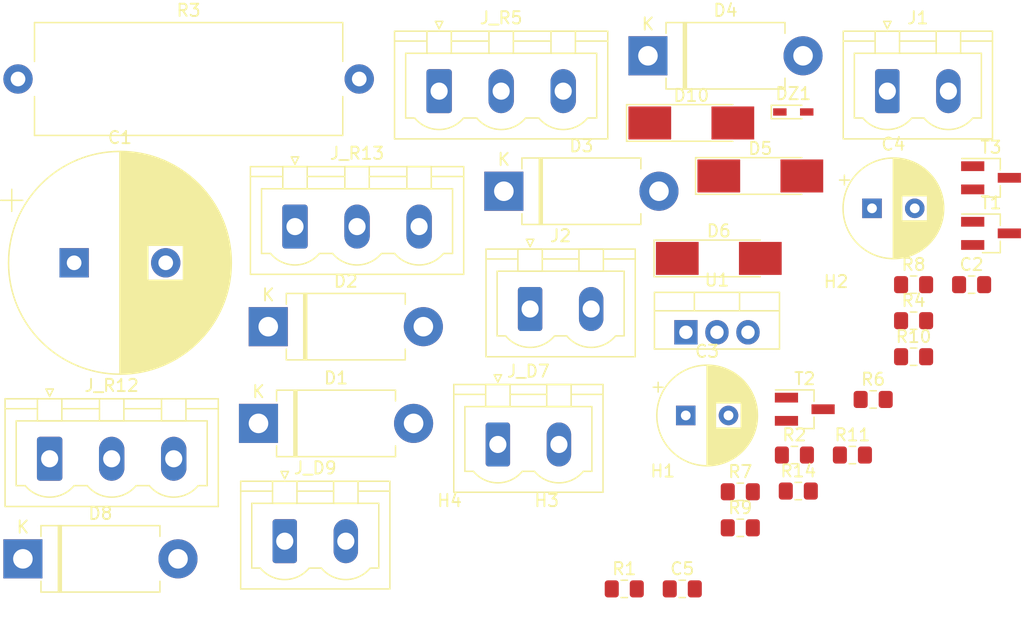
<source format=kicad_pcb>
(kicad_pcb (version 20171130) (host pcbnew "(5.1.5)-3")

  (general
    (thickness 1.6)
    (drawings 0)
    (tracks 0)
    (zones 0)
    (modules 40)
    (nets 22)
  )

  (page A4)
  (layers
    (0 F.Cu signal)
    (31 B.Cu signal)
    (32 B.Adhes user)
    (33 F.Adhes user)
    (34 B.Paste user)
    (35 F.Paste user)
    (36 B.SilkS user)
    (37 F.SilkS user)
    (38 B.Mask user)
    (39 F.Mask user)
    (40 Dwgs.User user)
    (41 Cmts.User user)
    (42 Eco1.User user)
    (43 Eco2.User user)
    (44 Edge.Cuts user)
    (45 Margin user)
    (46 B.CrtYd user)
    (47 F.CrtYd user)
    (48 B.Fab user)
    (49 F.Fab user)
  )

  (setup
    (last_trace_width 0.25)
    (user_trace_width 0.37)
    (user_trace_width 0.635)
    (user_trace_width 1.27)
    (user_trace_width 2.54)
    (trace_clearance 0.2)
    (zone_clearance 0.508)
    (zone_45_only no)
    (trace_min 0.2)
    (via_size 0.8)
    (via_drill 0.4)
    (via_min_size 0.4)
    (via_min_drill 0.3)
    (uvia_size 0.3)
    (uvia_drill 0.1)
    (uvias_allowed no)
    (uvia_min_size 0.2)
    (uvia_min_drill 0.1)
    (edge_width 0.05)
    (segment_width 0.2)
    (pcb_text_width 0.3)
    (pcb_text_size 1.5 1.5)
    (mod_edge_width 0.12)
    (mod_text_size 1 1)
    (mod_text_width 0.15)
    (pad_size 1.524 1.524)
    (pad_drill 0.762)
    (pad_to_mask_clearance 0.051)
    (solder_mask_min_width 0.25)
    (aux_axis_origin 0 0)
    (visible_elements 7FFFFFFF)
    (pcbplotparams
      (layerselection 0x010fc_ffffffff)
      (usegerberextensions false)
      (usegerberattributes false)
      (usegerberadvancedattributes false)
      (creategerberjobfile false)
      (excludeedgelayer true)
      (linewidth 0.100000)
      (plotframeref false)
      (viasonmask false)
      (mode 1)
      (useauxorigin false)
      (hpglpennumber 1)
      (hpglpenspeed 20)
      (hpglpendiameter 15.000000)
      (psnegative false)
      (psa4output false)
      (plotreference true)
      (plotvalue true)
      (plotinvisibletext false)
      (padsonsilk false)
      (subtractmaskfromsilk false)
      (outputformat 1)
      (mirror false)
      (drillshape 1)
      (scaleselection 1)
      (outputdirectory ""))
  )

  (net 0 "")
  (net 1 GND)
  (net 2 +24V)
  (net 3 "Net-(C3-Pad2)")
  (net 4 "Net-(C4-Pad2)")
  (net 5 "Net-(C4-Pad1)")
  (net 6 "Net-(C5-Pad1)")
  (net 7 "Net-(D1-Pad2)")
  (net 8 "Net-(D8-Pad2)")
  (net 9 "Net-(D10-Pad1)")
  (net 10 "Net-(DZ1-Pad2)")
  (net 11 "Net-(J_D9-Pad2)")
  (net 12 "Net-(J_D9-Pad1)")
  (net 13 "Net-(J_R5-Pad2)")
  (net 14 "Net-(J_R12-Pad2)")
  (net 15 "Net-(J_R12-Pad1)")
  (net 16 "Net-(R6-Pad2)")
  (net 17 "Net-(R10-Pad2)")
  (net 18 "Net-(R8-Pad1)")
  (net 19 "Net-(R10-Pad1)")
  (net 20 "Net-(J_D7-Pad2)")
  (net 21 "Net-(J_R5-Pad1)")

  (net_class Default "Toto je výchozí třída sítě."
    (clearance 0.2)
    (trace_width 0.25)
    (via_dia 0.8)
    (via_drill 0.4)
    (uvia_dia 0.3)
    (uvia_drill 0.1)
    (add_net +24V)
    (add_net GND)
    (add_net "Net-(C3-Pad2)")
    (add_net "Net-(C4-Pad1)")
    (add_net "Net-(C4-Pad2)")
    (add_net "Net-(C5-Pad1)")
    (add_net "Net-(D1-Pad2)")
    (add_net "Net-(D10-Pad1)")
    (add_net "Net-(D8-Pad2)")
    (add_net "Net-(DZ1-Pad2)")
    (add_net "Net-(J_D7-Pad2)")
    (add_net "Net-(J_D9-Pad1)")
    (add_net "Net-(J_D9-Pad2)")
    (add_net "Net-(J_R12-Pad1)")
    (add_net "Net-(J_R12-Pad2)")
    (add_net "Net-(J_R5-Pad1)")
    (add_net "Net-(J_R5-Pad2)")
    (add_net "Net-(R10-Pad1)")
    (add_net "Net-(R10-Pad2)")
    (add_net "Net-(R6-Pad2)")
    (add_net "Net-(R8-Pad1)")
  )

  (module Package_TO_SOT_THT:TO-220-3_Vertical (layer F.Cu) (tedit 5AC8BA0D) (tstamp 5FE5E4C0)
    (at 140.77356 87.605)
    (descr "TO-220-3, Vertical, RM 2.54mm, see https://www.vishay.com/docs/66542/to-220-1.pdf")
    (tags "TO-220-3 Vertical RM 2.54mm")
    (path /5FE2C99F)
    (fp_text reference U1 (at 2.54 -4.27) (layer F.SilkS)
      (effects (font (size 1 1) (thickness 0.15)))
    )
    (fp_text value LM350_TO220 (at 2.54 2.5) (layer F.Fab)
      (effects (font (size 1 1) (thickness 0.15)))
    )
    (fp_text user %R (at 2.54 -4.27) (layer F.Fab)
      (effects (font (size 1 1) (thickness 0.15)))
    )
    (fp_line (start 7.79 -3.4) (end -2.71 -3.4) (layer F.CrtYd) (width 0.05))
    (fp_line (start 7.79 1.51) (end 7.79 -3.4) (layer F.CrtYd) (width 0.05))
    (fp_line (start -2.71 1.51) (end 7.79 1.51) (layer F.CrtYd) (width 0.05))
    (fp_line (start -2.71 -3.4) (end -2.71 1.51) (layer F.CrtYd) (width 0.05))
    (fp_line (start 4.391 -3.27) (end 4.391 -1.76) (layer F.SilkS) (width 0.12))
    (fp_line (start 0.69 -3.27) (end 0.69 -1.76) (layer F.SilkS) (width 0.12))
    (fp_line (start -2.58 -1.76) (end 7.66 -1.76) (layer F.SilkS) (width 0.12))
    (fp_line (start 7.66 -3.27) (end 7.66 1.371) (layer F.SilkS) (width 0.12))
    (fp_line (start -2.58 -3.27) (end -2.58 1.371) (layer F.SilkS) (width 0.12))
    (fp_line (start -2.58 1.371) (end 7.66 1.371) (layer F.SilkS) (width 0.12))
    (fp_line (start -2.58 -3.27) (end 7.66 -3.27) (layer F.SilkS) (width 0.12))
    (fp_line (start 4.39 -3.15) (end 4.39 -1.88) (layer F.Fab) (width 0.1))
    (fp_line (start 0.69 -3.15) (end 0.69 -1.88) (layer F.Fab) (width 0.1))
    (fp_line (start -2.46 -1.88) (end 7.54 -1.88) (layer F.Fab) (width 0.1))
    (fp_line (start 7.54 -3.15) (end -2.46 -3.15) (layer F.Fab) (width 0.1))
    (fp_line (start 7.54 1.25) (end 7.54 -3.15) (layer F.Fab) (width 0.1))
    (fp_line (start -2.46 1.25) (end 7.54 1.25) (layer F.Fab) (width 0.1))
    (fp_line (start -2.46 -3.15) (end -2.46 1.25) (layer F.Fab) (width 0.1))
    (pad 3 thru_hole oval (at 5.08 0) (size 1.905 2) (drill 1.1) (layers *.Cu *.Mask)
      (net 9 "Net-(D10-Pad1)"))
    (pad 2 thru_hole oval (at 2.54 0) (size 1.905 2) (drill 1.1) (layers *.Cu *.Mask)
      (net 6 "Net-(C5-Pad1)"))
    (pad 1 thru_hole rect (at 0 0) (size 1.905 2) (drill 1.1) (layers *.Cu *.Mask)
      (net 15 "Net-(J_R12-Pad1)"))
    (model ${KISYS3DMOD}/Package_TO_SOT_THT.3dshapes/TO-220-3_Vertical.wrl
      (at (xyz 0 0 0))
      (scale (xyz 1 1 1))
      (rotate (xyz 0 0 0))
    )
  )

  (module Package_TO_SOT_SMD:SOT-23_Handsoldering (layer F.Cu) (tedit 5A0AB76C) (tstamp 5FE5E4A6)
    (at 165.75356 74.955)
    (descr "SOT-23, Handsoldering")
    (tags SOT-23)
    (path /5FEAD965)
    (attr smd)
    (fp_text reference T3 (at 0 -2.5) (layer F.SilkS)
      (effects (font (size 1 1) (thickness 0.15)))
    )
    (fp_text value BC547 (at 0 2.5) (layer F.Fab)
      (effects (font (size 1 1) (thickness 0.15)))
    )
    (fp_line (start 0.76 1.58) (end -0.7 1.58) (layer F.SilkS) (width 0.12))
    (fp_line (start -0.7 1.52) (end 0.7 1.52) (layer F.Fab) (width 0.1))
    (fp_line (start 0.7 -1.52) (end 0.7 1.52) (layer F.Fab) (width 0.1))
    (fp_line (start -0.7 -0.95) (end -0.15 -1.52) (layer F.Fab) (width 0.1))
    (fp_line (start -0.15 -1.52) (end 0.7 -1.52) (layer F.Fab) (width 0.1))
    (fp_line (start -0.7 -0.95) (end -0.7 1.5) (layer F.Fab) (width 0.1))
    (fp_line (start 0.76 -1.58) (end -2.4 -1.58) (layer F.SilkS) (width 0.12))
    (fp_line (start -2.7 1.75) (end -2.7 -1.75) (layer F.CrtYd) (width 0.05))
    (fp_line (start 2.7 1.75) (end -2.7 1.75) (layer F.CrtYd) (width 0.05))
    (fp_line (start 2.7 -1.75) (end 2.7 1.75) (layer F.CrtYd) (width 0.05))
    (fp_line (start -2.7 -1.75) (end 2.7 -1.75) (layer F.CrtYd) (width 0.05))
    (fp_line (start 0.76 -1.58) (end 0.76 -0.65) (layer F.SilkS) (width 0.12))
    (fp_line (start 0.76 1.58) (end 0.76 0.65) (layer F.SilkS) (width 0.12))
    (fp_text user %R (at 0 0 90) (layer F.Fab)
      (effects (font (size 0.5 0.5) (thickness 0.075)))
    )
    (pad 3 smd rect (at 1.5 0) (size 1.9 0.8) (layers F.Cu F.Paste F.Mask)
      (net 20 "Net-(J_D7-Pad2)"))
    (pad 2 smd rect (at -1.5 0.95) (size 1.9 0.8) (layers F.Cu F.Paste F.Mask)
      (net 19 "Net-(R10-Pad1)"))
    (pad 1 smd rect (at -1.5 -0.95) (size 1.9 0.8) (layers F.Cu F.Paste F.Mask)
      (net 15 "Net-(J_R12-Pad1)"))
    (model ${KISYS3DMOD}/Package_TO_SOT_SMD.3dshapes/SOT-23.wrl
      (at (xyz 0 0 0))
      (scale (xyz 1 1 1))
      (rotate (xyz 0 0 0))
    )
  )

  (module Package_TO_SOT_SMD:SOT-23_Handsoldering (layer F.Cu) (tedit 5A0AB76C) (tstamp 5FE5E491)
    (at 150.50356 93.905)
    (descr "SOT-23, Handsoldering")
    (tags SOT-23)
    (path /5FE97604)
    (attr smd)
    (fp_text reference T2 (at 0 -2.5) (layer F.SilkS)
      (effects (font (size 1 1) (thickness 0.15)))
    )
    (fp_text value BC547 (at 0 2.5) (layer F.Fab)
      (effects (font (size 1 1) (thickness 0.15)))
    )
    (fp_line (start 0.76 1.58) (end -0.7 1.58) (layer F.SilkS) (width 0.12))
    (fp_line (start -0.7 1.52) (end 0.7 1.52) (layer F.Fab) (width 0.1))
    (fp_line (start 0.7 -1.52) (end 0.7 1.52) (layer F.Fab) (width 0.1))
    (fp_line (start -0.7 -0.95) (end -0.15 -1.52) (layer F.Fab) (width 0.1))
    (fp_line (start -0.15 -1.52) (end 0.7 -1.52) (layer F.Fab) (width 0.1))
    (fp_line (start -0.7 -0.95) (end -0.7 1.5) (layer F.Fab) (width 0.1))
    (fp_line (start 0.76 -1.58) (end -2.4 -1.58) (layer F.SilkS) (width 0.12))
    (fp_line (start -2.7 1.75) (end -2.7 -1.75) (layer F.CrtYd) (width 0.05))
    (fp_line (start 2.7 1.75) (end -2.7 1.75) (layer F.CrtYd) (width 0.05))
    (fp_line (start 2.7 -1.75) (end 2.7 1.75) (layer F.CrtYd) (width 0.05))
    (fp_line (start -2.7 -1.75) (end 2.7 -1.75) (layer F.CrtYd) (width 0.05))
    (fp_line (start 0.76 -1.58) (end 0.76 -0.65) (layer F.SilkS) (width 0.12))
    (fp_line (start 0.76 1.58) (end 0.76 0.65) (layer F.SilkS) (width 0.12))
    (fp_text user %R (at 0 0 90) (layer F.Fab)
      (effects (font (size 0.5 0.5) (thickness 0.075)))
    )
    (pad 3 smd rect (at 1.5 0) (size 1.9 0.8) (layers F.Cu F.Paste F.Mask)
      (net 20 "Net-(J_D7-Pad2)"))
    (pad 2 smd rect (at -1.5 0.95) (size 1.9 0.8) (layers F.Cu F.Paste F.Mask)
      (net 18 "Net-(R8-Pad1)"))
    (pad 1 smd rect (at -1.5 -0.95) (size 1.9 0.8) (layers F.Cu F.Paste F.Mask)
      (net 12 "Net-(J_D9-Pad1)"))
    (model ${KISYS3DMOD}/Package_TO_SOT_SMD.3dshapes/SOT-23.wrl
      (at (xyz 0 0 0))
      (scale (xyz 1 1 1))
      (rotate (xyz 0 0 0))
    )
  )

  (module Package_TO_SOT_SMD:SOT-23_Handsoldering (layer F.Cu) (tedit 5A0AB76C) (tstamp 5FE5E47C)
    (at 165.75356 79.505)
    (descr "SOT-23, Handsoldering")
    (tags SOT-23)
    (path /5FE7A5F3)
    (attr smd)
    (fp_text reference T1 (at 0 -2.5) (layer F.SilkS)
      (effects (font (size 1 1) (thickness 0.15)))
    )
    (fp_text value BC327 (at 0 2.5) (layer F.Fab)
      (effects (font (size 1 1) (thickness 0.15)))
    )
    (fp_line (start 0.76 1.58) (end -0.7 1.58) (layer F.SilkS) (width 0.12))
    (fp_line (start -0.7 1.52) (end 0.7 1.52) (layer F.Fab) (width 0.1))
    (fp_line (start 0.7 -1.52) (end 0.7 1.52) (layer F.Fab) (width 0.1))
    (fp_line (start -0.7 -0.95) (end -0.15 -1.52) (layer F.Fab) (width 0.1))
    (fp_line (start -0.15 -1.52) (end 0.7 -1.52) (layer F.Fab) (width 0.1))
    (fp_line (start -0.7 -0.95) (end -0.7 1.5) (layer F.Fab) (width 0.1))
    (fp_line (start 0.76 -1.58) (end -2.4 -1.58) (layer F.SilkS) (width 0.12))
    (fp_line (start -2.7 1.75) (end -2.7 -1.75) (layer F.CrtYd) (width 0.05))
    (fp_line (start 2.7 1.75) (end -2.7 1.75) (layer F.CrtYd) (width 0.05))
    (fp_line (start 2.7 -1.75) (end 2.7 1.75) (layer F.CrtYd) (width 0.05))
    (fp_line (start -2.7 -1.75) (end 2.7 -1.75) (layer F.CrtYd) (width 0.05))
    (fp_line (start 0.76 -1.58) (end 0.76 -0.65) (layer F.SilkS) (width 0.12))
    (fp_line (start 0.76 1.58) (end 0.76 0.65) (layer F.SilkS) (width 0.12))
    (fp_text user %R (at 0 0 90) (layer F.Fab)
      (effects (font (size 0.5 0.5) (thickness 0.075)))
    )
    (pad 3 smd rect (at 1.5 0) (size 1.9 0.8) (layers F.Cu F.Paste F.Mask)
      (net 13 "Net-(J_R5-Pad2)"))
    (pad 2 smd rect (at -1.5 0.95) (size 1.9 0.8) (layers F.Cu F.Paste F.Mask)
      (net 9 "Net-(D10-Pad1)"))
    (pad 1 smd rect (at -1.5 -0.95) (size 1.9 0.8) (layers F.Cu F.Paste F.Mask)
      (net 16 "Net-(R6-Pad2)"))
    (model ${KISYS3DMOD}/Package_TO_SOT_SMD.3dshapes/SOT-23.wrl
      (at (xyz 0 0 0))
      (scale (xyz 1 1 1))
      (rotate (xyz 0 0 0))
    )
  )

  (module Resistor_SMD:R_0805_2012Metric_Pad1.15x1.40mm_HandSolder (layer F.Cu) (tedit 5B36C52B) (tstamp 5FE5E467)
    (at 149.97356 100.605)
    (descr "Resistor SMD 0805 (2012 Metric), square (rectangular) end terminal, IPC_7351 nominal with elongated pad for handsoldering. (Body size source: https://docs.google.com/spreadsheets/d/1BsfQQcO9C6DZCsRaXUlFlo91Tg2WpOkGARC1WS5S8t0/edit?usp=sharing), generated with kicad-footprint-generator")
    (tags "resistor handsolder")
    (path /5FE2B03E)
    (attr smd)
    (fp_text reference R14 (at 0 -1.65) (layer F.SilkS)
      (effects (font (size 1 1) (thickness 0.15)))
    )
    (fp_text value 1k2 (at 0 1.65) (layer F.Fab)
      (effects (font (size 1 1) (thickness 0.15)))
    )
    (fp_text user %R (at 0 0) (layer F.Fab)
      (effects (font (size 0.5 0.5) (thickness 0.08)))
    )
    (fp_line (start 1.85 0.95) (end -1.85 0.95) (layer F.CrtYd) (width 0.05))
    (fp_line (start 1.85 -0.95) (end 1.85 0.95) (layer F.CrtYd) (width 0.05))
    (fp_line (start -1.85 -0.95) (end 1.85 -0.95) (layer F.CrtYd) (width 0.05))
    (fp_line (start -1.85 0.95) (end -1.85 -0.95) (layer F.CrtYd) (width 0.05))
    (fp_line (start -0.261252 0.71) (end 0.261252 0.71) (layer F.SilkS) (width 0.12))
    (fp_line (start -0.261252 -0.71) (end 0.261252 -0.71) (layer F.SilkS) (width 0.12))
    (fp_line (start 1 0.6) (end -1 0.6) (layer F.Fab) (width 0.1))
    (fp_line (start 1 -0.6) (end 1 0.6) (layer F.Fab) (width 0.1))
    (fp_line (start -1 -0.6) (end 1 -0.6) (layer F.Fab) (width 0.1))
    (fp_line (start -1 0.6) (end -1 -0.6) (layer F.Fab) (width 0.1))
    (pad 2 smd roundrect (at 1.025 0) (size 1.15 1.4) (layers F.Cu F.Paste F.Mask) (roundrect_rratio 0.217391)
      (net 1 GND))
    (pad 1 smd roundrect (at -1.025 0) (size 1.15 1.4) (layers F.Cu F.Paste F.Mask) (roundrect_rratio 0.217391)
      (net 6 "Net-(C5-Pad1)"))
    (model ${KISYS3DMOD}/Resistor_SMD.3dshapes/R_0805_2012Metric.wrl
      (at (xyz 0 0 0))
      (scale (xyz 1 1 1))
      (rotate (xyz 0 0 0))
    )
  )

  (module Resistor_SMD:R_0805_2012Metric_Pad1.15x1.40mm_HandSolder (layer F.Cu) (tedit 5B36C52B) (tstamp 5FE5E456)
    (at 154.40356 97.655)
    (descr "Resistor SMD 0805 (2012 Metric), square (rectangular) end terminal, IPC_7351 nominal with elongated pad for handsoldering. (Body size source: https://docs.google.com/spreadsheets/d/1BsfQQcO9C6DZCsRaXUlFlo91Tg2WpOkGARC1WS5S8t0/edit?usp=sharing), generated with kicad-footprint-generator")
    (tags "resistor handsolder")
    (path /5FE2AE51)
    (attr smd)
    (fp_text reference R11 (at 0 -1.65) (layer F.SilkS)
      (effects (font (size 1 1) (thickness 0.15)))
    )
    (fp_text value 4k7 (at 0 1.65) (layer F.Fab)
      (effects (font (size 1 1) (thickness 0.15)))
    )
    (fp_text user %R (at 0 0) (layer F.Fab)
      (effects (font (size 0.5 0.5) (thickness 0.08)))
    )
    (fp_line (start 1.85 0.95) (end -1.85 0.95) (layer F.CrtYd) (width 0.05))
    (fp_line (start 1.85 -0.95) (end 1.85 0.95) (layer F.CrtYd) (width 0.05))
    (fp_line (start -1.85 -0.95) (end 1.85 -0.95) (layer F.CrtYd) (width 0.05))
    (fp_line (start -1.85 0.95) (end -1.85 -0.95) (layer F.CrtYd) (width 0.05))
    (fp_line (start -0.261252 0.71) (end 0.261252 0.71) (layer F.SilkS) (width 0.12))
    (fp_line (start -0.261252 -0.71) (end 0.261252 -0.71) (layer F.SilkS) (width 0.12))
    (fp_line (start 1 0.6) (end -1 0.6) (layer F.Fab) (width 0.1))
    (fp_line (start 1 -0.6) (end 1 0.6) (layer F.Fab) (width 0.1))
    (fp_line (start -1 -0.6) (end 1 -0.6) (layer F.Fab) (width 0.1))
    (fp_line (start -1 0.6) (end -1 -0.6) (layer F.Fab) (width 0.1))
    (pad 2 smd roundrect (at 1.025 0) (size 1.15 1.4) (layers F.Cu F.Paste F.Mask) (roundrect_rratio 0.217391)
      (net 15 "Net-(J_R12-Pad1)"))
    (pad 1 smd roundrect (at -1.025 0) (size 1.15 1.4) (layers F.Cu F.Paste F.Mask) (roundrect_rratio 0.217391)
      (net 6 "Net-(C5-Pad1)"))
    (model ${KISYS3DMOD}/Resistor_SMD.3dshapes/R_0805_2012Metric.wrl
      (at (xyz 0 0 0))
      (scale (xyz 1 1 1))
      (rotate (xyz 0 0 0))
    )
  )

  (module Resistor_SMD:R_0805_2012Metric_Pad1.15x1.40mm_HandSolder (layer F.Cu) (tedit 5B36C52B) (tstamp 5FE5E445)
    (at 159.41356 89.605)
    (descr "Resistor SMD 0805 (2012 Metric), square (rectangular) end terminal, IPC_7351 nominal with elongated pad for handsoldering. (Body size source: https://docs.google.com/spreadsheets/d/1BsfQQcO9C6DZCsRaXUlFlo91Tg2WpOkGARC1WS5S8t0/edit?usp=sharing), generated with kicad-footprint-generator")
    (tags "resistor handsolder")
    (path /5FE2AC33)
    (attr smd)
    (fp_text reference R10 (at 0 -1.65) (layer F.SilkS)
      (effects (font (size 1 1) (thickness 0.15)))
    )
    (fp_text value 220R (at 0 1.65) (layer F.Fab)
      (effects (font (size 1 1) (thickness 0.15)))
    )
    (fp_text user %R (at 0 0) (layer F.Fab)
      (effects (font (size 0.5 0.5) (thickness 0.08)))
    )
    (fp_line (start 1.85 0.95) (end -1.85 0.95) (layer F.CrtYd) (width 0.05))
    (fp_line (start 1.85 -0.95) (end 1.85 0.95) (layer F.CrtYd) (width 0.05))
    (fp_line (start -1.85 -0.95) (end 1.85 -0.95) (layer F.CrtYd) (width 0.05))
    (fp_line (start -1.85 0.95) (end -1.85 -0.95) (layer F.CrtYd) (width 0.05))
    (fp_line (start -0.261252 0.71) (end 0.261252 0.71) (layer F.SilkS) (width 0.12))
    (fp_line (start -0.261252 -0.71) (end 0.261252 -0.71) (layer F.SilkS) (width 0.12))
    (fp_line (start 1 0.6) (end -1 0.6) (layer F.Fab) (width 0.1))
    (fp_line (start 1 -0.6) (end 1 0.6) (layer F.Fab) (width 0.1))
    (fp_line (start -1 -0.6) (end 1 -0.6) (layer F.Fab) (width 0.1))
    (fp_line (start -1 0.6) (end -1 -0.6) (layer F.Fab) (width 0.1))
    (pad 2 smd roundrect (at 1.025 0) (size 1.15 1.4) (layers F.Cu F.Paste F.Mask) (roundrect_rratio 0.217391)
      (net 17 "Net-(R10-Pad2)"))
    (pad 1 smd roundrect (at -1.025 0) (size 1.15 1.4) (layers F.Cu F.Paste F.Mask) (roundrect_rratio 0.217391)
      (net 19 "Net-(R10-Pad1)"))
    (model ${KISYS3DMOD}/Resistor_SMD.3dshapes/R_0805_2012Metric.wrl
      (at (xyz 0 0 0))
      (scale (xyz 1 1 1))
      (rotate (xyz 0 0 0))
    )
  )

  (module Resistor_SMD:R_0805_2012Metric_Pad1.15x1.40mm_HandSolder (layer F.Cu) (tedit 5B36C52B) (tstamp 5FE5E434)
    (at 145.22356 103.615)
    (descr "Resistor SMD 0805 (2012 Metric), square (rectangular) end terminal, IPC_7351 nominal with elongated pad for handsoldering. (Body size source: https://docs.google.com/spreadsheets/d/1BsfQQcO9C6DZCsRaXUlFlo91Tg2WpOkGARC1WS5S8t0/edit?usp=sharing), generated with kicad-footprint-generator")
    (tags "resistor handsolder")
    (path /5FE29BD7)
    (attr smd)
    (fp_text reference R9 (at 0 -1.65) (layer F.SilkS)
      (effects (font (size 1 1) (thickness 0.15)))
    )
    (fp_text value 30k (at 0 1.65) (layer F.Fab)
      (effects (font (size 1 1) (thickness 0.15)))
    )
    (fp_text user %R (at 0 0) (layer F.Fab)
      (effects (font (size 0.5 0.5) (thickness 0.08)))
    )
    (fp_line (start 1.85 0.95) (end -1.85 0.95) (layer F.CrtYd) (width 0.05))
    (fp_line (start 1.85 -0.95) (end 1.85 0.95) (layer F.CrtYd) (width 0.05))
    (fp_line (start -1.85 -0.95) (end 1.85 -0.95) (layer F.CrtYd) (width 0.05))
    (fp_line (start -1.85 0.95) (end -1.85 -0.95) (layer F.CrtYd) (width 0.05))
    (fp_line (start -0.261252 0.71) (end 0.261252 0.71) (layer F.SilkS) (width 0.12))
    (fp_line (start -0.261252 -0.71) (end 0.261252 -0.71) (layer F.SilkS) (width 0.12))
    (fp_line (start 1 0.6) (end -1 0.6) (layer F.Fab) (width 0.1))
    (fp_line (start 1 -0.6) (end 1 0.6) (layer F.Fab) (width 0.1))
    (fp_line (start -1 -0.6) (end 1 -0.6) (layer F.Fab) (width 0.1))
    (fp_line (start -1 0.6) (end -1 -0.6) (layer F.Fab) (width 0.1))
    (pad 2 smd roundrect (at 1.025 0) (size 1.15 1.4) (layers F.Cu F.Paste F.Mask) (roundrect_rratio 0.217391)
      (net 2 +24V))
    (pad 1 smd roundrect (at -1.025 0) (size 1.15 1.4) (layers F.Cu F.Paste F.Mask) (roundrect_rratio 0.217391)
      (net 11 "Net-(J_D9-Pad2)"))
    (model ${KISYS3DMOD}/Resistor_SMD.3dshapes/R_0805_2012Metric.wrl
      (at (xyz 0 0 0))
      (scale (xyz 1 1 1))
      (rotate (xyz 0 0 0))
    )
  )

  (module Resistor_SMD:R_0805_2012Metric_Pad1.15x1.40mm_HandSolder (layer F.Cu) (tedit 5B36C52B) (tstamp 5FE5E423)
    (at 159.41356 83.705)
    (descr "Resistor SMD 0805 (2012 Metric), square (rectangular) end terminal, IPC_7351 nominal with elongated pad for handsoldering. (Body size source: https://docs.google.com/spreadsheets/d/1BsfQQcO9C6DZCsRaXUlFlo91Tg2WpOkGARC1WS5S8t0/edit?usp=sharing), generated with kicad-footprint-generator")
    (tags "resistor handsolder")
    (path /5FE2A4D5)
    (attr smd)
    (fp_text reference R8 (at 0 -1.65) (layer F.SilkS)
      (effects (font (size 1 1) (thickness 0.15)))
    )
    (fp_text value 220R (at 0 1.65) (layer F.Fab)
      (effects (font (size 1 1) (thickness 0.15)))
    )
    (fp_text user %R (at 0 0) (layer F.Fab)
      (effects (font (size 0.5 0.5) (thickness 0.08)))
    )
    (fp_line (start 1.85 0.95) (end -1.85 0.95) (layer F.CrtYd) (width 0.05))
    (fp_line (start 1.85 -0.95) (end 1.85 0.95) (layer F.CrtYd) (width 0.05))
    (fp_line (start -1.85 -0.95) (end 1.85 -0.95) (layer F.CrtYd) (width 0.05))
    (fp_line (start -1.85 0.95) (end -1.85 -0.95) (layer F.CrtYd) (width 0.05))
    (fp_line (start -0.261252 0.71) (end 0.261252 0.71) (layer F.SilkS) (width 0.12))
    (fp_line (start -0.261252 -0.71) (end 0.261252 -0.71) (layer F.SilkS) (width 0.12))
    (fp_line (start 1 0.6) (end -1 0.6) (layer F.Fab) (width 0.1))
    (fp_line (start 1 -0.6) (end 1 0.6) (layer F.Fab) (width 0.1))
    (fp_line (start -1 -0.6) (end 1 -0.6) (layer F.Fab) (width 0.1))
    (fp_line (start -1 0.6) (end -1 -0.6) (layer F.Fab) (width 0.1))
    (pad 2 smd roundrect (at 1.025 0) (size 1.15 1.4) (layers F.Cu F.Paste F.Mask) (roundrect_rratio 0.217391)
      (net 17 "Net-(R10-Pad2)"))
    (pad 1 smd roundrect (at -1.025 0) (size 1.15 1.4) (layers F.Cu F.Paste F.Mask) (roundrect_rratio 0.217391)
      (net 18 "Net-(R8-Pad1)"))
    (model ${KISYS3DMOD}/Resistor_SMD.3dshapes/R_0805_2012Metric.wrl
      (at (xyz 0 0 0))
      (scale (xyz 1 1 1))
      (rotate (xyz 0 0 0))
    )
  )

  (module Resistor_SMD:R_0805_2012Metric_Pad1.15x1.40mm_HandSolder (layer F.Cu) (tedit 5B36C52B) (tstamp 5FE5E412)
    (at 145.22356 100.665)
    (descr "Resistor SMD 0805 (2012 Metric), square (rectangular) end terminal, IPC_7351 nominal with elongated pad for handsoldering. (Body size source: https://docs.google.com/spreadsheets/d/1BsfQQcO9C6DZCsRaXUlFlo91Tg2WpOkGARC1WS5S8t0/edit?usp=sharing), generated with kicad-footprint-generator")
    (tags "resistor handsolder")
    (path /5FE2AA03)
    (attr smd)
    (fp_text reference R7 (at 0 -1.65) (layer F.SilkS)
      (effects (font (size 1 1) (thickness 0.15)))
    )
    (fp_text value 2k7 (at 0 1.65) (layer F.Fab)
      (effects (font (size 1 1) (thickness 0.15)))
    )
    (fp_text user %R (at 0 0) (layer F.Fab)
      (effects (font (size 0.5 0.5) (thickness 0.08)))
    )
    (fp_line (start 1.85 0.95) (end -1.85 0.95) (layer F.CrtYd) (width 0.05))
    (fp_line (start 1.85 -0.95) (end 1.85 0.95) (layer F.CrtYd) (width 0.05))
    (fp_line (start -1.85 -0.95) (end 1.85 -0.95) (layer F.CrtYd) (width 0.05))
    (fp_line (start -1.85 0.95) (end -1.85 -0.95) (layer F.CrtYd) (width 0.05))
    (fp_line (start -0.261252 0.71) (end 0.261252 0.71) (layer F.SilkS) (width 0.12))
    (fp_line (start -0.261252 -0.71) (end 0.261252 -0.71) (layer F.SilkS) (width 0.12))
    (fp_line (start 1 0.6) (end -1 0.6) (layer F.Fab) (width 0.1))
    (fp_line (start 1 -0.6) (end 1 0.6) (layer F.Fab) (width 0.1))
    (fp_line (start -1 -0.6) (end 1 -0.6) (layer F.Fab) (width 0.1))
    (fp_line (start -1 0.6) (end -1 -0.6) (layer F.Fab) (width 0.1))
    (pad 2 smd roundrect (at 1.025 0) (size 1.15 1.4) (layers F.Cu F.Paste F.Mask) (roundrect_rratio 0.217391)
      (net 20 "Net-(J_D7-Pad2)"))
    (pad 1 smd roundrect (at -1.025 0) (size 1.15 1.4) (layers F.Cu F.Paste F.Mask) (roundrect_rratio 0.217391)
      (net 17 "Net-(R10-Pad2)"))
    (model ${KISYS3DMOD}/Resistor_SMD.3dshapes/R_0805_2012Metric.wrl
      (at (xyz 0 0 0))
      (scale (xyz 1 1 1))
      (rotate (xyz 0 0 0))
    )
  )

  (module Resistor_SMD:R_0805_2012Metric_Pad1.15x1.40mm_HandSolder (layer F.Cu) (tedit 5B36C52B) (tstamp 5FE5E401)
    (at 156.10356 93.105)
    (descr "Resistor SMD 0805 (2012 Metric), square (rectangular) end terminal, IPC_7351 nominal with elongated pad for handsoldering. (Body size source: https://docs.google.com/spreadsheets/d/1BsfQQcO9C6DZCsRaXUlFlo91Tg2WpOkGARC1WS5S8t0/edit?usp=sharing), generated with kicad-footprint-generator")
    (tags "resistor handsolder")
    (path /5FE29937)
    (attr smd)
    (fp_text reference R6 (at 0 -1.65) (layer F.SilkS)
      (effects (font (size 1 1) (thickness 0.15)))
    )
    (fp_text value 30k (at 0 1.65) (layer F.Fab)
      (effects (font (size 1 1) (thickness 0.15)))
    )
    (fp_text user %R (at 0 0) (layer F.Fab)
      (effects (font (size 0.5 0.5) (thickness 0.08)))
    )
    (fp_line (start 1.85 0.95) (end -1.85 0.95) (layer F.CrtYd) (width 0.05))
    (fp_line (start 1.85 -0.95) (end 1.85 0.95) (layer F.CrtYd) (width 0.05))
    (fp_line (start -1.85 -0.95) (end 1.85 -0.95) (layer F.CrtYd) (width 0.05))
    (fp_line (start -1.85 0.95) (end -1.85 -0.95) (layer F.CrtYd) (width 0.05))
    (fp_line (start -0.261252 0.71) (end 0.261252 0.71) (layer F.SilkS) (width 0.12))
    (fp_line (start -0.261252 -0.71) (end 0.261252 -0.71) (layer F.SilkS) (width 0.12))
    (fp_line (start 1 0.6) (end -1 0.6) (layer F.Fab) (width 0.1))
    (fp_line (start 1 -0.6) (end 1 0.6) (layer F.Fab) (width 0.1))
    (fp_line (start -1 -0.6) (end 1 -0.6) (layer F.Fab) (width 0.1))
    (fp_line (start -1 0.6) (end -1 -0.6) (layer F.Fab) (width 0.1))
    (pad 2 smd roundrect (at 1.025 0) (size 1.15 1.4) (layers F.Cu F.Paste F.Mask) (roundrect_rratio 0.217391)
      (net 16 "Net-(R6-Pad2)"))
    (pad 1 smd roundrect (at -1.025 0) (size 1.15 1.4) (layers F.Cu F.Paste F.Mask) (roundrect_rratio 0.217391)
      (net 17 "Net-(R10-Pad2)"))
    (model ${KISYS3DMOD}/Resistor_SMD.3dshapes/R_0805_2012Metric.wrl
      (at (xyz 0 0 0))
      (scale (xyz 1 1 1))
      (rotate (xyz 0 0 0))
    )
  )

  (module Resistor_SMD:R_0805_2012Metric_Pad1.15x1.40mm_HandSolder (layer F.Cu) (tedit 5B36C52B) (tstamp 5FE5E3F0)
    (at 159.41356 86.655)
    (descr "Resistor SMD 0805 (2012 Metric), square (rectangular) end terminal, IPC_7351 nominal with elongated pad for handsoldering. (Body size source: https://docs.google.com/spreadsheets/d/1BsfQQcO9C6DZCsRaXUlFlo91Tg2WpOkGARC1WS5S8t0/edit?usp=sharing), generated with kicad-footprint-generator")
    (tags "resistor handsolder")
    (path /5FE2A0C2)
    (attr smd)
    (fp_text reference R4 (at 0 -1.65) (layer F.SilkS)
      (effects (font (size 1 1) (thickness 0.15)))
    )
    (fp_text value 680R (at 0 1.65) (layer F.Fab)
      (effects (font (size 1 1) (thickness 0.15)))
    )
    (fp_text user %R (at 0 0) (layer F.Fab)
      (effects (font (size 0.5 0.5) (thickness 0.08)))
    )
    (fp_line (start 1.85 0.95) (end -1.85 0.95) (layer F.CrtYd) (width 0.05))
    (fp_line (start 1.85 -0.95) (end 1.85 0.95) (layer F.CrtYd) (width 0.05))
    (fp_line (start -1.85 -0.95) (end 1.85 -0.95) (layer F.CrtYd) (width 0.05))
    (fp_line (start -1.85 0.95) (end -1.85 -0.95) (layer F.CrtYd) (width 0.05))
    (fp_line (start -0.261252 0.71) (end 0.261252 0.71) (layer F.SilkS) (width 0.12))
    (fp_line (start -0.261252 -0.71) (end 0.261252 -0.71) (layer F.SilkS) (width 0.12))
    (fp_line (start 1 0.6) (end -1 0.6) (layer F.Fab) (width 0.1))
    (fp_line (start 1 -0.6) (end 1 0.6) (layer F.Fab) (width 0.1))
    (fp_line (start -1 -0.6) (end 1 -0.6) (layer F.Fab) (width 0.1))
    (fp_line (start -1 0.6) (end -1 -0.6) (layer F.Fab) (width 0.1))
    (pad 2 smd roundrect (at 1.025 0) (size 1.15 1.4) (layers F.Cu F.Paste F.Mask) (roundrect_rratio 0.217391)
      (net 21 "Net-(J_R5-Pad1)"))
    (pad 1 smd roundrect (at -1.025 0) (size 1.15 1.4) (layers F.Cu F.Paste F.Mask) (roundrect_rratio 0.217391)
      (net 9 "Net-(D10-Pad1)"))
    (model ${KISYS3DMOD}/Resistor_SMD.3dshapes/R_0805_2012Metric.wrl
      (at (xyz 0 0 0))
      (scale (xyz 1 1 1))
      (rotate (xyz 0 0 0))
    )
  )

  (module Resistor_THT:R_Axial_Power_L25.0mm_W9.0mm_P27.94mm (layer F.Cu) (tedit 5AE5139B) (tstamp 5FE5E3DF)
    (at 86.08356 66.865)
    (descr "Resistor, Axial_Power series, Box, pin pitch=27.94mm, 7W, length*width*height=25*9*9mm^3, http://cdn-reichelt.de/documents/datenblatt/B400/5WAXIAL_9WAXIAL_11WAXIAL_17WAXIAL%23YAG.pdf")
    (tags "Resistor Axial_Power series Box pin pitch 27.94mm 7W length 25mm width 9mm height 9mm")
    (path /5FE2A276)
    (fp_text reference R3 (at 13.97 -5.62) (layer F.SilkS)
      (effects (font (size 1 1) (thickness 0.15)))
    )
    (fp_text value 0R27 (at 13.97 5.62) (layer F.Fab)
      (effects (font (size 1 1) (thickness 0.15)))
    )
    (fp_text user %R (at 13.97 0) (layer F.Fab)
      (effects (font (size 1 1) (thickness 0.15)))
    )
    (fp_line (start 29.39 -4.75) (end -1.45 -4.75) (layer F.CrtYd) (width 0.05))
    (fp_line (start 29.39 4.75) (end 29.39 -4.75) (layer F.CrtYd) (width 0.05))
    (fp_line (start -1.45 4.75) (end 29.39 4.75) (layer F.CrtYd) (width 0.05))
    (fp_line (start -1.45 -4.75) (end -1.45 4.75) (layer F.CrtYd) (width 0.05))
    (fp_line (start 26.59 4.62) (end 26.59 1.44) (layer F.SilkS) (width 0.12))
    (fp_line (start 1.35 4.62) (end 26.59 4.62) (layer F.SilkS) (width 0.12))
    (fp_line (start 1.35 1.44) (end 1.35 4.62) (layer F.SilkS) (width 0.12))
    (fp_line (start 26.59 -4.62) (end 26.59 -1.44) (layer F.SilkS) (width 0.12))
    (fp_line (start 1.35 -4.62) (end 26.59 -4.62) (layer F.SilkS) (width 0.12))
    (fp_line (start 1.35 -1.44) (end 1.35 -4.62) (layer F.SilkS) (width 0.12))
    (fp_line (start 27.94 0) (end 26.47 0) (layer F.Fab) (width 0.1))
    (fp_line (start 0 0) (end 1.47 0) (layer F.Fab) (width 0.1))
    (fp_line (start 26.47 -4.5) (end 1.47 -4.5) (layer F.Fab) (width 0.1))
    (fp_line (start 26.47 4.5) (end 26.47 -4.5) (layer F.Fab) (width 0.1))
    (fp_line (start 1.47 4.5) (end 26.47 4.5) (layer F.Fab) (width 0.1))
    (fp_line (start 1.47 -4.5) (end 1.47 4.5) (layer F.Fab) (width 0.1))
    (pad 2 thru_hole oval (at 27.94 0) (size 2.4 2.4) (drill 1.2) (layers *.Cu *.Mask)
      (net 2 +24V))
    (pad 1 thru_hole circle (at 0 0) (size 2.4 2.4) (drill 1.2) (layers *.Cu *.Mask)
      (net 8 "Net-(D8-Pad2)"))
    (model ${KISYS3DMOD}/Resistor_THT.3dshapes/R_Axial_Power_L25.0mm_W9.0mm_P27.94mm.wrl
      (at (xyz 0 0 0))
      (scale (xyz 1 1 1))
      (rotate (xyz 0 0 0))
    )
  )

  (module Resistor_SMD:R_0805_2012Metric_Pad1.15x1.40mm_HandSolder (layer F.Cu) (tedit 5B36C52B) (tstamp 5FE5E3C8)
    (at 149.65356 97.655)
    (descr "Resistor SMD 0805 (2012 Metric), square (rectangular) end terminal, IPC_7351 nominal with elongated pad for handsoldering. (Body size source: https://docs.google.com/spreadsheets/d/1BsfQQcO9C6DZCsRaXUlFlo91Tg2WpOkGARC1WS5S8t0/edit?usp=sharing), generated with kicad-footprint-generator")
    (tags "resistor handsolder")
    (path /5FE5CBA3)
    (attr smd)
    (fp_text reference R2 (at 0 -1.65) (layer F.SilkS)
      (effects (font (size 1 1) (thickness 0.15)))
    )
    (fp_text value 2k7 (at 0 1.65) (layer F.Fab)
      (effects (font (size 1 1) (thickness 0.15)))
    )
    (fp_text user %R (at 0 0) (layer F.Fab)
      (effects (font (size 0.5 0.5) (thickness 0.08)))
    )
    (fp_line (start 1.85 0.95) (end -1.85 0.95) (layer F.CrtYd) (width 0.05))
    (fp_line (start 1.85 -0.95) (end 1.85 0.95) (layer F.CrtYd) (width 0.05))
    (fp_line (start -1.85 -0.95) (end 1.85 -0.95) (layer F.CrtYd) (width 0.05))
    (fp_line (start -1.85 0.95) (end -1.85 -0.95) (layer F.CrtYd) (width 0.05))
    (fp_line (start -0.261252 0.71) (end 0.261252 0.71) (layer F.SilkS) (width 0.12))
    (fp_line (start -0.261252 -0.71) (end 0.261252 -0.71) (layer F.SilkS) (width 0.12))
    (fp_line (start 1 0.6) (end -1 0.6) (layer F.Fab) (width 0.1))
    (fp_line (start 1 -0.6) (end 1 0.6) (layer F.Fab) (width 0.1))
    (fp_line (start -1 -0.6) (end 1 -0.6) (layer F.Fab) (width 0.1))
    (fp_line (start -1 0.6) (end -1 -0.6) (layer F.Fab) (width 0.1))
    (pad 2 smd roundrect (at 1.025 0) (size 1.15 1.4) (layers F.Cu F.Paste F.Mask) (roundrect_rratio 0.217391)
      (net 3 "Net-(C3-Pad2)"))
    (pad 1 smd roundrect (at -1.025 0) (size 1.15 1.4) (layers F.Cu F.Paste F.Mask) (roundrect_rratio 0.217391)
      (net 20 "Net-(J_D7-Pad2)"))
    (model ${KISYS3DMOD}/Resistor_SMD.3dshapes/R_0805_2012Metric.wrl
      (at (xyz 0 0 0))
      (scale (xyz 1 1 1))
      (rotate (xyz 0 0 0))
    )
  )

  (module Resistor_SMD:R_0805_2012Metric_Pad1.15x1.40mm_HandSolder (layer F.Cu) (tedit 5B36C52B) (tstamp 5FE5E3B7)
    (at 135.72356 108.615)
    (descr "Resistor SMD 0805 (2012 Metric), square (rectangular) end terminal, IPC_7351 nominal with elongated pad for handsoldering. (Body size source: https://docs.google.com/spreadsheets/d/1BsfQQcO9C6DZCsRaXUlFlo91Tg2WpOkGARC1WS5S8t0/edit?usp=sharing), generated with kicad-footprint-generator")
    (tags "resistor handsolder")
    (path /5FE292EC)
    (attr smd)
    (fp_text reference R1 (at 0 -1.65) (layer F.SilkS)
      (effects (font (size 1 1) (thickness 0.15)))
    )
    (fp_text value 2k7 (at 0 1.65) (layer F.Fab)
      (effects (font (size 1 1) (thickness 0.15)))
    )
    (fp_text user %R (at 0 0) (layer F.Fab)
      (effects (font (size 0.5 0.5) (thickness 0.08)))
    )
    (fp_line (start 1.85 0.95) (end -1.85 0.95) (layer F.CrtYd) (width 0.05))
    (fp_line (start 1.85 -0.95) (end 1.85 0.95) (layer F.CrtYd) (width 0.05))
    (fp_line (start -1.85 -0.95) (end 1.85 -0.95) (layer F.CrtYd) (width 0.05))
    (fp_line (start -1.85 0.95) (end -1.85 -0.95) (layer F.CrtYd) (width 0.05))
    (fp_line (start -0.261252 0.71) (end 0.261252 0.71) (layer F.SilkS) (width 0.12))
    (fp_line (start -0.261252 -0.71) (end 0.261252 -0.71) (layer F.SilkS) (width 0.12))
    (fp_line (start 1 0.6) (end -1 0.6) (layer F.Fab) (width 0.1))
    (fp_line (start 1 -0.6) (end 1 0.6) (layer F.Fab) (width 0.1))
    (fp_line (start -1 -0.6) (end 1 -0.6) (layer F.Fab) (width 0.1))
    (fp_line (start -1 0.6) (end -1 -0.6) (layer F.Fab) (width 0.1))
    (pad 2 smd roundrect (at 1.025 0) (size 1.15 1.4) (layers F.Cu F.Paste F.Mask) (roundrect_rratio 0.217391)
      (net 1 GND))
    (pad 1 smd roundrect (at -1.025 0) (size 1.15 1.4) (layers F.Cu F.Paste F.Mask) (roundrect_rratio 0.217391)
      (net 2 +24V))
    (model ${KISYS3DMOD}/Resistor_SMD.3dshapes/R_0805_2012Metric.wrl
      (at (xyz 0 0 0))
      (scale (xyz 1 1 1))
      (rotate (xyz 0 0 0))
    )
  )

  (module Connector_Phoenix_MSTB:PhoenixContact_MSTBVA_2,5_3-G-5,08_1x03_P5.08mm_Vertical (layer F.Cu) (tedit 5B785047) (tstamp 5FE5E3A6)
    (at 108.76356 78.95)
    (descr "Generic Phoenix Contact connector footprint for: MSTBVA_2,5/3-G-5,08; number of pins: 03; pin pitch: 5.08mm; Vertical || order number: 1755749 12A || order number: 1924318 16A (HC)")
    (tags "phoenix_contact connector MSTBVA_01x03_G_5.08mm")
    (path /5FF17C06)
    (fp_text reference J_R13 (at 5.08 -6) (layer F.SilkS)
      (effects (font (size 1 1) (thickness 0.15)))
    )
    (fp_text value 5k (at 5.08 5) (layer F.Fab)
      (effects (font (size 1 1) (thickness 0.15)))
    )
    (fp_text user %R (at 5.08 -4.1) (layer F.Fab)
      (effects (font (size 1 1) (thickness 0.15)))
    )
    (fp_line (start -0.5 -3.55) (end 0.5 -3.55) (layer F.Fab) (width 0.1))
    (fp_line (start 0 -2.55) (end -0.5 -3.55) (layer F.Fab) (width 0.1))
    (fp_line (start 0.5 -3.55) (end 0 -2.55) (layer F.Fab) (width 0.1))
    (fp_line (start -0.3 -5.71) (end 0.3 -5.71) (layer F.SilkS) (width 0.12))
    (fp_line (start 0 -5.11) (end -0.3 -5.71) (layer F.SilkS) (width 0.12))
    (fp_line (start 0.3 -5.71) (end 0 -5.11) (layer F.SilkS) (width 0.12))
    (fp_line (start 14.2 -5.3) (end -4.04 -5.3) (layer F.CrtYd) (width 0.05))
    (fp_line (start 14.2 4.3) (end 14.2 -5.3) (layer F.CrtYd) (width 0.05))
    (fp_line (start -4.04 4.3) (end 14.2 4.3) (layer F.CrtYd) (width 0.05))
    (fp_line (start -4.04 -5.3) (end -4.04 4.3) (layer F.CrtYd) (width 0.05))
    (fp_line (start 12.9 2.2) (end 12.16 2.2) (layer F.SilkS) (width 0.12))
    (fp_line (start 12.9 -3.1) (end 12.9 2.2) (layer F.SilkS) (width 0.12))
    (fp_line (start -2.74 -3.1) (end 12.9 -3.1) (layer F.SilkS) (width 0.12))
    (fp_line (start -2.74 2.2) (end -2.74 -3.1) (layer F.SilkS) (width 0.12))
    (fp_line (start -2 2.2) (end -2.74 2.2) (layer F.SilkS) (width 0.12))
    (fp_line (start 7.08 2.2) (end 8.16 2.2) (layer F.SilkS) (width 0.12))
    (fp_line (start 2 2.2) (end 3.08 2.2) (layer F.SilkS) (width 0.12))
    (fp_line (start 11.16 -3.1) (end 9.16 -3.1) (layer F.SilkS) (width 0.12))
    (fp_line (start 11.16 -4.91) (end 11.16 -3.1) (layer F.SilkS) (width 0.12))
    (fp_line (start 9.16 -4.91) (end 11.16 -4.91) (layer F.SilkS) (width 0.12))
    (fp_line (start 9.16 -3.1) (end 9.16 -4.91) (layer F.SilkS) (width 0.12))
    (fp_line (start 6.08 -3.1) (end 4.08 -3.1) (layer F.SilkS) (width 0.12))
    (fp_line (start 6.08 -4.91) (end 6.08 -3.1) (layer F.SilkS) (width 0.12))
    (fp_line (start 4.08 -4.91) (end 6.08 -4.91) (layer F.SilkS) (width 0.12))
    (fp_line (start 4.08 -3.1) (end 4.08 -4.91) (layer F.SilkS) (width 0.12))
    (fp_line (start 1 -3.1) (end -1 -3.1) (layer F.SilkS) (width 0.12))
    (fp_line (start 1 -4.91) (end 1 -3.1) (layer F.SilkS) (width 0.12))
    (fp_line (start -1 -4.91) (end 1 -4.91) (layer F.SilkS) (width 0.12))
    (fp_line (start -1 -3.1) (end -1 -4.91) (layer F.SilkS) (width 0.12))
    (fp_line (start 6.08 -4.1) (end 9.16 -4.1) (layer F.SilkS) (width 0.12))
    (fp_line (start 1 -4.1) (end 4.08 -4.1) (layer F.SilkS) (width 0.12))
    (fp_line (start 13.81 -4.1) (end 11.27 -4.1) (layer F.SilkS) (width 0.12))
    (fp_line (start -3.65 -4.1) (end -1.11 -4.1) (layer F.SilkS) (width 0.12))
    (fp_line (start 13.7 -4.8) (end -3.54 -4.8) (layer F.Fab) (width 0.1))
    (fp_line (start 13.7 3.8) (end 13.7 -4.8) (layer F.Fab) (width 0.1))
    (fp_line (start -3.54 3.8) (end 13.7 3.8) (layer F.Fab) (width 0.1))
    (fp_line (start -3.54 -4.8) (end -3.54 3.8) (layer F.Fab) (width 0.1))
    (fp_line (start 13.81 -4.91) (end -3.65 -4.91) (layer F.SilkS) (width 0.12))
    (fp_line (start 13.81 3.91) (end 13.81 -4.91) (layer F.SilkS) (width 0.12))
    (fp_line (start -3.65 3.91) (end 13.81 3.91) (layer F.SilkS) (width 0.12))
    (fp_line (start -3.65 -4.91) (end -3.65 3.91) (layer F.SilkS) (width 0.12))
    (fp_arc (start 10.16 0.55) (end 8.16 2.2) (angle -100.5) (layer F.SilkS) (width 0.12))
    (fp_arc (start 5.08 0.55) (end 3.08 2.2) (angle -100.5) (layer F.SilkS) (width 0.12))
    (fp_arc (start 0 0.55) (end -2 2.2) (angle -100.5) (layer F.SilkS) (width 0.12))
    (pad 3 thru_hole oval (at 10.16 0) (size 2.08 3.6) (drill 1.4) (layers *.Cu *.Mask)
      (net 20 "Net-(J_D7-Pad2)"))
    (pad 2 thru_hole oval (at 5.08 0) (size 2.08 3.6) (drill 1.4) (layers *.Cu *.Mask)
      (net 20 "Net-(J_D7-Pad2)"))
    (pad 1 thru_hole roundrect (at 0 0) (size 2.08 3.6) (drill 1.4) (layers *.Cu *.Mask) (roundrect_rratio 0.120192)
      (net 14 "Net-(J_R12-Pad2)"))
    (model ${KISYS3DMOD}/Connector_Phoenix_MSTB.3dshapes/PhoenixContact_MSTBVA_2,5_3-G-5,08_1x03_P5.08mm_Vertical.wrl
      (at (xyz 0 0 0))
      (scale (xyz 1 1 1))
      (rotate (xyz 0 0 0))
    )
  )

  (module Connector_Phoenix_MSTB:PhoenixContact_MSTBVA_2,5_3-G-5,08_1x03_P5.08mm_Vertical (layer F.Cu) (tedit 5B785047) (tstamp 5FE5E372)
    (at 88.67356 97.96)
    (descr "Generic Phoenix Contact connector footprint for: MSTBVA_2,5/3-G-5,08; number of pins: 03; pin pitch: 5.08mm; Vertical || order number: 1755749 12A || order number: 1924318 16A (HC)")
    (tags "phoenix_contact connector MSTBVA_01x03_G_5.08mm")
    (path /5FF16D28)
    (fp_text reference J_R12 (at 5.08 -6) (layer F.SilkS)
      (effects (font (size 1 1) (thickness 0.15)))
    )
    (fp_text value 100k (at 5.08 5) (layer F.Fab)
      (effects (font (size 1 1) (thickness 0.15)))
    )
    (fp_text user %R (at 5.08 -4.1) (layer F.Fab)
      (effects (font (size 1 1) (thickness 0.15)))
    )
    (fp_line (start -0.5 -3.55) (end 0.5 -3.55) (layer F.Fab) (width 0.1))
    (fp_line (start 0 -2.55) (end -0.5 -3.55) (layer F.Fab) (width 0.1))
    (fp_line (start 0.5 -3.55) (end 0 -2.55) (layer F.Fab) (width 0.1))
    (fp_line (start -0.3 -5.71) (end 0.3 -5.71) (layer F.SilkS) (width 0.12))
    (fp_line (start 0 -5.11) (end -0.3 -5.71) (layer F.SilkS) (width 0.12))
    (fp_line (start 0.3 -5.71) (end 0 -5.11) (layer F.SilkS) (width 0.12))
    (fp_line (start 14.2 -5.3) (end -4.04 -5.3) (layer F.CrtYd) (width 0.05))
    (fp_line (start 14.2 4.3) (end 14.2 -5.3) (layer F.CrtYd) (width 0.05))
    (fp_line (start -4.04 4.3) (end 14.2 4.3) (layer F.CrtYd) (width 0.05))
    (fp_line (start -4.04 -5.3) (end -4.04 4.3) (layer F.CrtYd) (width 0.05))
    (fp_line (start 12.9 2.2) (end 12.16 2.2) (layer F.SilkS) (width 0.12))
    (fp_line (start 12.9 -3.1) (end 12.9 2.2) (layer F.SilkS) (width 0.12))
    (fp_line (start -2.74 -3.1) (end 12.9 -3.1) (layer F.SilkS) (width 0.12))
    (fp_line (start -2.74 2.2) (end -2.74 -3.1) (layer F.SilkS) (width 0.12))
    (fp_line (start -2 2.2) (end -2.74 2.2) (layer F.SilkS) (width 0.12))
    (fp_line (start 7.08 2.2) (end 8.16 2.2) (layer F.SilkS) (width 0.12))
    (fp_line (start 2 2.2) (end 3.08 2.2) (layer F.SilkS) (width 0.12))
    (fp_line (start 11.16 -3.1) (end 9.16 -3.1) (layer F.SilkS) (width 0.12))
    (fp_line (start 11.16 -4.91) (end 11.16 -3.1) (layer F.SilkS) (width 0.12))
    (fp_line (start 9.16 -4.91) (end 11.16 -4.91) (layer F.SilkS) (width 0.12))
    (fp_line (start 9.16 -3.1) (end 9.16 -4.91) (layer F.SilkS) (width 0.12))
    (fp_line (start 6.08 -3.1) (end 4.08 -3.1) (layer F.SilkS) (width 0.12))
    (fp_line (start 6.08 -4.91) (end 6.08 -3.1) (layer F.SilkS) (width 0.12))
    (fp_line (start 4.08 -4.91) (end 6.08 -4.91) (layer F.SilkS) (width 0.12))
    (fp_line (start 4.08 -3.1) (end 4.08 -4.91) (layer F.SilkS) (width 0.12))
    (fp_line (start 1 -3.1) (end -1 -3.1) (layer F.SilkS) (width 0.12))
    (fp_line (start 1 -4.91) (end 1 -3.1) (layer F.SilkS) (width 0.12))
    (fp_line (start -1 -4.91) (end 1 -4.91) (layer F.SilkS) (width 0.12))
    (fp_line (start -1 -3.1) (end -1 -4.91) (layer F.SilkS) (width 0.12))
    (fp_line (start 6.08 -4.1) (end 9.16 -4.1) (layer F.SilkS) (width 0.12))
    (fp_line (start 1 -4.1) (end 4.08 -4.1) (layer F.SilkS) (width 0.12))
    (fp_line (start 13.81 -4.1) (end 11.27 -4.1) (layer F.SilkS) (width 0.12))
    (fp_line (start -3.65 -4.1) (end -1.11 -4.1) (layer F.SilkS) (width 0.12))
    (fp_line (start 13.7 -4.8) (end -3.54 -4.8) (layer F.Fab) (width 0.1))
    (fp_line (start 13.7 3.8) (end 13.7 -4.8) (layer F.Fab) (width 0.1))
    (fp_line (start -3.54 3.8) (end 13.7 3.8) (layer F.Fab) (width 0.1))
    (fp_line (start -3.54 -4.8) (end -3.54 3.8) (layer F.Fab) (width 0.1))
    (fp_line (start 13.81 -4.91) (end -3.65 -4.91) (layer F.SilkS) (width 0.12))
    (fp_line (start 13.81 3.91) (end 13.81 -4.91) (layer F.SilkS) (width 0.12))
    (fp_line (start -3.65 3.91) (end 13.81 3.91) (layer F.SilkS) (width 0.12))
    (fp_line (start -3.65 -4.91) (end -3.65 3.91) (layer F.SilkS) (width 0.12))
    (fp_arc (start 10.16 0.55) (end 8.16 2.2) (angle -100.5) (layer F.SilkS) (width 0.12))
    (fp_arc (start 5.08 0.55) (end 3.08 2.2) (angle -100.5) (layer F.SilkS) (width 0.12))
    (fp_arc (start 0 0.55) (end -2 2.2) (angle -100.5) (layer F.SilkS) (width 0.12))
    (pad 3 thru_hole oval (at 10.16 0) (size 2.08 3.6) (drill 1.4) (layers *.Cu *.Mask)
      (net 14 "Net-(J_R12-Pad2)"))
    (pad 2 thru_hole oval (at 5.08 0) (size 2.08 3.6) (drill 1.4) (layers *.Cu *.Mask)
      (net 14 "Net-(J_R12-Pad2)"))
    (pad 1 thru_hole roundrect (at 0 0) (size 2.08 3.6) (drill 1.4) (layers *.Cu *.Mask) (roundrect_rratio 0.120192)
      (net 15 "Net-(J_R12-Pad1)"))
    (model ${KISYS3DMOD}/Connector_Phoenix_MSTB.3dshapes/PhoenixContact_MSTBVA_2,5_3-G-5,08_1x03_P5.08mm_Vertical.wrl
      (at (xyz 0 0 0))
      (scale (xyz 1 1 1))
      (rotate (xyz 0 0 0))
    )
  )

  (module Connector_Phoenix_MSTB:PhoenixContact_MSTBVA_2,5_3-G-5,08_1x03_P5.08mm_Vertical (layer F.Cu) (tedit 5B785047) (tstamp 5FE5E33E)
    (at 120.56356 67.86)
    (descr "Generic Phoenix Contact connector footprint for: MSTBVA_2,5/3-G-5,08; number of pins: 03; pin pitch: 5.08mm; Vertical || order number: 1755749 12A || order number: 1924318 16A (HC)")
    (tags "phoenix_contact connector MSTBVA_01x03_G_5.08mm")
    (path /5FE782EB)
    (fp_text reference J_R5 (at 5.08 -6) (layer F.SilkS)
      (effects (font (size 1 1) (thickness 0.15)))
    )
    (fp_text value 1k (at 5.08 5) (layer F.Fab)
      (effects (font (size 1 1) (thickness 0.15)))
    )
    (fp_text user %R (at 5.08 -4.1) (layer F.Fab)
      (effects (font (size 1 1) (thickness 0.15)))
    )
    (fp_line (start -0.5 -3.55) (end 0.5 -3.55) (layer F.Fab) (width 0.1))
    (fp_line (start 0 -2.55) (end -0.5 -3.55) (layer F.Fab) (width 0.1))
    (fp_line (start 0.5 -3.55) (end 0 -2.55) (layer F.Fab) (width 0.1))
    (fp_line (start -0.3 -5.71) (end 0.3 -5.71) (layer F.SilkS) (width 0.12))
    (fp_line (start 0 -5.11) (end -0.3 -5.71) (layer F.SilkS) (width 0.12))
    (fp_line (start 0.3 -5.71) (end 0 -5.11) (layer F.SilkS) (width 0.12))
    (fp_line (start 14.2 -5.3) (end -4.04 -5.3) (layer F.CrtYd) (width 0.05))
    (fp_line (start 14.2 4.3) (end 14.2 -5.3) (layer F.CrtYd) (width 0.05))
    (fp_line (start -4.04 4.3) (end 14.2 4.3) (layer F.CrtYd) (width 0.05))
    (fp_line (start -4.04 -5.3) (end -4.04 4.3) (layer F.CrtYd) (width 0.05))
    (fp_line (start 12.9 2.2) (end 12.16 2.2) (layer F.SilkS) (width 0.12))
    (fp_line (start 12.9 -3.1) (end 12.9 2.2) (layer F.SilkS) (width 0.12))
    (fp_line (start -2.74 -3.1) (end 12.9 -3.1) (layer F.SilkS) (width 0.12))
    (fp_line (start -2.74 2.2) (end -2.74 -3.1) (layer F.SilkS) (width 0.12))
    (fp_line (start -2 2.2) (end -2.74 2.2) (layer F.SilkS) (width 0.12))
    (fp_line (start 7.08 2.2) (end 8.16 2.2) (layer F.SilkS) (width 0.12))
    (fp_line (start 2 2.2) (end 3.08 2.2) (layer F.SilkS) (width 0.12))
    (fp_line (start 11.16 -3.1) (end 9.16 -3.1) (layer F.SilkS) (width 0.12))
    (fp_line (start 11.16 -4.91) (end 11.16 -3.1) (layer F.SilkS) (width 0.12))
    (fp_line (start 9.16 -4.91) (end 11.16 -4.91) (layer F.SilkS) (width 0.12))
    (fp_line (start 9.16 -3.1) (end 9.16 -4.91) (layer F.SilkS) (width 0.12))
    (fp_line (start 6.08 -3.1) (end 4.08 -3.1) (layer F.SilkS) (width 0.12))
    (fp_line (start 6.08 -4.91) (end 6.08 -3.1) (layer F.SilkS) (width 0.12))
    (fp_line (start 4.08 -4.91) (end 6.08 -4.91) (layer F.SilkS) (width 0.12))
    (fp_line (start 4.08 -3.1) (end 4.08 -4.91) (layer F.SilkS) (width 0.12))
    (fp_line (start 1 -3.1) (end -1 -3.1) (layer F.SilkS) (width 0.12))
    (fp_line (start 1 -4.91) (end 1 -3.1) (layer F.SilkS) (width 0.12))
    (fp_line (start -1 -4.91) (end 1 -4.91) (layer F.SilkS) (width 0.12))
    (fp_line (start -1 -3.1) (end -1 -4.91) (layer F.SilkS) (width 0.12))
    (fp_line (start 6.08 -4.1) (end 9.16 -4.1) (layer F.SilkS) (width 0.12))
    (fp_line (start 1 -4.1) (end 4.08 -4.1) (layer F.SilkS) (width 0.12))
    (fp_line (start 13.81 -4.1) (end 11.27 -4.1) (layer F.SilkS) (width 0.12))
    (fp_line (start -3.65 -4.1) (end -1.11 -4.1) (layer F.SilkS) (width 0.12))
    (fp_line (start 13.7 -4.8) (end -3.54 -4.8) (layer F.Fab) (width 0.1))
    (fp_line (start 13.7 3.8) (end 13.7 -4.8) (layer F.Fab) (width 0.1))
    (fp_line (start -3.54 3.8) (end 13.7 3.8) (layer F.Fab) (width 0.1))
    (fp_line (start -3.54 -4.8) (end -3.54 3.8) (layer F.Fab) (width 0.1))
    (fp_line (start 13.81 -4.91) (end -3.65 -4.91) (layer F.SilkS) (width 0.12))
    (fp_line (start 13.81 3.91) (end 13.81 -4.91) (layer F.SilkS) (width 0.12))
    (fp_line (start -3.65 3.91) (end 13.81 3.91) (layer F.SilkS) (width 0.12))
    (fp_line (start -3.65 -4.91) (end -3.65 3.91) (layer F.SilkS) (width 0.12))
    (fp_arc (start 10.16 0.55) (end 8.16 2.2) (angle -100.5) (layer F.SilkS) (width 0.12))
    (fp_arc (start 5.08 0.55) (end 3.08 2.2) (angle -100.5) (layer F.SilkS) (width 0.12))
    (fp_arc (start 0 0.55) (end -2 2.2) (angle -100.5) (layer F.SilkS) (width 0.12))
    (pad 3 thru_hole oval (at 10.16 0) (size 2.08 3.6) (drill 1.4) (layers *.Cu *.Mask)
      (net 2 +24V))
    (pad 2 thru_hole oval (at 5.08 0) (size 2.08 3.6) (drill 1.4) (layers *.Cu *.Mask)
      (net 13 "Net-(J_R5-Pad2)"))
    (pad 1 thru_hole roundrect (at 0 0) (size 2.08 3.6) (drill 1.4) (layers *.Cu *.Mask) (roundrect_rratio 0.120192)
      (net 21 "Net-(J_R5-Pad1)"))
    (model ${KISYS3DMOD}/Connector_Phoenix_MSTB.3dshapes/PhoenixContact_MSTBVA_2,5_3-G-5,08_1x03_P5.08mm_Vertical.wrl
      (at (xyz 0 0 0))
      (scale (xyz 1 1 1))
      (rotate (xyz 0 0 0))
    )
  )

  (module Connector_Phoenix_MSTB:PhoenixContact_MSTBVA_2,5_2-G_1x02_P5.00mm_Vertical (layer F.Cu) (tedit 5B785046) (tstamp 5FE5E30A)
    (at 107.92356 104.71)
    (descr "Generic Phoenix Contact connector footprint for: MSTBVA_2,5/2-G; number of pins: 02; pin pitch: 5.00mm; Vertical || order number: 1755516 12A || order number: 1924198 16A (HC)")
    (tags "phoenix_contact connector MSTBVA_01x02_G_5.00mm")
    (path /5FE9A78E)
    (fp_text reference J_D9 (at 2.5 -6) (layer F.SilkS)
      (effects (font (size 1 1) (thickness 0.15)))
    )
    (fp_text value red_LED (at 2.5 5) (layer F.Fab)
      (effects (font (size 1 1) (thickness 0.15)))
    )
    (fp_text user %R (at 2.5 -4.1) (layer F.Fab)
      (effects (font (size 1 1) (thickness 0.15)))
    )
    (fp_line (start -0.5 -3.55) (end 0.5 -3.55) (layer F.Fab) (width 0.1))
    (fp_line (start 0 -2.55) (end -0.5 -3.55) (layer F.Fab) (width 0.1))
    (fp_line (start 0.5 -3.55) (end 0 -2.55) (layer F.Fab) (width 0.1))
    (fp_line (start -0.3 -5.71) (end 0.3 -5.71) (layer F.SilkS) (width 0.12))
    (fp_line (start 0 -5.11) (end -0.3 -5.71) (layer F.SilkS) (width 0.12))
    (fp_line (start 0.3 -5.71) (end 0 -5.11) (layer F.SilkS) (width 0.12))
    (fp_line (start 9 -5.3) (end -4 -5.3) (layer F.CrtYd) (width 0.05))
    (fp_line (start 9 4.3) (end 9 -5.3) (layer F.CrtYd) (width 0.05))
    (fp_line (start -4 4.3) (end 9 4.3) (layer F.CrtYd) (width 0.05))
    (fp_line (start -4 -5.3) (end -4 4.3) (layer F.CrtYd) (width 0.05))
    (fp_line (start 7.7 2.2) (end 7 2.2) (layer F.SilkS) (width 0.12))
    (fp_line (start 7.7 -3.1) (end 7.7 2.2) (layer F.SilkS) (width 0.12))
    (fp_line (start -2.7 -3.1) (end 7.7 -3.1) (layer F.SilkS) (width 0.12))
    (fp_line (start -2.7 2.2) (end -2.7 -3.1) (layer F.SilkS) (width 0.12))
    (fp_line (start -2 2.2) (end -2.7 2.2) (layer F.SilkS) (width 0.12))
    (fp_line (start 2 2.2) (end 3 2.2) (layer F.SilkS) (width 0.12))
    (fp_line (start 6 -3.1) (end 4 -3.1) (layer F.SilkS) (width 0.12))
    (fp_line (start 6 -4.91) (end 6 -3.1) (layer F.SilkS) (width 0.12))
    (fp_line (start 4 -4.91) (end 6 -4.91) (layer F.SilkS) (width 0.12))
    (fp_line (start 4 -3.1) (end 4 -4.91) (layer F.SilkS) (width 0.12))
    (fp_line (start 1 -3.1) (end -1 -3.1) (layer F.SilkS) (width 0.12))
    (fp_line (start 1 -4.91) (end 1 -3.1) (layer F.SilkS) (width 0.12))
    (fp_line (start -1 -4.91) (end 1 -4.91) (layer F.SilkS) (width 0.12))
    (fp_line (start -1 -3.1) (end -1 -4.91) (layer F.SilkS) (width 0.12))
    (fp_line (start 1 -4.1) (end 4 -4.1) (layer F.SilkS) (width 0.12))
    (fp_line (start 8.61 -4.1) (end 6.11 -4.1) (layer F.SilkS) (width 0.12))
    (fp_line (start -3.61 -4.1) (end -1.11 -4.1) (layer F.SilkS) (width 0.12))
    (fp_line (start 8.5 -4.8) (end -3.5 -4.8) (layer F.Fab) (width 0.1))
    (fp_line (start 8.5 3.8) (end 8.5 -4.8) (layer F.Fab) (width 0.1))
    (fp_line (start -3.5 3.8) (end 8.5 3.8) (layer F.Fab) (width 0.1))
    (fp_line (start -3.5 -4.8) (end -3.5 3.8) (layer F.Fab) (width 0.1))
    (fp_line (start 8.61 -4.91) (end -3.61 -4.91) (layer F.SilkS) (width 0.12))
    (fp_line (start 8.61 3.91) (end 8.61 -4.91) (layer F.SilkS) (width 0.12))
    (fp_line (start -3.61 3.91) (end 8.61 3.91) (layer F.SilkS) (width 0.12))
    (fp_line (start -3.61 -4.91) (end -3.61 3.91) (layer F.SilkS) (width 0.12))
    (fp_arc (start 5 0.55) (end 3 2.2) (angle -100.5) (layer F.SilkS) (width 0.12))
    (fp_arc (start 0 0.55) (end -2 2.2) (angle -100.5) (layer F.SilkS) (width 0.12))
    (pad 2 thru_hole oval (at 5 0) (size 2 3.6) (drill 1.4) (layers *.Cu *.Mask)
      (net 11 "Net-(J_D9-Pad2)"))
    (pad 1 thru_hole roundrect (at 0 0) (size 2 3.6) (drill 1.4) (layers *.Cu *.Mask) (roundrect_rratio 0.125)
      (net 12 "Net-(J_D9-Pad1)"))
    (model ${KISYS3DMOD}/Connector_Phoenix_MSTB.3dshapes/PhoenixContact_MSTBVA_2,5_2-G_1x02_P5.00mm_Vertical.wrl
      (at (xyz 0 0 0))
      (scale (xyz 1 1 1))
      (rotate (xyz 0 0 0))
    )
  )

  (module Connector_Phoenix_MSTB:PhoenixContact_MSTBVA_2,5_2-G_1x02_P5.00mm_Vertical (layer F.Cu) (tedit 5B785046) (tstamp 5FE5E2DE)
    (at 125.37356 96.79)
    (descr "Generic Phoenix Contact connector footprint for: MSTBVA_2,5/2-G; number of pins: 02; pin pitch: 5.00mm; Vertical || order number: 1755516 12A || order number: 1924198 16A (HC)")
    (tags "phoenix_contact connector MSTBVA_01x02_G_5.00mm")
    (path /5FE686C6)
    (fp_text reference J_D7 (at 2.5 -6) (layer F.SilkS)
      (effects (font (size 1 1) (thickness 0.15)))
    )
    (fp_text value green_LED (at 2.5 5) (layer F.Fab)
      (effects (font (size 1 1) (thickness 0.15)))
    )
    (fp_text user %R (at 2.5 -4.1) (layer F.Fab)
      (effects (font (size 1 1) (thickness 0.15)))
    )
    (fp_line (start -0.5 -3.55) (end 0.5 -3.55) (layer F.Fab) (width 0.1))
    (fp_line (start 0 -2.55) (end -0.5 -3.55) (layer F.Fab) (width 0.1))
    (fp_line (start 0.5 -3.55) (end 0 -2.55) (layer F.Fab) (width 0.1))
    (fp_line (start -0.3 -5.71) (end 0.3 -5.71) (layer F.SilkS) (width 0.12))
    (fp_line (start 0 -5.11) (end -0.3 -5.71) (layer F.SilkS) (width 0.12))
    (fp_line (start 0.3 -5.71) (end 0 -5.11) (layer F.SilkS) (width 0.12))
    (fp_line (start 9 -5.3) (end -4 -5.3) (layer F.CrtYd) (width 0.05))
    (fp_line (start 9 4.3) (end 9 -5.3) (layer F.CrtYd) (width 0.05))
    (fp_line (start -4 4.3) (end 9 4.3) (layer F.CrtYd) (width 0.05))
    (fp_line (start -4 -5.3) (end -4 4.3) (layer F.CrtYd) (width 0.05))
    (fp_line (start 7.7 2.2) (end 7 2.2) (layer F.SilkS) (width 0.12))
    (fp_line (start 7.7 -3.1) (end 7.7 2.2) (layer F.SilkS) (width 0.12))
    (fp_line (start -2.7 -3.1) (end 7.7 -3.1) (layer F.SilkS) (width 0.12))
    (fp_line (start -2.7 2.2) (end -2.7 -3.1) (layer F.SilkS) (width 0.12))
    (fp_line (start -2 2.2) (end -2.7 2.2) (layer F.SilkS) (width 0.12))
    (fp_line (start 2 2.2) (end 3 2.2) (layer F.SilkS) (width 0.12))
    (fp_line (start 6 -3.1) (end 4 -3.1) (layer F.SilkS) (width 0.12))
    (fp_line (start 6 -4.91) (end 6 -3.1) (layer F.SilkS) (width 0.12))
    (fp_line (start 4 -4.91) (end 6 -4.91) (layer F.SilkS) (width 0.12))
    (fp_line (start 4 -3.1) (end 4 -4.91) (layer F.SilkS) (width 0.12))
    (fp_line (start 1 -3.1) (end -1 -3.1) (layer F.SilkS) (width 0.12))
    (fp_line (start 1 -4.91) (end 1 -3.1) (layer F.SilkS) (width 0.12))
    (fp_line (start -1 -4.91) (end 1 -4.91) (layer F.SilkS) (width 0.12))
    (fp_line (start -1 -3.1) (end -1 -4.91) (layer F.SilkS) (width 0.12))
    (fp_line (start 1 -4.1) (end 4 -4.1) (layer F.SilkS) (width 0.12))
    (fp_line (start 8.61 -4.1) (end 6.11 -4.1) (layer F.SilkS) (width 0.12))
    (fp_line (start -3.61 -4.1) (end -1.11 -4.1) (layer F.SilkS) (width 0.12))
    (fp_line (start 8.5 -4.8) (end -3.5 -4.8) (layer F.Fab) (width 0.1))
    (fp_line (start 8.5 3.8) (end 8.5 -4.8) (layer F.Fab) (width 0.1))
    (fp_line (start -3.5 3.8) (end 8.5 3.8) (layer F.Fab) (width 0.1))
    (fp_line (start -3.5 -4.8) (end -3.5 3.8) (layer F.Fab) (width 0.1))
    (fp_line (start 8.61 -4.91) (end -3.61 -4.91) (layer F.SilkS) (width 0.12))
    (fp_line (start 8.61 3.91) (end 8.61 -4.91) (layer F.SilkS) (width 0.12))
    (fp_line (start -3.61 3.91) (end 8.61 3.91) (layer F.SilkS) (width 0.12))
    (fp_line (start -3.61 -4.91) (end -3.61 3.91) (layer F.SilkS) (width 0.12))
    (fp_arc (start 5 0.55) (end 3 2.2) (angle -100.5) (layer F.SilkS) (width 0.12))
    (fp_arc (start 0 0.55) (end -2 2.2) (angle -100.5) (layer F.SilkS) (width 0.12))
    (pad 2 thru_hole oval (at 5 0) (size 2 3.6) (drill 1.4) (layers *.Cu *.Mask)
      (net 20 "Net-(J_D7-Pad2)"))
    (pad 1 thru_hole roundrect (at 0 0) (size 2 3.6) (drill 1.4) (layers *.Cu *.Mask) (roundrect_rratio 0.125)
      (net 10 "Net-(DZ1-Pad2)"))
    (model ${KISYS3DMOD}/Connector_Phoenix_MSTB.3dshapes/PhoenixContact_MSTBVA_2,5_2-G_1x02_P5.00mm_Vertical.wrl
      (at (xyz 0 0 0))
      (scale (xyz 1 1 1))
      (rotate (xyz 0 0 0))
    )
  )

  (module Connector_Phoenix_MSTB:PhoenixContact_MSTBVA_2,5_2-G_1x02_P5.00mm_Vertical (layer F.Cu) (tedit 5B785046) (tstamp 5FE5E2B2)
    (at 128.01356 85.7)
    (descr "Generic Phoenix Contact connector footprint for: MSTBVA_2,5/2-G; number of pins: 02; pin pitch: 5.00mm; Vertical || order number: 1755516 12A || order number: 1924198 16A (HC)")
    (tags "phoenix_contact connector MSTBVA_01x02_G_5.00mm")
    (path /5FEEC448)
    (fp_text reference J2 (at 2.5 -6) (layer F.SilkS)
      (effects (font (size 1 1) (thickness 0.15)))
    )
    (fp_text value "0-30V ss" (at 2.5 5) (layer F.Fab)
      (effects (font (size 1 1) (thickness 0.15)))
    )
    (fp_text user %R (at 2.5 -4.1) (layer F.Fab)
      (effects (font (size 1 1) (thickness 0.15)))
    )
    (fp_line (start -0.5 -3.55) (end 0.5 -3.55) (layer F.Fab) (width 0.1))
    (fp_line (start 0 -2.55) (end -0.5 -3.55) (layer F.Fab) (width 0.1))
    (fp_line (start 0.5 -3.55) (end 0 -2.55) (layer F.Fab) (width 0.1))
    (fp_line (start -0.3 -5.71) (end 0.3 -5.71) (layer F.SilkS) (width 0.12))
    (fp_line (start 0 -5.11) (end -0.3 -5.71) (layer F.SilkS) (width 0.12))
    (fp_line (start 0.3 -5.71) (end 0 -5.11) (layer F.SilkS) (width 0.12))
    (fp_line (start 9 -5.3) (end -4 -5.3) (layer F.CrtYd) (width 0.05))
    (fp_line (start 9 4.3) (end 9 -5.3) (layer F.CrtYd) (width 0.05))
    (fp_line (start -4 4.3) (end 9 4.3) (layer F.CrtYd) (width 0.05))
    (fp_line (start -4 -5.3) (end -4 4.3) (layer F.CrtYd) (width 0.05))
    (fp_line (start 7.7 2.2) (end 7 2.2) (layer F.SilkS) (width 0.12))
    (fp_line (start 7.7 -3.1) (end 7.7 2.2) (layer F.SilkS) (width 0.12))
    (fp_line (start -2.7 -3.1) (end 7.7 -3.1) (layer F.SilkS) (width 0.12))
    (fp_line (start -2.7 2.2) (end -2.7 -3.1) (layer F.SilkS) (width 0.12))
    (fp_line (start -2 2.2) (end -2.7 2.2) (layer F.SilkS) (width 0.12))
    (fp_line (start 2 2.2) (end 3 2.2) (layer F.SilkS) (width 0.12))
    (fp_line (start 6 -3.1) (end 4 -3.1) (layer F.SilkS) (width 0.12))
    (fp_line (start 6 -4.91) (end 6 -3.1) (layer F.SilkS) (width 0.12))
    (fp_line (start 4 -4.91) (end 6 -4.91) (layer F.SilkS) (width 0.12))
    (fp_line (start 4 -3.1) (end 4 -4.91) (layer F.SilkS) (width 0.12))
    (fp_line (start 1 -3.1) (end -1 -3.1) (layer F.SilkS) (width 0.12))
    (fp_line (start 1 -4.91) (end 1 -3.1) (layer F.SilkS) (width 0.12))
    (fp_line (start -1 -4.91) (end 1 -4.91) (layer F.SilkS) (width 0.12))
    (fp_line (start -1 -3.1) (end -1 -4.91) (layer F.SilkS) (width 0.12))
    (fp_line (start 1 -4.1) (end 4 -4.1) (layer F.SilkS) (width 0.12))
    (fp_line (start 8.61 -4.1) (end 6.11 -4.1) (layer F.SilkS) (width 0.12))
    (fp_line (start -3.61 -4.1) (end -1.11 -4.1) (layer F.SilkS) (width 0.12))
    (fp_line (start 8.5 -4.8) (end -3.5 -4.8) (layer F.Fab) (width 0.1))
    (fp_line (start 8.5 3.8) (end 8.5 -4.8) (layer F.Fab) (width 0.1))
    (fp_line (start -3.5 3.8) (end 8.5 3.8) (layer F.Fab) (width 0.1))
    (fp_line (start -3.5 -4.8) (end -3.5 3.8) (layer F.Fab) (width 0.1))
    (fp_line (start 8.61 -4.91) (end -3.61 -4.91) (layer F.SilkS) (width 0.12))
    (fp_line (start 8.61 3.91) (end 8.61 -4.91) (layer F.SilkS) (width 0.12))
    (fp_line (start -3.61 3.91) (end 8.61 3.91) (layer F.SilkS) (width 0.12))
    (fp_line (start -3.61 -4.91) (end -3.61 3.91) (layer F.SilkS) (width 0.12))
    (fp_arc (start 5 0.55) (end 3 2.2) (angle -100.5) (layer F.SilkS) (width 0.12))
    (fp_arc (start 0 0.55) (end -2 2.2) (angle -100.5) (layer F.SilkS) (width 0.12))
    (pad 2 thru_hole oval (at 5 0) (size 2 3.6) (drill 1.4) (layers *.Cu *.Mask)
      (net 6 "Net-(C5-Pad1)"))
    (pad 1 thru_hole roundrect (at 0 0) (size 2 3.6) (drill 1.4) (layers *.Cu *.Mask) (roundrect_rratio 0.125)
      (net 1 GND))
    (model ${KISYS3DMOD}/Connector_Phoenix_MSTB.3dshapes/PhoenixContact_MSTBVA_2,5_2-G_1x02_P5.00mm_Vertical.wrl
      (at (xyz 0 0 0))
      (scale (xyz 1 1 1))
      (rotate (xyz 0 0 0))
    )
  )

  (module Connector_Phoenix_MSTB:PhoenixContact_MSTBVA_2,5_2-G_1x02_P5.00mm_Vertical (layer F.Cu) (tedit 5B785046) (tstamp 5FE5E286)
    (at 157.26356 67.86)
    (descr "Generic Phoenix Contact connector footprint for: MSTBVA_2,5/2-G; number of pins: 02; pin pitch: 5.00mm; Vertical || order number: 1755516 12A || order number: 1924198 16A (HC)")
    (tags "phoenix_contact connector MSTBVA_01x02_G_5.00mm")
    (path /5FE3A45D)
    (fp_text reference J1 (at 2.5 -6) (layer F.SilkS)
      (effects (font (size 1 1) (thickness 0.15)))
    )
    (fp_text value "24V st" (at 2.5 5) (layer F.Fab)
      (effects (font (size 1 1) (thickness 0.15)))
    )
    (fp_text user %R (at 2.5 -4.1) (layer F.Fab)
      (effects (font (size 1 1) (thickness 0.15)))
    )
    (fp_line (start -0.5 -3.55) (end 0.5 -3.55) (layer F.Fab) (width 0.1))
    (fp_line (start 0 -2.55) (end -0.5 -3.55) (layer F.Fab) (width 0.1))
    (fp_line (start 0.5 -3.55) (end 0 -2.55) (layer F.Fab) (width 0.1))
    (fp_line (start -0.3 -5.71) (end 0.3 -5.71) (layer F.SilkS) (width 0.12))
    (fp_line (start 0 -5.11) (end -0.3 -5.71) (layer F.SilkS) (width 0.12))
    (fp_line (start 0.3 -5.71) (end 0 -5.11) (layer F.SilkS) (width 0.12))
    (fp_line (start 9 -5.3) (end -4 -5.3) (layer F.CrtYd) (width 0.05))
    (fp_line (start 9 4.3) (end 9 -5.3) (layer F.CrtYd) (width 0.05))
    (fp_line (start -4 4.3) (end 9 4.3) (layer F.CrtYd) (width 0.05))
    (fp_line (start -4 -5.3) (end -4 4.3) (layer F.CrtYd) (width 0.05))
    (fp_line (start 7.7 2.2) (end 7 2.2) (layer F.SilkS) (width 0.12))
    (fp_line (start 7.7 -3.1) (end 7.7 2.2) (layer F.SilkS) (width 0.12))
    (fp_line (start -2.7 -3.1) (end 7.7 -3.1) (layer F.SilkS) (width 0.12))
    (fp_line (start -2.7 2.2) (end -2.7 -3.1) (layer F.SilkS) (width 0.12))
    (fp_line (start -2 2.2) (end -2.7 2.2) (layer F.SilkS) (width 0.12))
    (fp_line (start 2 2.2) (end 3 2.2) (layer F.SilkS) (width 0.12))
    (fp_line (start 6 -3.1) (end 4 -3.1) (layer F.SilkS) (width 0.12))
    (fp_line (start 6 -4.91) (end 6 -3.1) (layer F.SilkS) (width 0.12))
    (fp_line (start 4 -4.91) (end 6 -4.91) (layer F.SilkS) (width 0.12))
    (fp_line (start 4 -3.1) (end 4 -4.91) (layer F.SilkS) (width 0.12))
    (fp_line (start 1 -3.1) (end -1 -3.1) (layer F.SilkS) (width 0.12))
    (fp_line (start 1 -4.91) (end 1 -3.1) (layer F.SilkS) (width 0.12))
    (fp_line (start -1 -4.91) (end 1 -4.91) (layer F.SilkS) (width 0.12))
    (fp_line (start -1 -3.1) (end -1 -4.91) (layer F.SilkS) (width 0.12))
    (fp_line (start 1 -4.1) (end 4 -4.1) (layer F.SilkS) (width 0.12))
    (fp_line (start 8.61 -4.1) (end 6.11 -4.1) (layer F.SilkS) (width 0.12))
    (fp_line (start -3.61 -4.1) (end -1.11 -4.1) (layer F.SilkS) (width 0.12))
    (fp_line (start 8.5 -4.8) (end -3.5 -4.8) (layer F.Fab) (width 0.1))
    (fp_line (start 8.5 3.8) (end 8.5 -4.8) (layer F.Fab) (width 0.1))
    (fp_line (start -3.5 3.8) (end 8.5 3.8) (layer F.Fab) (width 0.1))
    (fp_line (start -3.5 -4.8) (end -3.5 3.8) (layer F.Fab) (width 0.1))
    (fp_line (start 8.61 -4.91) (end -3.61 -4.91) (layer F.SilkS) (width 0.12))
    (fp_line (start 8.61 3.91) (end 8.61 -4.91) (layer F.SilkS) (width 0.12))
    (fp_line (start -3.61 3.91) (end 8.61 3.91) (layer F.SilkS) (width 0.12))
    (fp_line (start -3.61 -4.91) (end -3.61 3.91) (layer F.SilkS) (width 0.12))
    (fp_arc (start 5 0.55) (end 3 2.2) (angle -100.5) (layer F.SilkS) (width 0.12))
    (fp_arc (start 0 0.55) (end -2 2.2) (angle -100.5) (layer F.SilkS) (width 0.12))
    (pad 2 thru_hole oval (at 5 0) (size 2 3.6) (drill 1.4) (layers *.Cu *.Mask)
      (net 5 "Net-(C4-Pad1)"))
    (pad 1 thru_hole roundrect (at 0 0) (size 2 3.6) (drill 1.4) (layers *.Cu *.Mask) (roundrect_rratio 0.125)
      (net 7 "Net-(D1-Pad2)"))
    (model ${KISYS3DMOD}/Connector_Phoenix_MSTB.3dshapes/PhoenixContact_MSTBVA_2,5_2-G_1x02_P5.00mm_Vertical.wrl
      (at (xyz 0 0 0))
      (scale (xyz 1 1 1))
      (rotate (xyz 0 0 0))
    )
  )

  (module MountingHole:MountingHole_3.2mm_M3 (layer F.Cu) (tedit 56D1B4CB) (tstamp 5FE5E25A)
    (at 121.42356 105.585)
    (descr "Mounting Hole 3.2mm, no annular, M3")
    (tags "mounting hole 3.2mm no annular m3")
    (path /5FE9BCCA)
    (attr virtual)
    (fp_text reference H4 (at 0 -4.2) (layer F.SilkS)
      (effects (font (size 1 1) (thickness 0.15)))
    )
    (fp_text value MountingHole (at 0 4.2) (layer F.Fab)
      (effects (font (size 1 1) (thickness 0.15)))
    )
    (fp_circle (center 0 0) (end 3.45 0) (layer F.CrtYd) (width 0.05))
    (fp_circle (center 0 0) (end 3.2 0) (layer Cmts.User) (width 0.15))
    (fp_text user %R (at 0.3 0) (layer F.Fab)
      (effects (font (size 1 1) (thickness 0.15)))
    )
    (pad 1 np_thru_hole circle (at 0 0) (size 3.2 3.2) (drill 3.2) (layers *.Cu *.Mask))
  )

  (module MountingHole:MountingHole_3.2mm_M3 (layer F.Cu) (tedit 56D1B4CB) (tstamp 5FE5E252)
    (at 129.37356 105.585)
    (descr "Mounting Hole 3.2mm, no annular, M3")
    (tags "mounting hole 3.2mm no annular m3")
    (path /5FE9B5C4)
    (attr virtual)
    (fp_text reference H3 (at 0 -4.2) (layer F.SilkS)
      (effects (font (size 1 1) (thickness 0.15)))
    )
    (fp_text value MountingHole (at 0 4.2) (layer F.Fab)
      (effects (font (size 1 1) (thickness 0.15)))
    )
    (fp_circle (center 0 0) (end 3.45 0) (layer F.CrtYd) (width 0.05))
    (fp_circle (center 0 0) (end 3.2 0) (layer Cmts.User) (width 0.15))
    (fp_text user %R (at 0.3 0) (layer F.Fab)
      (effects (font (size 1 1) (thickness 0.15)))
    )
    (pad 1 np_thru_hole circle (at 0 0) (size 3.2 3.2) (drill 3.2) (layers *.Cu *.Mask))
  )

  (module MountingHole:MountingHole_3.2mm_M3 (layer F.Cu) (tedit 56D1B4CB) (tstamp 5FE5E24A)
    (at 153.06356 87.655)
    (descr "Mounting Hole 3.2mm, no annular, M3")
    (tags "mounting hole 3.2mm no annular m3")
    (path /5FE9AC0C)
    (attr virtual)
    (fp_text reference H2 (at 0 -4.2) (layer F.SilkS)
      (effects (font (size 1 1) (thickness 0.15)))
    )
    (fp_text value MountingHole (at 0 4.2) (layer F.Fab)
      (effects (font (size 1 1) (thickness 0.15)))
    )
    (fp_circle (center 0 0) (end 3.45 0) (layer F.CrtYd) (width 0.05))
    (fp_circle (center 0 0) (end 3.2 0) (layer Cmts.User) (width 0.15))
    (fp_text user %R (at 0.3 0) (layer F.Fab)
      (effects (font (size 1 1) (thickness 0.15)))
    )
    (pad 1 np_thru_hole circle (at 0 0) (size 3.2 3.2) (drill 3.2) (layers *.Cu *.Mask))
  )

  (module MountingHole:MountingHole_3.2mm_M3 (layer F.Cu) (tedit 56D1B4CB) (tstamp 5FE5E242)
    (at 138.87356 103.165)
    (descr "Mounting Hole 3.2mm, no annular, M3")
    (tags "mounting hole 3.2mm no annular m3")
    (path /5FE9B1B8)
    (attr virtual)
    (fp_text reference H1 (at 0 -4.2) (layer F.SilkS)
      (effects (font (size 1 1) (thickness 0.15)))
    )
    (fp_text value MountingHole (at 0 4.2) (layer F.Fab)
      (effects (font (size 1 1) (thickness 0.15)))
    )
    (fp_circle (center 0 0) (end 3.45 0) (layer F.CrtYd) (width 0.05))
    (fp_circle (center 0 0) (end 3.2 0) (layer Cmts.User) (width 0.15))
    (fp_text user %R (at 0.3 0) (layer F.Fab)
      (effects (font (size 1 1) (thickness 0.15)))
    )
    (pad 1 np_thru_hole circle (at 0 0) (size 3.2 3.2) (drill 3.2) (layers *.Cu *.Mask))
  )

  (module Diode_SMD:D_SC-80_HandSoldering (layer F.Cu) (tedit 58A57D7F) (tstamp 5FE5E23A)
    (at 149.56356 69.565)
    (descr "JEITA SC-80")
    (tags SC-80)
    (path /5FE2C317)
    (attr smd)
    (fp_text reference DZ1 (at 0 -1.5) (layer F.SilkS)
      (effects (font (size 1 1) (thickness 0.15)))
    )
    (fp_text value 4V1 (at 0 1.6) (layer F.Fab)
      (effects (font (size 1 1) (thickness 0.15)))
    )
    (fp_line (start -1.8 0.55) (end 0.7 0.55) (layer F.SilkS) (width 0.12))
    (fp_line (start -1.8 -0.55) (end 0.7 -0.55) (layer F.SilkS) (width 0.12))
    (fp_text user %R (at 0 -1.5) (layer F.Fab)
      (effects (font (size 1 1) (thickness 0.15)))
    )
    (fp_line (start -1.9 0.7) (end 1.9 0.7) (layer F.CrtYd) (width 0.05))
    (fp_line (start 1.9 -0.7) (end -1.9 -0.7) (layer F.CrtYd) (width 0.05))
    (fp_line (start -1.9 0.7) (end -1.9 -0.7) (layer F.CrtYd) (width 0.05))
    (fp_line (start 1.9 -0.7) (end 1.9 0.7) (layer F.CrtYd) (width 0.05))
    (fp_line (start -1.8 -0.55) (end -1.8 0.55) (layer F.SilkS) (width 0.12))
    (fp_line (start 0.2 0) (end 0.45 0) (layer F.Fab) (width 0.1))
    (fp_line (start -0.2 -0.275) (end -0.2 0.275) (layer F.Fab) (width 0.1))
    (fp_line (start 0.2 -0.225) (end 0.2 0.225) (layer F.Fab) (width 0.1))
    (fp_line (start 0.2 0.225) (end -0.2 0) (layer F.Fab) (width 0.1))
    (fp_line (start -0.2 0) (end -0.475 0) (layer F.Fab) (width 0.1))
    (fp_line (start -0.2 0) (end 0.2 -0.225) (layer F.Fab) (width 0.1))
    (fp_line (start -0.65 -0.4) (end 0.65 -0.4) (layer F.Fab) (width 0.1))
    (fp_line (start 0.65 -0.4) (end 0.65 0.4) (layer F.Fab) (width 0.1))
    (fp_line (start 0.65 0.4) (end -0.65 0.4) (layer F.Fab) (width 0.1))
    (fp_line (start -0.65 0.4) (end -0.65 -0.4) (layer F.Fab) (width 0.1))
    (pad 1 smd rect (at -1.1 0) (size 1.1 0.6) (layers F.Cu F.Paste F.Mask)
      (net 1 GND))
    (pad 2 smd rect (at 1.1 0) (size 1.1 0.6) (layers F.Cu F.Paste F.Mask)
      (net 10 "Net-(DZ1-Pad2)"))
    (model ${KISYS3DMOD}/Diode_SMD.3dshapes/D_SC-80.wrl
      (at (xyz 0 0 0))
      (scale (xyz 1 1 1))
      (rotate (xyz 0 0 0))
    )
  )

  (module Diode_SMD:D_MELF_Handsoldering (layer F.Cu) (tedit 5905D89D) (tstamp 5FE5E222)
    (at 141.21356 70.465)
    (descr "Diode MELF Handsoldering")
    (tags "Diode MELF Handsoldering")
    (path /5FE2B500)
    (attr smd)
    (fp_text reference D10 (at 0 -2.25) (layer F.SilkS)
      (effects (font (size 1 1) (thickness 0.15)))
    )
    (fp_text value 1N4007 (at 0 2.25) (layer F.Fab)
      (effects (font (size 1 1) (thickness 0.15)))
    )
    (fp_line (start -5.4 1.6) (end -5.4 -1.6) (layer F.CrtYd) (width 0.05))
    (fp_line (start 5.4 1.6) (end -5.4 1.6) (layer F.CrtYd) (width 0.05))
    (fp_line (start 5.4 -1.6) (end 5.4 1.6) (layer F.CrtYd) (width 0.05))
    (fp_line (start -5.4 -1.6) (end 5.4 -1.6) (layer F.CrtYd) (width 0.05))
    (fp_line (start -0.64944 0.00102) (end 0.50118 -0.79908) (layer F.Fab) (width 0.1))
    (fp_line (start -0.64944 0.00102) (end 0.50118 0.75032) (layer F.Fab) (width 0.1))
    (fp_line (start 0.50118 0.75032) (end 0.50118 -0.79908) (layer F.Fab) (width 0.1))
    (fp_line (start -0.64944 -0.79908) (end -0.64944 0.80112) (layer F.Fab) (width 0.1))
    (fp_line (start 0.50118 0.00102) (end 1.4994 0.00102) (layer F.Fab) (width 0.1))
    (fp_line (start -0.64944 0.00102) (end -1.55114 0.00102) (layer F.Fab) (width 0.1))
    (fp_line (start 2.6 1.3) (end 2.6 -1.3) (layer F.Fab) (width 0.1))
    (fp_line (start -2.6 1.3) (end 2.6 1.3) (layer F.Fab) (width 0.1))
    (fp_line (start -2.6 -1.3) (end -2.6 1.3) (layer F.Fab) (width 0.1))
    (fp_line (start 2.6 -1.3) (end -2.6 -1.3) (layer F.Fab) (width 0.1))
    (fp_line (start -5.3 1.5) (end 3.4 1.5) (layer F.SilkS) (width 0.12))
    (fp_line (start -5.3 -1.5) (end -5.3 1.5) (layer F.SilkS) (width 0.12))
    (fp_line (start 3.4 -1.5) (end -5.3 -1.5) (layer F.SilkS) (width 0.12))
    (fp_text user %R (at 0 -2.25) (layer F.Fab)
      (effects (font (size 1 1) (thickness 0.15)))
    )
    (pad 2 smd rect (at 3.4 0) (size 3.5 2.7) (layers F.Cu F.Paste F.Mask)
      (net 6 "Net-(C5-Pad1)"))
    (pad 1 smd rect (at -3.4 0) (size 3.5 2.7) (layers F.Cu F.Paste F.Mask)
      (net 9 "Net-(D10-Pad1)"))
    (model ${KISYS3DMOD}/Diode_SMD.3dshapes/D_MELF.wrl
      (at (xyz 0 0 0))
      (scale (xyz 1 1 1))
      (rotate (xyz 0 0 0))
    )
  )

  (module Diode_THT:D_DO-201AD_P12.70mm_Horizontal (layer F.Cu) (tedit 5AE50CD5) (tstamp 5FE5E20A)
    (at 86.48356 106.155)
    (descr "Diode, DO-201AD series, Axial, Horizontal, pin pitch=12.7mm, , length*diameter=9.5*5.2mm^2, , http://www.diodes.com/_files/packages/DO-201AD.pdf")
    (tags "Diode DO-201AD series Axial Horizontal pin pitch 12.7mm  length 9.5mm diameter 5.2mm")
    (path /5FE2BAA6)
    (fp_text reference D8 (at 6.35 -3.72) (layer F.SilkS)
      (effects (font (size 1 1) (thickness 0.15)))
    )
    (fp_text value BY550 (at 6.35 3.72) (layer F.Fab)
      (effects (font (size 1 1) (thickness 0.15)))
    )
    (fp_text user K (at 0 -2.6) (layer F.SilkS)
      (effects (font (size 1 1) (thickness 0.15)))
    )
    (fp_text user K (at 0 -2.6) (layer F.Fab)
      (effects (font (size 1 1) (thickness 0.15)))
    )
    (fp_text user %R (at 7.0625 0) (layer F.Fab)
      (effects (font (size 1 1) (thickness 0.15)))
    )
    (fp_line (start 14.55 -2.85) (end -1.85 -2.85) (layer F.CrtYd) (width 0.05))
    (fp_line (start 14.55 2.85) (end 14.55 -2.85) (layer F.CrtYd) (width 0.05))
    (fp_line (start -1.85 2.85) (end 14.55 2.85) (layer F.CrtYd) (width 0.05))
    (fp_line (start -1.85 -2.85) (end -1.85 2.85) (layer F.CrtYd) (width 0.05))
    (fp_line (start 2.905 -2.72) (end 2.905 2.72) (layer F.SilkS) (width 0.12))
    (fp_line (start 3.145 -2.72) (end 3.145 2.72) (layer F.SilkS) (width 0.12))
    (fp_line (start 3.025 -2.72) (end 3.025 2.72) (layer F.SilkS) (width 0.12))
    (fp_line (start 11.22 2.72) (end 11.22 1.84) (layer F.SilkS) (width 0.12))
    (fp_line (start 1.48 2.72) (end 11.22 2.72) (layer F.SilkS) (width 0.12))
    (fp_line (start 1.48 1.84) (end 1.48 2.72) (layer F.SilkS) (width 0.12))
    (fp_line (start 11.22 -2.72) (end 11.22 -1.84) (layer F.SilkS) (width 0.12))
    (fp_line (start 1.48 -2.72) (end 11.22 -2.72) (layer F.SilkS) (width 0.12))
    (fp_line (start 1.48 -1.84) (end 1.48 -2.72) (layer F.SilkS) (width 0.12))
    (fp_line (start 2.925 -2.6) (end 2.925 2.6) (layer F.Fab) (width 0.1))
    (fp_line (start 3.125 -2.6) (end 3.125 2.6) (layer F.Fab) (width 0.1))
    (fp_line (start 3.025 -2.6) (end 3.025 2.6) (layer F.Fab) (width 0.1))
    (fp_line (start 12.7 0) (end 11.1 0) (layer F.Fab) (width 0.1))
    (fp_line (start 0 0) (end 1.6 0) (layer F.Fab) (width 0.1))
    (fp_line (start 11.1 -2.6) (end 1.6 -2.6) (layer F.Fab) (width 0.1))
    (fp_line (start 11.1 2.6) (end 11.1 -2.6) (layer F.Fab) (width 0.1))
    (fp_line (start 1.6 2.6) (end 11.1 2.6) (layer F.Fab) (width 0.1))
    (fp_line (start 1.6 -2.6) (end 1.6 2.6) (layer F.Fab) (width 0.1))
    (pad 2 thru_hole oval (at 12.7 0) (size 3.2 3.2) (drill 1.6) (layers *.Cu *.Mask)
      (net 8 "Net-(D8-Pad2)"))
    (pad 1 thru_hole rect (at 0 0) (size 3.2 3.2) (drill 1.6) (layers *.Cu *.Mask)
      (net 9 "Net-(D10-Pad1)"))
    (model ${KISYS3DMOD}/Diode_THT.3dshapes/D_DO-201AD_P12.70mm_Horizontal.wrl
      (at (xyz 0 0 0))
      (scale (xyz 1 1 1))
      (rotate (xyz 0 0 0))
    )
  )

  (module Diode_SMD:D_MELF_Handsoldering (layer F.Cu) (tedit 5905D89D) (tstamp 5FE5E1EB)
    (at 143.46356 81.555)
    (descr "Diode MELF Handsoldering")
    (tags "Diode MELF Handsoldering")
    (path /5FE4A802)
    (attr smd)
    (fp_text reference D6 (at 0 -2.25) (layer F.SilkS)
      (effects (font (size 1 1) (thickness 0.15)))
    )
    (fp_text value 1N4007 (at 0 2.25) (layer F.Fab)
      (effects (font (size 1 1) (thickness 0.15)))
    )
    (fp_line (start -5.4 1.6) (end -5.4 -1.6) (layer F.CrtYd) (width 0.05))
    (fp_line (start 5.4 1.6) (end -5.4 1.6) (layer F.CrtYd) (width 0.05))
    (fp_line (start 5.4 -1.6) (end 5.4 1.6) (layer F.CrtYd) (width 0.05))
    (fp_line (start -5.4 -1.6) (end 5.4 -1.6) (layer F.CrtYd) (width 0.05))
    (fp_line (start -0.64944 0.00102) (end 0.50118 -0.79908) (layer F.Fab) (width 0.1))
    (fp_line (start -0.64944 0.00102) (end 0.50118 0.75032) (layer F.Fab) (width 0.1))
    (fp_line (start 0.50118 0.75032) (end 0.50118 -0.79908) (layer F.Fab) (width 0.1))
    (fp_line (start -0.64944 -0.79908) (end -0.64944 0.80112) (layer F.Fab) (width 0.1))
    (fp_line (start 0.50118 0.00102) (end 1.4994 0.00102) (layer F.Fab) (width 0.1))
    (fp_line (start -0.64944 0.00102) (end -1.55114 0.00102) (layer F.Fab) (width 0.1))
    (fp_line (start 2.6 1.3) (end 2.6 -1.3) (layer F.Fab) (width 0.1))
    (fp_line (start -2.6 1.3) (end 2.6 1.3) (layer F.Fab) (width 0.1))
    (fp_line (start -2.6 -1.3) (end -2.6 1.3) (layer F.Fab) (width 0.1))
    (fp_line (start 2.6 -1.3) (end -2.6 -1.3) (layer F.Fab) (width 0.1))
    (fp_line (start -5.3 1.5) (end 3.4 1.5) (layer F.SilkS) (width 0.12))
    (fp_line (start -5.3 -1.5) (end -5.3 1.5) (layer F.SilkS) (width 0.12))
    (fp_line (start 3.4 -1.5) (end -5.3 -1.5) (layer F.SilkS) (width 0.12))
    (fp_text user %R (at 0 -2.25) (layer F.Fab)
      (effects (font (size 1 1) (thickness 0.15)))
    )
    (pad 2 smd rect (at 3.4 0) (size 3.5 2.7) (layers F.Cu F.Paste F.Mask)
      (net 3 "Net-(C3-Pad2)"))
    (pad 1 smd rect (at -3.4 0) (size 3.5 2.7) (layers F.Cu F.Paste F.Mask)
      (net 4 "Net-(C4-Pad2)"))
    (model ${KISYS3DMOD}/Diode_SMD.3dshapes/D_MELF.wrl
      (at (xyz 0 0 0))
      (scale (xyz 1 1 1))
      (rotate (xyz 0 0 0))
    )
  )

  (module Diode_SMD:D_MELF_Handsoldering (layer F.Cu) (tedit 5905D89D) (tstamp 5FE5E1D3)
    (at 146.86356 74.805)
    (descr "Diode MELF Handsoldering")
    (tags "Diode MELF Handsoldering")
    (path /5FE28D8F)
    (attr smd)
    (fp_text reference D5 (at 0 -2.25) (layer F.SilkS)
      (effects (font (size 1 1) (thickness 0.15)))
    )
    (fp_text value 1N4007 (at 0 2.25) (layer F.Fab)
      (effects (font (size 1 1) (thickness 0.15)))
    )
    (fp_line (start -5.4 1.6) (end -5.4 -1.6) (layer F.CrtYd) (width 0.05))
    (fp_line (start 5.4 1.6) (end -5.4 1.6) (layer F.CrtYd) (width 0.05))
    (fp_line (start 5.4 -1.6) (end 5.4 1.6) (layer F.CrtYd) (width 0.05))
    (fp_line (start -5.4 -1.6) (end 5.4 -1.6) (layer F.CrtYd) (width 0.05))
    (fp_line (start -0.64944 0.00102) (end 0.50118 -0.79908) (layer F.Fab) (width 0.1))
    (fp_line (start -0.64944 0.00102) (end 0.50118 0.75032) (layer F.Fab) (width 0.1))
    (fp_line (start 0.50118 0.75032) (end 0.50118 -0.79908) (layer F.Fab) (width 0.1))
    (fp_line (start -0.64944 -0.79908) (end -0.64944 0.80112) (layer F.Fab) (width 0.1))
    (fp_line (start 0.50118 0.00102) (end 1.4994 0.00102) (layer F.Fab) (width 0.1))
    (fp_line (start -0.64944 0.00102) (end -1.55114 0.00102) (layer F.Fab) (width 0.1))
    (fp_line (start 2.6 1.3) (end 2.6 -1.3) (layer F.Fab) (width 0.1))
    (fp_line (start -2.6 1.3) (end 2.6 1.3) (layer F.Fab) (width 0.1))
    (fp_line (start -2.6 -1.3) (end -2.6 1.3) (layer F.Fab) (width 0.1))
    (fp_line (start 2.6 -1.3) (end -2.6 -1.3) (layer F.Fab) (width 0.1))
    (fp_line (start -5.3 1.5) (end 3.4 1.5) (layer F.SilkS) (width 0.12))
    (fp_line (start -5.3 -1.5) (end -5.3 1.5) (layer F.SilkS) (width 0.12))
    (fp_line (start 3.4 -1.5) (end -5.3 -1.5) (layer F.SilkS) (width 0.12))
    (fp_text user %R (at 0 -2.25) (layer F.Fab)
      (effects (font (size 1 1) (thickness 0.15)))
    )
    (pad 2 smd rect (at 3.4 0) (size 3.5 2.7) (layers F.Cu F.Paste F.Mask)
      (net 4 "Net-(C4-Pad2)"))
    (pad 1 smd rect (at -3.4 0) (size 3.5 2.7) (layers F.Cu F.Paste F.Mask)
      (net 7 "Net-(D1-Pad2)"))
    (model ${KISYS3DMOD}/Diode_SMD.3dshapes/D_MELF.wrl
      (at (xyz 0 0 0))
      (scale (xyz 1 1 1))
      (rotate (xyz 0 0 0))
    )
  )

  (module Diode_THT:D_DO-201AD_P12.70mm_Horizontal (layer F.Cu) (tedit 5AE50CD5) (tstamp 5FE5E1BB)
    (at 137.66356 64.965)
    (descr "Diode, DO-201AD series, Axial, Horizontal, pin pitch=12.7mm, , length*diameter=9.5*5.2mm^2, , http://www.diodes.com/_files/packages/DO-201AD.pdf")
    (tags "Diode DO-201AD series Axial Horizontal pin pitch 12.7mm  length 9.5mm diameter 5.2mm")
    (path /5FE28C24)
    (fp_text reference D4 (at 6.35 -3.72) (layer F.SilkS)
      (effects (font (size 1 1) (thickness 0.15)))
    )
    (fp_text value BY550 (at 6.35 3.72) (layer F.Fab)
      (effects (font (size 1 1) (thickness 0.15)))
    )
    (fp_text user K (at 0 -2.6) (layer F.SilkS)
      (effects (font (size 1 1) (thickness 0.15)))
    )
    (fp_text user K (at 0 -2.6) (layer F.Fab)
      (effects (font (size 1 1) (thickness 0.15)))
    )
    (fp_text user %R (at 7.0625 0) (layer F.Fab)
      (effects (font (size 1 1) (thickness 0.15)))
    )
    (fp_line (start 14.55 -2.85) (end -1.85 -2.85) (layer F.CrtYd) (width 0.05))
    (fp_line (start 14.55 2.85) (end 14.55 -2.85) (layer F.CrtYd) (width 0.05))
    (fp_line (start -1.85 2.85) (end 14.55 2.85) (layer F.CrtYd) (width 0.05))
    (fp_line (start -1.85 -2.85) (end -1.85 2.85) (layer F.CrtYd) (width 0.05))
    (fp_line (start 2.905 -2.72) (end 2.905 2.72) (layer F.SilkS) (width 0.12))
    (fp_line (start 3.145 -2.72) (end 3.145 2.72) (layer F.SilkS) (width 0.12))
    (fp_line (start 3.025 -2.72) (end 3.025 2.72) (layer F.SilkS) (width 0.12))
    (fp_line (start 11.22 2.72) (end 11.22 1.84) (layer F.SilkS) (width 0.12))
    (fp_line (start 1.48 2.72) (end 11.22 2.72) (layer F.SilkS) (width 0.12))
    (fp_line (start 1.48 1.84) (end 1.48 2.72) (layer F.SilkS) (width 0.12))
    (fp_line (start 11.22 -2.72) (end 11.22 -1.84) (layer F.SilkS) (width 0.12))
    (fp_line (start 1.48 -2.72) (end 11.22 -2.72) (layer F.SilkS) (width 0.12))
    (fp_line (start 1.48 -1.84) (end 1.48 -2.72) (layer F.SilkS) (width 0.12))
    (fp_line (start 2.925 -2.6) (end 2.925 2.6) (layer F.Fab) (width 0.1))
    (fp_line (start 3.125 -2.6) (end 3.125 2.6) (layer F.Fab) (width 0.1))
    (fp_line (start 3.025 -2.6) (end 3.025 2.6) (layer F.Fab) (width 0.1))
    (fp_line (start 12.7 0) (end 11.1 0) (layer F.Fab) (width 0.1))
    (fp_line (start 0 0) (end 1.6 0) (layer F.Fab) (width 0.1))
    (fp_line (start 11.1 -2.6) (end 1.6 -2.6) (layer F.Fab) (width 0.1))
    (fp_line (start 11.1 2.6) (end 11.1 -2.6) (layer F.Fab) (width 0.1))
    (fp_line (start 1.6 2.6) (end 11.1 2.6) (layer F.Fab) (width 0.1))
    (fp_line (start 1.6 -2.6) (end 1.6 2.6) (layer F.Fab) (width 0.1))
    (pad 2 thru_hole oval (at 12.7 0) (size 3.2 3.2) (drill 1.6) (layers *.Cu *.Mask)
      (net 1 GND))
    (pad 1 thru_hole rect (at 0 0) (size 3.2 3.2) (drill 1.6) (layers *.Cu *.Mask)
      (net 7 "Net-(D1-Pad2)"))
    (model ${KISYS3DMOD}/Diode_THT.3dshapes/D_DO-201AD_P12.70mm_Horizontal.wrl
      (at (xyz 0 0 0))
      (scale (xyz 1 1 1))
      (rotate (xyz 0 0 0))
    )
  )

  (module Diode_THT:D_DO-201AD_P12.70mm_Horizontal (layer F.Cu) (tedit 5AE50CD5) (tstamp 5FE5E19C)
    (at 125.86356 76.055)
    (descr "Diode, DO-201AD series, Axial, Horizontal, pin pitch=12.7mm, , length*diameter=9.5*5.2mm^2, , http://www.diodes.com/_files/packages/DO-201AD.pdf")
    (tags "Diode DO-201AD series Axial Horizontal pin pitch 12.7mm  length 9.5mm diameter 5.2mm")
    (path /5FE28AC8)
    (fp_text reference D3 (at 6.35 -3.72) (layer F.SilkS)
      (effects (font (size 1 1) (thickness 0.15)))
    )
    (fp_text value BY550 (at 6.35 3.72) (layer F.Fab)
      (effects (font (size 1 1) (thickness 0.15)))
    )
    (fp_text user K (at 0 -2.6) (layer F.SilkS)
      (effects (font (size 1 1) (thickness 0.15)))
    )
    (fp_text user K (at 0 -2.6) (layer F.Fab)
      (effects (font (size 1 1) (thickness 0.15)))
    )
    (fp_text user %R (at 7.0625 0) (layer F.Fab)
      (effects (font (size 1 1) (thickness 0.15)))
    )
    (fp_line (start 14.55 -2.85) (end -1.85 -2.85) (layer F.CrtYd) (width 0.05))
    (fp_line (start 14.55 2.85) (end 14.55 -2.85) (layer F.CrtYd) (width 0.05))
    (fp_line (start -1.85 2.85) (end 14.55 2.85) (layer F.CrtYd) (width 0.05))
    (fp_line (start -1.85 -2.85) (end -1.85 2.85) (layer F.CrtYd) (width 0.05))
    (fp_line (start 2.905 -2.72) (end 2.905 2.72) (layer F.SilkS) (width 0.12))
    (fp_line (start 3.145 -2.72) (end 3.145 2.72) (layer F.SilkS) (width 0.12))
    (fp_line (start 3.025 -2.72) (end 3.025 2.72) (layer F.SilkS) (width 0.12))
    (fp_line (start 11.22 2.72) (end 11.22 1.84) (layer F.SilkS) (width 0.12))
    (fp_line (start 1.48 2.72) (end 11.22 2.72) (layer F.SilkS) (width 0.12))
    (fp_line (start 1.48 1.84) (end 1.48 2.72) (layer F.SilkS) (width 0.12))
    (fp_line (start 11.22 -2.72) (end 11.22 -1.84) (layer F.SilkS) (width 0.12))
    (fp_line (start 1.48 -2.72) (end 11.22 -2.72) (layer F.SilkS) (width 0.12))
    (fp_line (start 1.48 -1.84) (end 1.48 -2.72) (layer F.SilkS) (width 0.12))
    (fp_line (start 2.925 -2.6) (end 2.925 2.6) (layer F.Fab) (width 0.1))
    (fp_line (start 3.125 -2.6) (end 3.125 2.6) (layer F.Fab) (width 0.1))
    (fp_line (start 3.025 -2.6) (end 3.025 2.6) (layer F.Fab) (width 0.1))
    (fp_line (start 12.7 0) (end 11.1 0) (layer F.Fab) (width 0.1))
    (fp_line (start 0 0) (end 1.6 0) (layer F.Fab) (width 0.1))
    (fp_line (start 11.1 -2.6) (end 1.6 -2.6) (layer F.Fab) (width 0.1))
    (fp_line (start 11.1 2.6) (end 11.1 -2.6) (layer F.Fab) (width 0.1))
    (fp_line (start 1.6 2.6) (end 11.1 2.6) (layer F.Fab) (width 0.1))
    (fp_line (start 1.6 -2.6) (end 1.6 2.6) (layer F.Fab) (width 0.1))
    (pad 2 thru_hole oval (at 12.7 0) (size 3.2 3.2) (drill 1.6) (layers *.Cu *.Mask)
      (net 1 GND))
    (pad 1 thru_hole rect (at 0 0) (size 3.2 3.2) (drill 1.6) (layers *.Cu *.Mask)
      (net 5 "Net-(C4-Pad1)"))
    (model ${KISYS3DMOD}/Diode_THT.3dshapes/D_DO-201AD_P12.70mm_Horizontal.wrl
      (at (xyz 0 0 0))
      (scale (xyz 1 1 1))
      (rotate (xyz 0 0 0))
    )
  )

  (module Diode_THT:D_DO-201AD_P12.70mm_Horizontal (layer F.Cu) (tedit 5AE50CD5) (tstamp 5FE5E17D)
    (at 106.57356 87.145)
    (descr "Diode, DO-201AD series, Axial, Horizontal, pin pitch=12.7mm, , length*diameter=9.5*5.2mm^2, , http://www.diodes.com/_files/packages/DO-201AD.pdf")
    (tags "Diode DO-201AD series Axial Horizontal pin pitch 12.7mm  length 9.5mm diameter 5.2mm")
    (path /5FE28773)
    (fp_text reference D2 (at 6.35 -3.72) (layer F.SilkS)
      (effects (font (size 1 1) (thickness 0.15)))
    )
    (fp_text value BY550 (at 6.35 3.72) (layer F.Fab)
      (effects (font (size 1 1) (thickness 0.15)))
    )
    (fp_text user K (at 0 -2.6) (layer F.SilkS)
      (effects (font (size 1 1) (thickness 0.15)))
    )
    (fp_text user K (at 0 -2.6) (layer F.Fab)
      (effects (font (size 1 1) (thickness 0.15)))
    )
    (fp_text user %R (at 7.0625 0) (layer F.Fab)
      (effects (font (size 1 1) (thickness 0.15)))
    )
    (fp_line (start 14.55 -2.85) (end -1.85 -2.85) (layer F.CrtYd) (width 0.05))
    (fp_line (start 14.55 2.85) (end 14.55 -2.85) (layer F.CrtYd) (width 0.05))
    (fp_line (start -1.85 2.85) (end 14.55 2.85) (layer F.CrtYd) (width 0.05))
    (fp_line (start -1.85 -2.85) (end -1.85 2.85) (layer F.CrtYd) (width 0.05))
    (fp_line (start 2.905 -2.72) (end 2.905 2.72) (layer F.SilkS) (width 0.12))
    (fp_line (start 3.145 -2.72) (end 3.145 2.72) (layer F.SilkS) (width 0.12))
    (fp_line (start 3.025 -2.72) (end 3.025 2.72) (layer F.SilkS) (width 0.12))
    (fp_line (start 11.22 2.72) (end 11.22 1.84) (layer F.SilkS) (width 0.12))
    (fp_line (start 1.48 2.72) (end 11.22 2.72) (layer F.SilkS) (width 0.12))
    (fp_line (start 1.48 1.84) (end 1.48 2.72) (layer F.SilkS) (width 0.12))
    (fp_line (start 11.22 -2.72) (end 11.22 -1.84) (layer F.SilkS) (width 0.12))
    (fp_line (start 1.48 -2.72) (end 11.22 -2.72) (layer F.SilkS) (width 0.12))
    (fp_line (start 1.48 -1.84) (end 1.48 -2.72) (layer F.SilkS) (width 0.12))
    (fp_line (start 2.925 -2.6) (end 2.925 2.6) (layer F.Fab) (width 0.1))
    (fp_line (start 3.125 -2.6) (end 3.125 2.6) (layer F.Fab) (width 0.1))
    (fp_line (start 3.025 -2.6) (end 3.025 2.6) (layer F.Fab) (width 0.1))
    (fp_line (start 12.7 0) (end 11.1 0) (layer F.Fab) (width 0.1))
    (fp_line (start 0 0) (end 1.6 0) (layer F.Fab) (width 0.1))
    (fp_line (start 11.1 -2.6) (end 1.6 -2.6) (layer F.Fab) (width 0.1))
    (fp_line (start 11.1 2.6) (end 11.1 -2.6) (layer F.Fab) (width 0.1))
    (fp_line (start 1.6 2.6) (end 11.1 2.6) (layer F.Fab) (width 0.1))
    (fp_line (start 1.6 -2.6) (end 1.6 2.6) (layer F.Fab) (width 0.1))
    (pad 2 thru_hole oval (at 12.7 0) (size 3.2 3.2) (drill 1.6) (layers *.Cu *.Mask)
      (net 5 "Net-(C4-Pad1)"))
    (pad 1 thru_hole rect (at 0 0) (size 3.2 3.2) (drill 1.6) (layers *.Cu *.Mask)
      (net 2 +24V))
    (model ${KISYS3DMOD}/Diode_THT.3dshapes/D_DO-201AD_P12.70mm_Horizontal.wrl
      (at (xyz 0 0 0))
      (scale (xyz 1 1 1))
      (rotate (xyz 0 0 0))
    )
  )

  (module Diode_THT:D_DO-201AD_P12.70mm_Horizontal (layer F.Cu) (tedit 5AE50CD5) (tstamp 5FE5E15E)
    (at 105.77356 95.065)
    (descr "Diode, DO-201AD series, Axial, Horizontal, pin pitch=12.7mm, , length*diameter=9.5*5.2mm^2, , http://www.diodes.com/_files/packages/DO-201AD.pdf")
    (tags "Diode DO-201AD series Axial Horizontal pin pitch 12.7mm  length 9.5mm diameter 5.2mm")
    (path /5FE28491)
    (fp_text reference D1 (at 6.35 -3.72) (layer F.SilkS)
      (effects (font (size 1 1) (thickness 0.15)))
    )
    (fp_text value BY550 (at 6.35 3.72) (layer F.Fab)
      (effects (font (size 1 1) (thickness 0.15)))
    )
    (fp_text user K (at 0 -2.6) (layer F.SilkS)
      (effects (font (size 1 1) (thickness 0.15)))
    )
    (fp_text user K (at 0 -2.6) (layer F.Fab)
      (effects (font (size 1 1) (thickness 0.15)))
    )
    (fp_text user %R (at 7.0625 0) (layer F.Fab)
      (effects (font (size 1 1) (thickness 0.15)))
    )
    (fp_line (start 14.55 -2.85) (end -1.85 -2.85) (layer F.CrtYd) (width 0.05))
    (fp_line (start 14.55 2.85) (end 14.55 -2.85) (layer F.CrtYd) (width 0.05))
    (fp_line (start -1.85 2.85) (end 14.55 2.85) (layer F.CrtYd) (width 0.05))
    (fp_line (start -1.85 -2.85) (end -1.85 2.85) (layer F.CrtYd) (width 0.05))
    (fp_line (start 2.905 -2.72) (end 2.905 2.72) (layer F.SilkS) (width 0.12))
    (fp_line (start 3.145 -2.72) (end 3.145 2.72) (layer F.SilkS) (width 0.12))
    (fp_line (start 3.025 -2.72) (end 3.025 2.72) (layer F.SilkS) (width 0.12))
    (fp_line (start 11.22 2.72) (end 11.22 1.84) (layer F.SilkS) (width 0.12))
    (fp_line (start 1.48 2.72) (end 11.22 2.72) (layer F.SilkS) (width 0.12))
    (fp_line (start 1.48 1.84) (end 1.48 2.72) (layer F.SilkS) (width 0.12))
    (fp_line (start 11.22 -2.72) (end 11.22 -1.84) (layer F.SilkS) (width 0.12))
    (fp_line (start 1.48 -2.72) (end 11.22 -2.72) (layer F.SilkS) (width 0.12))
    (fp_line (start 1.48 -1.84) (end 1.48 -2.72) (layer F.SilkS) (width 0.12))
    (fp_line (start 2.925 -2.6) (end 2.925 2.6) (layer F.Fab) (width 0.1))
    (fp_line (start 3.125 -2.6) (end 3.125 2.6) (layer F.Fab) (width 0.1))
    (fp_line (start 3.025 -2.6) (end 3.025 2.6) (layer F.Fab) (width 0.1))
    (fp_line (start 12.7 0) (end 11.1 0) (layer F.Fab) (width 0.1))
    (fp_line (start 0 0) (end 1.6 0) (layer F.Fab) (width 0.1))
    (fp_line (start 11.1 -2.6) (end 1.6 -2.6) (layer F.Fab) (width 0.1))
    (fp_line (start 11.1 2.6) (end 11.1 -2.6) (layer F.Fab) (width 0.1))
    (fp_line (start 1.6 2.6) (end 11.1 2.6) (layer F.Fab) (width 0.1))
    (fp_line (start 1.6 -2.6) (end 1.6 2.6) (layer F.Fab) (width 0.1))
    (pad 2 thru_hole oval (at 12.7 0) (size 3.2 3.2) (drill 1.6) (layers *.Cu *.Mask)
      (net 7 "Net-(D1-Pad2)"))
    (pad 1 thru_hole rect (at 0 0) (size 3.2 3.2) (drill 1.6) (layers *.Cu *.Mask)
      (net 2 +24V))
    (model ${KISYS3DMOD}/Diode_THT.3dshapes/D_DO-201AD_P12.70mm_Horizontal.wrl
      (at (xyz 0 0 0))
      (scale (xyz 1 1 1))
      (rotate (xyz 0 0 0))
    )
  )

  (module Capacitor_SMD:C_0805_2012Metric_Pad1.15x1.40mm_HandSolder (layer F.Cu) (tedit 5B36C52B) (tstamp 5FE5E13F)
    (at 140.47356 108.615)
    (descr "Capacitor SMD 0805 (2012 Metric), square (rectangular) end terminal, IPC_7351 nominal with elongated pad for handsoldering. (Body size source: https://docs.google.com/spreadsheets/d/1BsfQQcO9C6DZCsRaXUlFlo91Tg2WpOkGARC1WS5S8t0/edit?usp=sharing), generated with kicad-footprint-generator")
    (tags "capacitor handsolder")
    (path /5FE2D365)
    (attr smd)
    (fp_text reference C5 (at 0 -1.65) (layer F.SilkS)
      (effects (font (size 1 1) (thickness 0.15)))
    )
    (fp_text value 100n (at 0 1.65) (layer F.Fab)
      (effects (font (size 1 1) (thickness 0.15)))
    )
    (fp_text user %R (at 0 0) (layer F.Fab)
      (effects (font (size 0.5 0.5) (thickness 0.08)))
    )
    (fp_line (start 1.85 0.95) (end -1.85 0.95) (layer F.CrtYd) (width 0.05))
    (fp_line (start 1.85 -0.95) (end 1.85 0.95) (layer F.CrtYd) (width 0.05))
    (fp_line (start -1.85 -0.95) (end 1.85 -0.95) (layer F.CrtYd) (width 0.05))
    (fp_line (start -1.85 0.95) (end -1.85 -0.95) (layer F.CrtYd) (width 0.05))
    (fp_line (start -0.261252 0.71) (end 0.261252 0.71) (layer F.SilkS) (width 0.12))
    (fp_line (start -0.261252 -0.71) (end 0.261252 -0.71) (layer F.SilkS) (width 0.12))
    (fp_line (start 1 0.6) (end -1 0.6) (layer F.Fab) (width 0.1))
    (fp_line (start 1 -0.6) (end 1 0.6) (layer F.Fab) (width 0.1))
    (fp_line (start -1 -0.6) (end 1 -0.6) (layer F.Fab) (width 0.1))
    (fp_line (start -1 0.6) (end -1 -0.6) (layer F.Fab) (width 0.1))
    (pad 2 smd roundrect (at 1.025 0) (size 1.15 1.4) (layers F.Cu F.Paste F.Mask) (roundrect_rratio 0.217391)
      (net 1 GND))
    (pad 1 smd roundrect (at -1.025 0) (size 1.15 1.4) (layers F.Cu F.Paste F.Mask) (roundrect_rratio 0.217391)
      (net 6 "Net-(C5-Pad1)"))
    (model ${KISYS3DMOD}/Capacitor_SMD.3dshapes/C_0805_2012Metric.wrl
      (at (xyz 0 0 0))
      (scale (xyz 1 1 1))
      (rotate (xyz 0 0 0))
    )
  )

  (module Capacitor_THT:CP_Radial_D8.0mm_P3.50mm (layer F.Cu) (tedit 5AE50EF0) (tstamp 5FE5E12E)
    (at 156.008258 77.455)
    (descr "CP, Radial series, Radial, pin pitch=3.50mm, , diameter=8mm, Electrolytic Capacitor")
    (tags "CP Radial series Radial pin pitch 3.50mm  diameter 8mm Electrolytic Capacitor")
    (path /5FE27782)
    (fp_text reference C4 (at 1.75 -5.25) (layer F.SilkS)
      (effects (font (size 1 1) (thickness 0.15)))
    )
    (fp_text value 100u (at 1.75 5.25) (layer F.Fab)
      (effects (font (size 1 1) (thickness 0.15)))
    )
    (fp_text user %R (at 1.75 0) (layer F.Fab)
      (effects (font (size 1 1) (thickness 0.15)))
    )
    (fp_line (start -2.259698 -2.715) (end -2.259698 -1.915) (layer F.SilkS) (width 0.12))
    (fp_line (start -2.659698 -2.315) (end -1.859698 -2.315) (layer F.SilkS) (width 0.12))
    (fp_line (start 5.831 -0.533) (end 5.831 0.533) (layer F.SilkS) (width 0.12))
    (fp_line (start 5.791 -0.768) (end 5.791 0.768) (layer F.SilkS) (width 0.12))
    (fp_line (start 5.751 -0.948) (end 5.751 0.948) (layer F.SilkS) (width 0.12))
    (fp_line (start 5.711 -1.098) (end 5.711 1.098) (layer F.SilkS) (width 0.12))
    (fp_line (start 5.671 -1.229) (end 5.671 1.229) (layer F.SilkS) (width 0.12))
    (fp_line (start 5.631 -1.346) (end 5.631 1.346) (layer F.SilkS) (width 0.12))
    (fp_line (start 5.591 -1.453) (end 5.591 1.453) (layer F.SilkS) (width 0.12))
    (fp_line (start 5.551 -1.552) (end 5.551 1.552) (layer F.SilkS) (width 0.12))
    (fp_line (start 5.511 -1.645) (end 5.511 1.645) (layer F.SilkS) (width 0.12))
    (fp_line (start 5.471 -1.731) (end 5.471 1.731) (layer F.SilkS) (width 0.12))
    (fp_line (start 5.431 -1.813) (end 5.431 1.813) (layer F.SilkS) (width 0.12))
    (fp_line (start 5.391 -1.89) (end 5.391 1.89) (layer F.SilkS) (width 0.12))
    (fp_line (start 5.351 -1.964) (end 5.351 1.964) (layer F.SilkS) (width 0.12))
    (fp_line (start 5.311 -2.034) (end 5.311 2.034) (layer F.SilkS) (width 0.12))
    (fp_line (start 5.271 -2.102) (end 5.271 2.102) (layer F.SilkS) (width 0.12))
    (fp_line (start 5.231 -2.166) (end 5.231 2.166) (layer F.SilkS) (width 0.12))
    (fp_line (start 5.191 -2.228) (end 5.191 2.228) (layer F.SilkS) (width 0.12))
    (fp_line (start 5.151 -2.287) (end 5.151 2.287) (layer F.SilkS) (width 0.12))
    (fp_line (start 5.111 -2.345) (end 5.111 2.345) (layer F.SilkS) (width 0.12))
    (fp_line (start 5.071 -2.4) (end 5.071 2.4) (layer F.SilkS) (width 0.12))
    (fp_line (start 5.031 -2.454) (end 5.031 2.454) (layer F.SilkS) (width 0.12))
    (fp_line (start 4.991 -2.505) (end 4.991 2.505) (layer F.SilkS) (width 0.12))
    (fp_line (start 4.951 -2.556) (end 4.951 2.556) (layer F.SilkS) (width 0.12))
    (fp_line (start 4.911 -2.604) (end 4.911 2.604) (layer F.SilkS) (width 0.12))
    (fp_line (start 4.871 -2.651) (end 4.871 2.651) (layer F.SilkS) (width 0.12))
    (fp_line (start 4.831 -2.697) (end 4.831 2.697) (layer F.SilkS) (width 0.12))
    (fp_line (start 4.791 -2.741) (end 4.791 2.741) (layer F.SilkS) (width 0.12))
    (fp_line (start 4.751 -2.784) (end 4.751 2.784) (layer F.SilkS) (width 0.12))
    (fp_line (start 4.711 -2.826) (end 4.711 2.826) (layer F.SilkS) (width 0.12))
    (fp_line (start 4.671 -2.867) (end 4.671 2.867) (layer F.SilkS) (width 0.12))
    (fp_line (start 4.631 -2.907) (end 4.631 2.907) (layer F.SilkS) (width 0.12))
    (fp_line (start 4.591 -2.945) (end 4.591 2.945) (layer F.SilkS) (width 0.12))
    (fp_line (start 4.551 -2.983) (end 4.551 2.983) (layer F.SilkS) (width 0.12))
    (fp_line (start 4.511 1.04) (end 4.511 3.019) (layer F.SilkS) (width 0.12))
    (fp_line (start 4.511 -3.019) (end 4.511 -1.04) (layer F.SilkS) (width 0.12))
    (fp_line (start 4.471 1.04) (end 4.471 3.055) (layer F.SilkS) (width 0.12))
    (fp_line (start 4.471 -3.055) (end 4.471 -1.04) (layer F.SilkS) (width 0.12))
    (fp_line (start 4.431 1.04) (end 4.431 3.09) (layer F.SilkS) (width 0.12))
    (fp_line (start 4.431 -3.09) (end 4.431 -1.04) (layer F.SilkS) (width 0.12))
    (fp_line (start 4.391 1.04) (end 4.391 3.124) (layer F.SilkS) (width 0.12))
    (fp_line (start 4.391 -3.124) (end 4.391 -1.04) (layer F.SilkS) (width 0.12))
    (fp_line (start 4.351 1.04) (end 4.351 3.156) (layer F.SilkS) (width 0.12))
    (fp_line (start 4.351 -3.156) (end 4.351 -1.04) (layer F.SilkS) (width 0.12))
    (fp_line (start 4.311 1.04) (end 4.311 3.189) (layer F.SilkS) (width 0.12))
    (fp_line (start 4.311 -3.189) (end 4.311 -1.04) (layer F.SilkS) (width 0.12))
    (fp_line (start 4.271 1.04) (end 4.271 3.22) (layer F.SilkS) (width 0.12))
    (fp_line (start 4.271 -3.22) (end 4.271 -1.04) (layer F.SilkS) (width 0.12))
    (fp_line (start 4.231 1.04) (end 4.231 3.25) (layer F.SilkS) (width 0.12))
    (fp_line (start 4.231 -3.25) (end 4.231 -1.04) (layer F.SilkS) (width 0.12))
    (fp_line (start 4.191 1.04) (end 4.191 3.28) (layer F.SilkS) (width 0.12))
    (fp_line (start 4.191 -3.28) (end 4.191 -1.04) (layer F.SilkS) (width 0.12))
    (fp_line (start 4.151 1.04) (end 4.151 3.309) (layer F.SilkS) (width 0.12))
    (fp_line (start 4.151 -3.309) (end 4.151 -1.04) (layer F.SilkS) (width 0.12))
    (fp_line (start 4.111 1.04) (end 4.111 3.338) (layer F.SilkS) (width 0.12))
    (fp_line (start 4.111 -3.338) (end 4.111 -1.04) (layer F.SilkS) (width 0.12))
    (fp_line (start 4.071 1.04) (end 4.071 3.365) (layer F.SilkS) (width 0.12))
    (fp_line (start 4.071 -3.365) (end 4.071 -1.04) (layer F.SilkS) (width 0.12))
    (fp_line (start 4.031 1.04) (end 4.031 3.392) (layer F.SilkS) (width 0.12))
    (fp_line (start 4.031 -3.392) (end 4.031 -1.04) (layer F.SilkS) (width 0.12))
    (fp_line (start 3.991 1.04) (end 3.991 3.418) (layer F.SilkS) (width 0.12))
    (fp_line (start 3.991 -3.418) (end 3.991 -1.04) (layer F.SilkS) (width 0.12))
    (fp_line (start 3.951 1.04) (end 3.951 3.444) (layer F.SilkS) (width 0.12))
    (fp_line (start 3.951 -3.444) (end 3.951 -1.04) (layer F.SilkS) (width 0.12))
    (fp_line (start 3.911 1.04) (end 3.911 3.469) (layer F.SilkS) (width 0.12))
    (fp_line (start 3.911 -3.469) (end 3.911 -1.04) (layer F.SilkS) (width 0.12))
    (fp_line (start 3.871 1.04) (end 3.871 3.493) (layer F.SilkS) (width 0.12))
    (fp_line (start 3.871 -3.493) (end 3.871 -1.04) (layer F.SilkS) (width 0.12))
    (fp_line (start 3.831 1.04) (end 3.831 3.517) (layer F.SilkS) (width 0.12))
    (fp_line (start 3.831 -3.517) (end 3.831 -1.04) (layer F.SilkS) (width 0.12))
    (fp_line (start 3.791 1.04) (end 3.791 3.54) (layer F.SilkS) (width 0.12))
    (fp_line (start 3.791 -3.54) (end 3.791 -1.04) (layer F.SilkS) (width 0.12))
    (fp_line (start 3.751 1.04) (end 3.751 3.562) (layer F.SilkS) (width 0.12))
    (fp_line (start 3.751 -3.562) (end 3.751 -1.04) (layer F.SilkS) (width 0.12))
    (fp_line (start 3.711 1.04) (end 3.711 3.584) (layer F.SilkS) (width 0.12))
    (fp_line (start 3.711 -3.584) (end 3.711 -1.04) (layer F.SilkS) (width 0.12))
    (fp_line (start 3.671 1.04) (end 3.671 3.606) (layer F.SilkS) (width 0.12))
    (fp_line (start 3.671 -3.606) (end 3.671 -1.04) (layer F.SilkS) (width 0.12))
    (fp_line (start 3.631 1.04) (end 3.631 3.627) (layer F.SilkS) (width 0.12))
    (fp_line (start 3.631 -3.627) (end 3.631 -1.04) (layer F.SilkS) (width 0.12))
    (fp_line (start 3.591 1.04) (end 3.591 3.647) (layer F.SilkS) (width 0.12))
    (fp_line (start 3.591 -3.647) (end 3.591 -1.04) (layer F.SilkS) (width 0.12))
    (fp_line (start 3.551 1.04) (end 3.551 3.666) (layer F.SilkS) (width 0.12))
    (fp_line (start 3.551 -3.666) (end 3.551 -1.04) (layer F.SilkS) (width 0.12))
    (fp_line (start 3.511 1.04) (end 3.511 3.686) (layer F.SilkS) (width 0.12))
    (fp_line (start 3.511 -3.686) (end 3.511 -1.04) (layer F.SilkS) (width 0.12))
    (fp_line (start 3.471 1.04) (end 3.471 3.704) (layer F.SilkS) (width 0.12))
    (fp_line (start 3.471 -3.704) (end 3.471 -1.04) (layer F.SilkS) (width 0.12))
    (fp_line (start 3.431 1.04) (end 3.431 3.722) (layer F.SilkS) (width 0.12))
    (fp_line (start 3.431 -3.722) (end 3.431 -1.04) (layer F.SilkS) (width 0.12))
    (fp_line (start 3.391 1.04) (end 3.391 3.74) (layer F.SilkS) (width 0.12))
    (fp_line (start 3.391 -3.74) (end 3.391 -1.04) (layer F.SilkS) (width 0.12))
    (fp_line (start 3.351 1.04) (end 3.351 3.757) (layer F.SilkS) (width 0.12))
    (fp_line (start 3.351 -3.757) (end 3.351 -1.04) (layer F.SilkS) (width 0.12))
    (fp_line (start 3.311 1.04) (end 3.311 3.774) (layer F.SilkS) (width 0.12))
    (fp_line (start 3.311 -3.774) (end 3.311 -1.04) (layer F.SilkS) (width 0.12))
    (fp_line (start 3.271 1.04) (end 3.271 3.79) (layer F.SilkS) (width 0.12))
    (fp_line (start 3.271 -3.79) (end 3.271 -1.04) (layer F.SilkS) (width 0.12))
    (fp_line (start 3.231 1.04) (end 3.231 3.805) (layer F.SilkS) (width 0.12))
    (fp_line (start 3.231 -3.805) (end 3.231 -1.04) (layer F.SilkS) (width 0.12))
    (fp_line (start 3.191 1.04) (end 3.191 3.821) (layer F.SilkS) (width 0.12))
    (fp_line (start 3.191 -3.821) (end 3.191 -1.04) (layer F.SilkS) (width 0.12))
    (fp_line (start 3.151 1.04) (end 3.151 3.835) (layer F.SilkS) (width 0.12))
    (fp_line (start 3.151 -3.835) (end 3.151 -1.04) (layer F.SilkS) (width 0.12))
    (fp_line (start 3.111 1.04) (end 3.111 3.85) (layer F.SilkS) (width 0.12))
    (fp_line (start 3.111 -3.85) (end 3.111 -1.04) (layer F.SilkS) (width 0.12))
    (fp_line (start 3.071 1.04) (end 3.071 3.863) (layer F.SilkS) (width 0.12))
    (fp_line (start 3.071 -3.863) (end 3.071 -1.04) (layer F.SilkS) (width 0.12))
    (fp_line (start 3.031 1.04) (end 3.031 3.877) (layer F.SilkS) (width 0.12))
    (fp_line (start 3.031 -3.877) (end 3.031 -1.04) (layer F.SilkS) (width 0.12))
    (fp_line (start 2.991 1.04) (end 2.991 3.889) (layer F.SilkS) (width 0.12))
    (fp_line (start 2.991 -3.889) (end 2.991 -1.04) (layer F.SilkS) (width 0.12))
    (fp_line (start 2.951 1.04) (end 2.951 3.902) (layer F.SilkS) (width 0.12))
    (fp_line (start 2.951 -3.902) (end 2.951 -1.04) (layer F.SilkS) (width 0.12))
    (fp_line (start 2.911 1.04) (end 2.911 3.914) (layer F.SilkS) (width 0.12))
    (fp_line (start 2.911 -3.914) (end 2.911 -1.04) (layer F.SilkS) (width 0.12))
    (fp_line (start 2.871 1.04) (end 2.871 3.925) (layer F.SilkS) (width 0.12))
    (fp_line (start 2.871 -3.925) (end 2.871 -1.04) (layer F.SilkS) (width 0.12))
    (fp_line (start 2.831 1.04) (end 2.831 3.936) (layer F.SilkS) (width 0.12))
    (fp_line (start 2.831 -3.936) (end 2.831 -1.04) (layer F.SilkS) (width 0.12))
    (fp_line (start 2.791 1.04) (end 2.791 3.947) (layer F.SilkS) (width 0.12))
    (fp_line (start 2.791 -3.947) (end 2.791 -1.04) (layer F.SilkS) (width 0.12))
    (fp_line (start 2.751 1.04) (end 2.751 3.957) (layer F.SilkS) (width 0.12))
    (fp_line (start 2.751 -3.957) (end 2.751 -1.04) (layer F.SilkS) (width 0.12))
    (fp_line (start 2.711 1.04) (end 2.711 3.967) (layer F.SilkS) (width 0.12))
    (fp_line (start 2.711 -3.967) (end 2.711 -1.04) (layer F.SilkS) (width 0.12))
    (fp_line (start 2.671 1.04) (end 2.671 3.976) (layer F.SilkS) (width 0.12))
    (fp_line (start 2.671 -3.976) (end 2.671 -1.04) (layer F.SilkS) (width 0.12))
    (fp_line (start 2.631 1.04) (end 2.631 3.985) (layer F.SilkS) (width 0.12))
    (fp_line (start 2.631 -3.985) (end 2.631 -1.04) (layer F.SilkS) (width 0.12))
    (fp_line (start 2.591 1.04) (end 2.591 3.994) (layer F.SilkS) (width 0.12))
    (fp_line (start 2.591 -3.994) (end 2.591 -1.04) (layer F.SilkS) (width 0.12))
    (fp_line (start 2.551 1.04) (end 2.551 4.002) (layer F.SilkS) (width 0.12))
    (fp_line (start 2.551 -4.002) (end 2.551 -1.04) (layer F.SilkS) (width 0.12))
    (fp_line (start 2.511 1.04) (end 2.511 4.01) (layer F.SilkS) (width 0.12))
    (fp_line (start 2.511 -4.01) (end 2.511 -1.04) (layer F.SilkS) (width 0.12))
    (fp_line (start 2.471 1.04) (end 2.471 4.017) (layer F.SilkS) (width 0.12))
    (fp_line (start 2.471 -4.017) (end 2.471 -1.04) (layer F.SilkS) (width 0.12))
    (fp_line (start 2.43 -4.024) (end 2.43 4.024) (layer F.SilkS) (width 0.12))
    (fp_line (start 2.39 -4.03) (end 2.39 4.03) (layer F.SilkS) (width 0.12))
    (fp_line (start 2.35 -4.037) (end 2.35 4.037) (layer F.SilkS) (width 0.12))
    (fp_line (start 2.31 -4.042) (end 2.31 4.042) (layer F.SilkS) (width 0.12))
    (fp_line (start 2.27 -4.048) (end 2.27 4.048) (layer F.SilkS) (width 0.12))
    (fp_line (start 2.23 -4.052) (end 2.23 4.052) (layer F.SilkS) (width 0.12))
    (fp_line (start 2.19 -4.057) (end 2.19 4.057) (layer F.SilkS) (width 0.12))
    (fp_line (start 2.15 -4.061) (end 2.15 4.061) (layer F.SilkS) (width 0.12))
    (fp_line (start 2.11 -4.065) (end 2.11 4.065) (layer F.SilkS) (width 0.12))
    (fp_line (start 2.07 -4.068) (end 2.07 4.068) (layer F.SilkS) (width 0.12))
    (fp_line (start 2.03 -4.071) (end 2.03 4.071) (layer F.SilkS) (width 0.12))
    (fp_line (start 1.99 -4.074) (end 1.99 4.074) (layer F.SilkS) (width 0.12))
    (fp_line (start 1.95 -4.076) (end 1.95 4.076) (layer F.SilkS) (width 0.12))
    (fp_line (start 1.91 -4.077) (end 1.91 4.077) (layer F.SilkS) (width 0.12))
    (fp_line (start 1.87 -4.079) (end 1.87 4.079) (layer F.SilkS) (width 0.12))
    (fp_line (start 1.83 -4.08) (end 1.83 4.08) (layer F.SilkS) (width 0.12))
    (fp_line (start 1.79 -4.08) (end 1.79 4.08) (layer F.SilkS) (width 0.12))
    (fp_line (start 1.75 -4.08) (end 1.75 4.08) (layer F.SilkS) (width 0.12))
    (fp_line (start -1.276759 -2.1475) (end -1.276759 -1.3475) (layer F.Fab) (width 0.1))
    (fp_line (start -1.676759 -1.7475) (end -0.876759 -1.7475) (layer F.Fab) (width 0.1))
    (fp_circle (center 1.75 0) (end 6 0) (layer F.CrtYd) (width 0.05))
    (fp_circle (center 1.75 0) (end 5.87 0) (layer F.SilkS) (width 0.12))
    (fp_circle (center 1.75 0) (end 5.75 0) (layer F.Fab) (width 0.1))
    (pad 2 thru_hole circle (at 3.5 0) (size 1.6 1.6) (drill 0.8) (layers *.Cu *.Mask)
      (net 4 "Net-(C4-Pad2)"))
    (pad 1 thru_hole rect (at 0 0) (size 1.6 1.6) (drill 0.8) (layers *.Cu *.Mask)
      (net 5 "Net-(C4-Pad1)"))
    (model ${KISYS3DMOD}/Capacitor_THT.3dshapes/CP_Radial_D8.0mm_P3.50mm.wrl
      (at (xyz 0 0 0))
      (scale (xyz 1 1 1))
      (rotate (xyz 0 0 0))
    )
  )

  (module Capacitor_THT:CP_Radial_D8.0mm_P3.50mm (layer F.Cu) (tedit 5AE50EF0) (tstamp 5FE5E085)
    (at 140.758258 94.415)
    (descr "CP, Radial series, Radial, pin pitch=3.50mm, , diameter=8mm, Electrolytic Capacitor")
    (tags "CP Radial series Radial pin pitch 3.50mm  diameter 8mm Electrolytic Capacitor")
    (path /5FE27CA7)
    (fp_text reference C3 (at 1.75 -5.25) (layer F.SilkS)
      (effects (font (size 1 1) (thickness 0.15)))
    )
    (fp_text value 100u (at 1.75 5.25) (layer F.Fab)
      (effects (font (size 1 1) (thickness 0.15)))
    )
    (fp_text user %R (at 1.75 0) (layer F.Fab)
      (effects (font (size 1 1) (thickness 0.15)))
    )
    (fp_line (start -2.259698 -2.715) (end -2.259698 -1.915) (layer F.SilkS) (width 0.12))
    (fp_line (start -2.659698 -2.315) (end -1.859698 -2.315) (layer F.SilkS) (width 0.12))
    (fp_line (start 5.831 -0.533) (end 5.831 0.533) (layer F.SilkS) (width 0.12))
    (fp_line (start 5.791 -0.768) (end 5.791 0.768) (layer F.SilkS) (width 0.12))
    (fp_line (start 5.751 -0.948) (end 5.751 0.948) (layer F.SilkS) (width 0.12))
    (fp_line (start 5.711 -1.098) (end 5.711 1.098) (layer F.SilkS) (width 0.12))
    (fp_line (start 5.671 -1.229) (end 5.671 1.229) (layer F.SilkS) (width 0.12))
    (fp_line (start 5.631 -1.346) (end 5.631 1.346) (layer F.SilkS) (width 0.12))
    (fp_line (start 5.591 -1.453) (end 5.591 1.453) (layer F.SilkS) (width 0.12))
    (fp_line (start 5.551 -1.552) (end 5.551 1.552) (layer F.SilkS) (width 0.12))
    (fp_line (start 5.511 -1.645) (end 5.511 1.645) (layer F.SilkS) (width 0.12))
    (fp_line (start 5.471 -1.731) (end 5.471 1.731) (layer F.SilkS) (width 0.12))
    (fp_line (start 5.431 -1.813) (end 5.431 1.813) (layer F.SilkS) (width 0.12))
    (fp_line (start 5.391 -1.89) (end 5.391 1.89) (layer F.SilkS) (width 0.12))
    (fp_line (start 5.351 -1.964) (end 5.351 1.964) (layer F.SilkS) (width 0.12))
    (fp_line (start 5.311 -2.034) (end 5.311 2.034) (layer F.SilkS) (width 0.12))
    (fp_line (start 5.271 -2.102) (end 5.271 2.102) (layer F.SilkS) (width 0.12))
    (fp_line (start 5.231 -2.166) (end 5.231 2.166) (layer F.SilkS) (width 0.12))
    (fp_line (start 5.191 -2.228) (end 5.191 2.228) (layer F.SilkS) (width 0.12))
    (fp_line (start 5.151 -2.287) (end 5.151 2.287) (layer F.SilkS) (width 0.12))
    (fp_line (start 5.111 -2.345) (end 5.111 2.345) (layer F.SilkS) (width 0.12))
    (fp_line (start 5.071 -2.4) (end 5.071 2.4) (layer F.SilkS) (width 0.12))
    (fp_line (start 5.031 -2.454) (end 5.031 2.454) (layer F.SilkS) (width 0.12))
    (fp_line (start 4.991 -2.505) (end 4.991 2.505) (layer F.SilkS) (width 0.12))
    (fp_line (start 4.951 -2.556) (end 4.951 2.556) (layer F.SilkS) (width 0.12))
    (fp_line (start 4.911 -2.604) (end 4.911 2.604) (layer F.SilkS) (width 0.12))
    (fp_line (start 4.871 -2.651) (end 4.871 2.651) (layer F.SilkS) (width 0.12))
    (fp_line (start 4.831 -2.697) (end 4.831 2.697) (layer F.SilkS) (width 0.12))
    (fp_line (start 4.791 -2.741) (end 4.791 2.741) (layer F.SilkS) (width 0.12))
    (fp_line (start 4.751 -2.784) (end 4.751 2.784) (layer F.SilkS) (width 0.12))
    (fp_line (start 4.711 -2.826) (end 4.711 2.826) (layer F.SilkS) (width 0.12))
    (fp_line (start 4.671 -2.867) (end 4.671 2.867) (layer F.SilkS) (width 0.12))
    (fp_line (start 4.631 -2.907) (end 4.631 2.907) (layer F.SilkS) (width 0.12))
    (fp_line (start 4.591 -2.945) (end 4.591 2.945) (layer F.SilkS) (width 0.12))
    (fp_line (start 4.551 -2.983) (end 4.551 2.983) (layer F.SilkS) (width 0.12))
    (fp_line (start 4.511 1.04) (end 4.511 3.019) (layer F.SilkS) (width 0.12))
    (fp_line (start 4.511 -3.019) (end 4.511 -1.04) (layer F.SilkS) (width 0.12))
    (fp_line (start 4.471 1.04) (end 4.471 3.055) (layer F.SilkS) (width 0.12))
    (fp_line (start 4.471 -3.055) (end 4.471 -1.04) (layer F.SilkS) (width 0.12))
    (fp_line (start 4.431 1.04) (end 4.431 3.09) (layer F.SilkS) (width 0.12))
    (fp_line (start 4.431 -3.09) (end 4.431 -1.04) (layer F.SilkS) (width 0.12))
    (fp_line (start 4.391 1.04) (end 4.391 3.124) (layer F.SilkS) (width 0.12))
    (fp_line (start 4.391 -3.124) (end 4.391 -1.04) (layer F.SilkS) (width 0.12))
    (fp_line (start 4.351 1.04) (end 4.351 3.156) (layer F.SilkS) (width 0.12))
    (fp_line (start 4.351 -3.156) (end 4.351 -1.04) (layer F.SilkS) (width 0.12))
    (fp_line (start 4.311 1.04) (end 4.311 3.189) (layer F.SilkS) (width 0.12))
    (fp_line (start 4.311 -3.189) (end 4.311 -1.04) (layer F.SilkS) (width 0.12))
    (fp_line (start 4.271 1.04) (end 4.271 3.22) (layer F.SilkS) (width 0.12))
    (fp_line (start 4.271 -3.22) (end 4.271 -1.04) (layer F.SilkS) (width 0.12))
    (fp_line (start 4.231 1.04) (end 4.231 3.25) (layer F.SilkS) (width 0.12))
    (fp_line (start 4.231 -3.25) (end 4.231 -1.04) (layer F.SilkS) (width 0.12))
    (fp_line (start 4.191 1.04) (end 4.191 3.28) (layer F.SilkS) (width 0.12))
    (fp_line (start 4.191 -3.28) (end 4.191 -1.04) (layer F.SilkS) (width 0.12))
    (fp_line (start 4.151 1.04) (end 4.151 3.309) (layer F.SilkS) (width 0.12))
    (fp_line (start 4.151 -3.309) (end 4.151 -1.04) (layer F.SilkS) (width 0.12))
    (fp_line (start 4.111 1.04) (end 4.111 3.338) (layer F.SilkS) (width 0.12))
    (fp_line (start 4.111 -3.338) (end 4.111 -1.04) (layer F.SilkS) (width 0.12))
    (fp_line (start 4.071 1.04) (end 4.071 3.365) (layer F.SilkS) (width 0.12))
    (fp_line (start 4.071 -3.365) (end 4.071 -1.04) (layer F.SilkS) (width 0.12))
    (fp_line (start 4.031 1.04) (end 4.031 3.392) (layer F.SilkS) (width 0.12))
    (fp_line (start 4.031 -3.392) (end 4.031 -1.04) (layer F.SilkS) (width 0.12))
    (fp_line (start 3.991 1.04) (end 3.991 3.418) (layer F.SilkS) (width 0.12))
    (fp_line (start 3.991 -3.418) (end 3.991 -1.04) (layer F.SilkS) (width 0.12))
    (fp_line (start 3.951 1.04) (end 3.951 3.444) (layer F.SilkS) (width 0.12))
    (fp_line (start 3.951 -3.444) (end 3.951 -1.04) (layer F.SilkS) (width 0.12))
    (fp_line (start 3.911 1.04) (end 3.911 3.469) (layer F.SilkS) (width 0.12))
    (fp_line (start 3.911 -3.469) (end 3.911 -1.04) (layer F.SilkS) (width 0.12))
    (fp_line (start 3.871 1.04) (end 3.871 3.493) (layer F.SilkS) (width 0.12))
    (fp_line (start 3.871 -3.493) (end 3.871 -1.04) (layer F.SilkS) (width 0.12))
    (fp_line (start 3.831 1.04) (end 3.831 3.517) (layer F.SilkS) (width 0.12))
    (fp_line (start 3.831 -3.517) (end 3.831 -1.04) (layer F.SilkS) (width 0.12))
    (fp_line (start 3.791 1.04) (end 3.791 3.54) (layer F.SilkS) (width 0.12))
    (fp_line (start 3.791 -3.54) (end 3.791 -1.04) (layer F.SilkS) (width 0.12))
    (fp_line (start 3.751 1.04) (end 3.751 3.562) (layer F.SilkS) (width 0.12))
    (fp_line (start 3.751 -3.562) (end 3.751 -1.04) (layer F.SilkS) (width 0.12))
    (fp_line (start 3.711 1.04) (end 3.711 3.584) (layer F.SilkS) (width 0.12))
    (fp_line (start 3.711 -3.584) (end 3.711 -1.04) (layer F.SilkS) (width 0.12))
    (fp_line (start 3.671 1.04) (end 3.671 3.606) (layer F.SilkS) (width 0.12))
    (fp_line (start 3.671 -3.606) (end 3.671 -1.04) (layer F.SilkS) (width 0.12))
    (fp_line (start 3.631 1.04) (end 3.631 3.627) (layer F.SilkS) (width 0.12))
    (fp_line (start 3.631 -3.627) (end 3.631 -1.04) (layer F.SilkS) (width 0.12))
    (fp_line (start 3.591 1.04) (end 3.591 3.647) (layer F.SilkS) (width 0.12))
    (fp_line (start 3.591 -3.647) (end 3.591 -1.04) (layer F.SilkS) (width 0.12))
    (fp_line (start 3.551 1.04) (end 3.551 3.666) (layer F.SilkS) (width 0.12))
    (fp_line (start 3.551 -3.666) (end 3.551 -1.04) (layer F.SilkS) (width 0.12))
    (fp_line (start 3.511 1.04) (end 3.511 3.686) (layer F.SilkS) (width 0.12))
    (fp_line (start 3.511 -3.686) (end 3.511 -1.04) (layer F.SilkS) (width 0.12))
    (fp_line (start 3.471 1.04) (end 3.471 3.704) (layer F.SilkS) (width 0.12))
    (fp_line (start 3.471 -3.704) (end 3.471 -1.04) (layer F.SilkS) (width 0.12))
    (fp_line (start 3.431 1.04) (end 3.431 3.722) (layer F.SilkS) (width 0.12))
    (fp_line (start 3.431 -3.722) (end 3.431 -1.04) (layer F.SilkS) (width 0.12))
    (fp_line (start 3.391 1.04) (end 3.391 3.74) (layer F.SilkS) (width 0.12))
    (fp_line (start 3.391 -3.74) (end 3.391 -1.04) (layer F.SilkS) (width 0.12))
    (fp_line (start 3.351 1.04) (end 3.351 3.757) (layer F.SilkS) (width 0.12))
    (fp_line (start 3.351 -3.757) (end 3.351 -1.04) (layer F.SilkS) (width 0.12))
    (fp_line (start 3.311 1.04) (end 3.311 3.774) (layer F.SilkS) (width 0.12))
    (fp_line (start 3.311 -3.774) (end 3.311 -1.04) (layer F.SilkS) (width 0.12))
    (fp_line (start 3.271 1.04) (end 3.271 3.79) (layer F.SilkS) (width 0.12))
    (fp_line (start 3.271 -3.79) (end 3.271 -1.04) (layer F.SilkS) (width 0.12))
    (fp_line (start 3.231 1.04) (end 3.231 3.805) (layer F.SilkS) (width 0.12))
    (fp_line (start 3.231 -3.805) (end 3.231 -1.04) (layer F.SilkS) (width 0.12))
    (fp_line (start 3.191 1.04) (end 3.191 3.821) (layer F.SilkS) (width 0.12))
    (fp_line (start 3.191 -3.821) (end 3.191 -1.04) (layer F.SilkS) (width 0.12))
    (fp_line (start 3.151 1.04) (end 3.151 3.835) (layer F.SilkS) (width 0.12))
    (fp_line (start 3.151 -3.835) (end 3.151 -1.04) (layer F.SilkS) (width 0.12))
    (fp_line (start 3.111 1.04) (end 3.111 3.85) (layer F.SilkS) (width 0.12))
    (fp_line (start 3.111 -3.85) (end 3.111 -1.04) (layer F.SilkS) (width 0.12))
    (fp_line (start 3.071 1.04) (end 3.071 3.863) (layer F.SilkS) (width 0.12))
    (fp_line (start 3.071 -3.863) (end 3.071 -1.04) (layer F.SilkS) (width 0.12))
    (fp_line (start 3.031 1.04) (end 3.031 3.877) (layer F.SilkS) (width 0.12))
    (fp_line (start 3.031 -3.877) (end 3.031 -1.04) (layer F.SilkS) (width 0.12))
    (fp_line (start 2.991 1.04) (end 2.991 3.889) (layer F.SilkS) (width 0.12))
    (fp_line (start 2.991 -3.889) (end 2.991 -1.04) (layer F.SilkS) (width 0.12))
    (fp_line (start 2.951 1.04) (end 2.951 3.902) (layer F.SilkS) (width 0.12))
    (fp_line (start 2.951 -3.902) (end 2.951 -1.04) (layer F.SilkS) (width 0.12))
    (fp_line (start 2.911 1.04) (end 2.911 3.914) (layer F.SilkS) (width 0.12))
    (fp_line (start 2.911 -3.914) (end 2.911 -1.04) (layer F.SilkS) (width 0.12))
    (fp_line (start 2.871 1.04) (end 2.871 3.925) (layer F.SilkS) (width 0.12))
    (fp_line (start 2.871 -3.925) (end 2.871 -1.04) (layer F.SilkS) (width 0.12))
    (fp_line (start 2.831 1.04) (end 2.831 3.936) (layer F.SilkS) (width 0.12))
    (fp_line (start 2.831 -3.936) (end 2.831 -1.04) (layer F.SilkS) (width 0.12))
    (fp_line (start 2.791 1.04) (end 2.791 3.947) (layer F.SilkS) (width 0.12))
    (fp_line (start 2.791 -3.947) (end 2.791 -1.04) (layer F.SilkS) (width 0.12))
    (fp_line (start 2.751 1.04) (end 2.751 3.957) (layer F.SilkS) (width 0.12))
    (fp_line (start 2.751 -3.957) (end 2.751 -1.04) (layer F.SilkS) (width 0.12))
    (fp_line (start 2.711 1.04) (end 2.711 3.967) (layer F.SilkS) (width 0.12))
    (fp_line (start 2.711 -3.967) (end 2.711 -1.04) (layer F.SilkS) (width 0.12))
    (fp_line (start 2.671 1.04) (end 2.671 3.976) (layer F.SilkS) (width 0.12))
    (fp_line (start 2.671 -3.976) (end 2.671 -1.04) (layer F.SilkS) (width 0.12))
    (fp_line (start 2.631 1.04) (end 2.631 3.985) (layer F.SilkS) (width 0.12))
    (fp_line (start 2.631 -3.985) (end 2.631 -1.04) (layer F.SilkS) (width 0.12))
    (fp_line (start 2.591 1.04) (end 2.591 3.994) (layer F.SilkS) (width 0.12))
    (fp_line (start 2.591 -3.994) (end 2.591 -1.04) (layer F.SilkS) (width 0.12))
    (fp_line (start 2.551 1.04) (end 2.551 4.002) (layer F.SilkS) (width 0.12))
    (fp_line (start 2.551 -4.002) (end 2.551 -1.04) (layer F.SilkS) (width 0.12))
    (fp_line (start 2.511 1.04) (end 2.511 4.01) (layer F.SilkS) (width 0.12))
    (fp_line (start 2.511 -4.01) (end 2.511 -1.04) (layer F.SilkS) (width 0.12))
    (fp_line (start 2.471 1.04) (end 2.471 4.017) (layer F.SilkS) (width 0.12))
    (fp_line (start 2.471 -4.017) (end 2.471 -1.04) (layer F.SilkS) (width 0.12))
    (fp_line (start 2.43 -4.024) (end 2.43 4.024) (layer F.SilkS) (width 0.12))
    (fp_line (start 2.39 -4.03) (end 2.39 4.03) (layer F.SilkS) (width 0.12))
    (fp_line (start 2.35 -4.037) (end 2.35 4.037) (layer F.SilkS) (width 0.12))
    (fp_line (start 2.31 -4.042) (end 2.31 4.042) (layer F.SilkS) (width 0.12))
    (fp_line (start 2.27 -4.048) (end 2.27 4.048) (layer F.SilkS) (width 0.12))
    (fp_line (start 2.23 -4.052) (end 2.23 4.052) (layer F.SilkS) (width 0.12))
    (fp_line (start 2.19 -4.057) (end 2.19 4.057) (layer F.SilkS) (width 0.12))
    (fp_line (start 2.15 -4.061) (end 2.15 4.061) (layer F.SilkS) (width 0.12))
    (fp_line (start 2.11 -4.065) (end 2.11 4.065) (layer F.SilkS) (width 0.12))
    (fp_line (start 2.07 -4.068) (end 2.07 4.068) (layer F.SilkS) (width 0.12))
    (fp_line (start 2.03 -4.071) (end 2.03 4.071) (layer F.SilkS) (width 0.12))
    (fp_line (start 1.99 -4.074) (end 1.99 4.074) (layer F.SilkS) (width 0.12))
    (fp_line (start 1.95 -4.076) (end 1.95 4.076) (layer F.SilkS) (width 0.12))
    (fp_line (start 1.91 -4.077) (end 1.91 4.077) (layer F.SilkS) (width 0.12))
    (fp_line (start 1.87 -4.079) (end 1.87 4.079) (layer F.SilkS) (width 0.12))
    (fp_line (start 1.83 -4.08) (end 1.83 4.08) (layer F.SilkS) (width 0.12))
    (fp_line (start 1.79 -4.08) (end 1.79 4.08) (layer F.SilkS) (width 0.12))
    (fp_line (start 1.75 -4.08) (end 1.75 4.08) (layer F.SilkS) (width 0.12))
    (fp_line (start -1.276759 -2.1475) (end -1.276759 -1.3475) (layer F.Fab) (width 0.1))
    (fp_line (start -1.676759 -1.7475) (end -0.876759 -1.7475) (layer F.Fab) (width 0.1))
    (fp_circle (center 1.75 0) (end 6 0) (layer F.CrtYd) (width 0.05))
    (fp_circle (center 1.75 0) (end 5.87 0) (layer F.SilkS) (width 0.12))
    (fp_circle (center 1.75 0) (end 5.75 0) (layer F.Fab) (width 0.1))
    (pad 2 thru_hole circle (at 3.5 0) (size 1.6 1.6) (drill 0.8) (layers *.Cu *.Mask)
      (net 3 "Net-(C3-Pad2)"))
    (pad 1 thru_hole rect (at 0 0) (size 1.6 1.6) (drill 0.8) (layers *.Cu *.Mask)
      (net 1 GND))
    (model ${KISYS3DMOD}/Capacitor_THT.3dshapes/CP_Radial_D8.0mm_P3.50mm.wrl
      (at (xyz 0 0 0))
      (scale (xyz 1 1 1))
      (rotate (xyz 0 0 0))
    )
  )

  (module Capacitor_SMD:C_0805_2012Metric_Pad1.15x1.40mm_HandSolder (layer F.Cu) (tedit 5B36C52B) (tstamp 5FE5DFDC)
    (at 164.16356 83.705)
    (descr "Capacitor SMD 0805 (2012 Metric), square (rectangular) end terminal, IPC_7351 nominal with elongated pad for handsoldering. (Body size source: https://docs.google.com/spreadsheets/d/1BsfQQcO9C6DZCsRaXUlFlo91Tg2WpOkGARC1WS5S8t0/edit?usp=sharing), generated with kicad-footprint-generator")
    (tags "capacitor handsolder")
    (path /5FE28275)
    (attr smd)
    (fp_text reference C2 (at 0 -1.65) (layer F.SilkS)
      (effects (font (size 1 1) (thickness 0.15)))
    )
    (fp_text value 100n (at 0 1.65) (layer F.Fab)
      (effects (font (size 1 1) (thickness 0.15)))
    )
    (fp_text user %R (at 0 0) (layer F.Fab)
      (effects (font (size 0.5 0.5) (thickness 0.08)))
    )
    (fp_line (start 1.85 0.95) (end -1.85 0.95) (layer F.CrtYd) (width 0.05))
    (fp_line (start 1.85 -0.95) (end 1.85 0.95) (layer F.CrtYd) (width 0.05))
    (fp_line (start -1.85 -0.95) (end 1.85 -0.95) (layer F.CrtYd) (width 0.05))
    (fp_line (start -1.85 0.95) (end -1.85 -0.95) (layer F.CrtYd) (width 0.05))
    (fp_line (start -0.261252 0.71) (end 0.261252 0.71) (layer F.SilkS) (width 0.12))
    (fp_line (start -0.261252 -0.71) (end 0.261252 -0.71) (layer F.SilkS) (width 0.12))
    (fp_line (start 1 0.6) (end -1 0.6) (layer F.Fab) (width 0.1))
    (fp_line (start 1 -0.6) (end 1 0.6) (layer F.Fab) (width 0.1))
    (fp_line (start -1 -0.6) (end 1 -0.6) (layer F.Fab) (width 0.1))
    (fp_line (start -1 0.6) (end -1 -0.6) (layer F.Fab) (width 0.1))
    (pad 2 smd roundrect (at 1.025 0) (size 1.15 1.4) (layers F.Cu F.Paste F.Mask) (roundrect_rratio 0.217391)
      (net 1 GND))
    (pad 1 smd roundrect (at -1.025 0) (size 1.15 1.4) (layers F.Cu F.Paste F.Mask) (roundrect_rratio 0.217391)
      (net 2 +24V))
    (model ${KISYS3DMOD}/Capacitor_SMD.3dshapes/C_0805_2012Metric.wrl
      (at (xyz 0 0 0))
      (scale (xyz 1 1 1))
      (rotate (xyz 0 0 0))
    )
  )

  (module Capacitor_THT:CP_Radial_D18.0mm_P7.50mm (layer F.Cu) (tedit 5AE50EF1) (tstamp 5FE5DFCB)
    (at 90.678 81.915)
    (descr "CP, Radial series, Radial, pin pitch=7.50mm, , diameter=18mm, Electrolytic Capacitor")
    (tags "CP Radial series Radial pin pitch 7.50mm  diameter 18mm Electrolytic Capacitor")
    (path /5FE2731C)
    (fp_text reference C1 (at 3.75 -10.25) (layer F.SilkS)
      (effects (font (size 1 1) (thickness 0.15)))
    )
    (fp_text value 4m7 (at 3.75 10.25) (layer F.Fab)
      (effects (font (size 1 1) (thickness 0.15)))
    )
    (fp_text user %R (at 3.75 0) (layer F.Fab)
      (effects (font (size 1 1) (thickness 0.15)))
    )
    (fp_line (start -5.10944 -6.015) (end -5.10944 -4.215) (layer F.SilkS) (width 0.12))
    (fp_line (start -6.00944 -5.115) (end -4.20944 -5.115) (layer F.SilkS) (width 0.12))
    (fp_line (start 12.87 -0.04) (end 12.87 0.04) (layer F.SilkS) (width 0.12))
    (fp_line (start 12.83 -0.814) (end 12.83 0.814) (layer F.SilkS) (width 0.12))
    (fp_line (start 12.79 -1.166) (end 12.79 1.166) (layer F.SilkS) (width 0.12))
    (fp_line (start 12.75 -1.435) (end 12.75 1.435) (layer F.SilkS) (width 0.12))
    (fp_line (start 12.71 -1.661) (end 12.71 1.661) (layer F.SilkS) (width 0.12))
    (fp_line (start 12.67 -1.86) (end 12.67 1.86) (layer F.SilkS) (width 0.12))
    (fp_line (start 12.63 -2.039) (end 12.63 2.039) (layer F.SilkS) (width 0.12))
    (fp_line (start 12.59 -2.203) (end 12.59 2.203) (layer F.SilkS) (width 0.12))
    (fp_line (start 12.55 -2.355) (end 12.55 2.355) (layer F.SilkS) (width 0.12))
    (fp_line (start 12.51 -2.498) (end 12.51 2.498) (layer F.SilkS) (width 0.12))
    (fp_line (start 12.47 -2.632) (end 12.47 2.632) (layer F.SilkS) (width 0.12))
    (fp_line (start 12.43 -2.759) (end 12.43 2.759) (layer F.SilkS) (width 0.12))
    (fp_line (start 12.39 -2.88) (end 12.39 2.88) (layer F.SilkS) (width 0.12))
    (fp_line (start 12.35 -2.996) (end 12.35 2.996) (layer F.SilkS) (width 0.12))
    (fp_line (start 12.31 -3.107) (end 12.31 3.107) (layer F.SilkS) (width 0.12))
    (fp_line (start 12.27 -3.214) (end 12.27 3.214) (layer F.SilkS) (width 0.12))
    (fp_line (start 12.23 -3.317) (end 12.23 3.317) (layer F.SilkS) (width 0.12))
    (fp_line (start 12.19 -3.416) (end 12.19 3.416) (layer F.SilkS) (width 0.12))
    (fp_line (start 12.15 -3.512) (end 12.15 3.512) (layer F.SilkS) (width 0.12))
    (fp_line (start 12.11 -3.605) (end 12.11 3.605) (layer F.SilkS) (width 0.12))
    (fp_line (start 12.07 -3.696) (end 12.07 3.696) (layer F.SilkS) (width 0.12))
    (fp_line (start 12.03 -3.784) (end 12.03 3.784) (layer F.SilkS) (width 0.12))
    (fp_line (start 11.99 -3.869) (end 11.99 3.869) (layer F.SilkS) (width 0.12))
    (fp_line (start 11.95 -3.952) (end 11.95 3.952) (layer F.SilkS) (width 0.12))
    (fp_line (start 11.911 -4.033) (end 11.911 4.033) (layer F.SilkS) (width 0.12))
    (fp_line (start 11.871 -4.113) (end 11.871 4.113) (layer F.SilkS) (width 0.12))
    (fp_line (start 11.831 -4.19) (end 11.831 4.19) (layer F.SilkS) (width 0.12))
    (fp_line (start 11.791 -4.265) (end 11.791 4.265) (layer F.SilkS) (width 0.12))
    (fp_line (start 11.751 -4.339) (end 11.751 4.339) (layer F.SilkS) (width 0.12))
    (fp_line (start 11.711 -4.412) (end 11.711 4.412) (layer F.SilkS) (width 0.12))
    (fp_line (start 11.671 -4.482) (end 11.671 4.482) (layer F.SilkS) (width 0.12))
    (fp_line (start 11.631 -4.552) (end 11.631 4.552) (layer F.SilkS) (width 0.12))
    (fp_line (start 11.591 -4.62) (end 11.591 4.62) (layer F.SilkS) (width 0.12))
    (fp_line (start 11.551 -4.686) (end 11.551 4.686) (layer F.SilkS) (width 0.12))
    (fp_line (start 11.511 -4.752) (end 11.511 4.752) (layer F.SilkS) (width 0.12))
    (fp_line (start 11.471 -4.816) (end 11.471 4.816) (layer F.SilkS) (width 0.12))
    (fp_line (start 11.431 -4.879) (end 11.431 4.879) (layer F.SilkS) (width 0.12))
    (fp_line (start 11.391 -4.941) (end 11.391 4.941) (layer F.SilkS) (width 0.12))
    (fp_line (start 11.351 -5.002) (end 11.351 5.002) (layer F.SilkS) (width 0.12))
    (fp_line (start 11.311 -5.062) (end 11.311 5.062) (layer F.SilkS) (width 0.12))
    (fp_line (start 11.271 -5.12) (end 11.271 5.12) (layer F.SilkS) (width 0.12))
    (fp_line (start 11.231 -5.178) (end 11.231 5.178) (layer F.SilkS) (width 0.12))
    (fp_line (start 11.191 -5.235) (end 11.191 5.235) (layer F.SilkS) (width 0.12))
    (fp_line (start 11.151 -5.291) (end 11.151 5.291) (layer F.SilkS) (width 0.12))
    (fp_line (start 11.111 -5.346) (end 11.111 5.346) (layer F.SilkS) (width 0.12))
    (fp_line (start 11.071 -5.4) (end 11.071 5.4) (layer F.SilkS) (width 0.12))
    (fp_line (start 11.031 -5.454) (end 11.031 5.454) (layer F.SilkS) (width 0.12))
    (fp_line (start 10.991 -5.506) (end 10.991 5.506) (layer F.SilkS) (width 0.12))
    (fp_line (start 10.951 -5.558) (end 10.951 5.558) (layer F.SilkS) (width 0.12))
    (fp_line (start 10.911 -5.609) (end 10.911 5.609) (layer F.SilkS) (width 0.12))
    (fp_line (start 10.871 -5.66) (end 10.871 5.66) (layer F.SilkS) (width 0.12))
    (fp_line (start 10.831 -5.709) (end 10.831 5.709) (layer F.SilkS) (width 0.12))
    (fp_line (start 10.791 -5.758) (end 10.791 5.758) (layer F.SilkS) (width 0.12))
    (fp_line (start 10.751 -5.806) (end 10.751 5.806) (layer F.SilkS) (width 0.12))
    (fp_line (start 10.711 -5.854) (end 10.711 5.854) (layer F.SilkS) (width 0.12))
    (fp_line (start 10.671 -5.901) (end 10.671 5.901) (layer F.SilkS) (width 0.12))
    (fp_line (start 10.631 -5.947) (end 10.631 5.947) (layer F.SilkS) (width 0.12))
    (fp_line (start 10.591 -5.993) (end 10.591 5.993) (layer F.SilkS) (width 0.12))
    (fp_line (start 10.551 -6.038) (end 10.551 6.038) (layer F.SilkS) (width 0.12))
    (fp_line (start 10.511 -6.082) (end 10.511 6.082) (layer F.SilkS) (width 0.12))
    (fp_line (start 10.471 -6.126) (end 10.471 6.126) (layer F.SilkS) (width 0.12))
    (fp_line (start 10.431 -6.17) (end 10.431 6.17) (layer F.SilkS) (width 0.12))
    (fp_line (start 10.391 -6.212) (end 10.391 6.212) (layer F.SilkS) (width 0.12))
    (fp_line (start 10.351 -6.254) (end 10.351 6.254) (layer F.SilkS) (width 0.12))
    (fp_line (start 10.311 -6.296) (end 10.311 6.296) (layer F.SilkS) (width 0.12))
    (fp_line (start 10.271 -6.337) (end 10.271 6.337) (layer F.SilkS) (width 0.12))
    (fp_line (start 10.231 -6.378) (end 10.231 6.378) (layer F.SilkS) (width 0.12))
    (fp_line (start 10.191 -6.418) (end 10.191 6.418) (layer F.SilkS) (width 0.12))
    (fp_line (start 10.151 -6.458) (end 10.151 6.458) (layer F.SilkS) (width 0.12))
    (fp_line (start 10.111 -6.497) (end 10.111 6.497) (layer F.SilkS) (width 0.12))
    (fp_line (start 10.071 -6.536) (end 10.071 6.536) (layer F.SilkS) (width 0.12))
    (fp_line (start 10.031 -6.574) (end 10.031 6.574) (layer F.SilkS) (width 0.12))
    (fp_line (start 9.991 -6.612) (end 9.991 6.612) (layer F.SilkS) (width 0.12))
    (fp_line (start 9.951 -6.649) (end 9.951 6.649) (layer F.SilkS) (width 0.12))
    (fp_line (start 9.911 -6.686) (end 9.911 6.686) (layer F.SilkS) (width 0.12))
    (fp_line (start 9.871 -6.722) (end 9.871 6.722) (layer F.SilkS) (width 0.12))
    (fp_line (start 9.831 -6.758) (end 9.831 6.758) (layer F.SilkS) (width 0.12))
    (fp_line (start 9.791 -6.794) (end 9.791 6.794) (layer F.SilkS) (width 0.12))
    (fp_line (start 9.751 -6.829) (end 9.751 6.829) (layer F.SilkS) (width 0.12))
    (fp_line (start 9.711 -6.864) (end 9.711 6.864) (layer F.SilkS) (width 0.12))
    (fp_line (start 9.671 -6.898) (end 9.671 6.898) (layer F.SilkS) (width 0.12))
    (fp_line (start 9.631 -6.932) (end 9.631 6.932) (layer F.SilkS) (width 0.12))
    (fp_line (start 9.591 -6.965) (end 9.591 6.965) (layer F.SilkS) (width 0.12))
    (fp_line (start 9.551 -6.999) (end 9.551 6.999) (layer F.SilkS) (width 0.12))
    (fp_line (start 9.511 -7.031) (end 9.511 7.031) (layer F.SilkS) (width 0.12))
    (fp_line (start 9.471 -7.064) (end 9.471 7.064) (layer F.SilkS) (width 0.12))
    (fp_line (start 9.431 -7.096) (end 9.431 7.096) (layer F.SilkS) (width 0.12))
    (fp_line (start 9.391 -7.127) (end 9.391 7.127) (layer F.SilkS) (width 0.12))
    (fp_line (start 9.351 -7.159) (end 9.351 7.159) (layer F.SilkS) (width 0.12))
    (fp_line (start 9.311 -7.19) (end 9.311 7.19) (layer F.SilkS) (width 0.12))
    (fp_line (start 9.271 -7.22) (end 9.271 7.22) (layer F.SilkS) (width 0.12))
    (fp_line (start 9.231 -7.25) (end 9.231 7.25) (layer F.SilkS) (width 0.12))
    (fp_line (start 9.191 -7.28) (end 9.191 7.28) (layer F.SilkS) (width 0.12))
    (fp_line (start 9.151 -7.31) (end 9.151 7.31) (layer F.SilkS) (width 0.12))
    (fp_line (start 9.111 -7.339) (end 9.111 7.339) (layer F.SilkS) (width 0.12))
    (fp_line (start 9.071 -7.368) (end 9.071 7.368) (layer F.SilkS) (width 0.12))
    (fp_line (start 9.031 -7.397) (end 9.031 7.397) (layer F.SilkS) (width 0.12))
    (fp_line (start 8.991 -7.425) (end 8.991 7.425) (layer F.SilkS) (width 0.12))
    (fp_line (start 8.951 -7.453) (end 8.951 7.453) (layer F.SilkS) (width 0.12))
    (fp_line (start 8.911 1.44) (end 8.911 7.48) (layer F.SilkS) (width 0.12))
    (fp_line (start 8.911 -7.48) (end 8.911 -1.44) (layer F.SilkS) (width 0.12))
    (fp_line (start 8.871 1.44) (end 8.871 7.508) (layer F.SilkS) (width 0.12))
    (fp_line (start 8.871 -7.508) (end 8.871 -1.44) (layer F.SilkS) (width 0.12))
    (fp_line (start 8.831 1.44) (end 8.831 7.535) (layer F.SilkS) (width 0.12))
    (fp_line (start 8.831 -7.535) (end 8.831 -1.44) (layer F.SilkS) (width 0.12))
    (fp_line (start 8.791 1.44) (end 8.791 7.561) (layer F.SilkS) (width 0.12))
    (fp_line (start 8.791 -7.561) (end 8.791 -1.44) (layer F.SilkS) (width 0.12))
    (fp_line (start 8.751 1.44) (end 8.751 7.588) (layer F.SilkS) (width 0.12))
    (fp_line (start 8.751 -7.588) (end 8.751 -1.44) (layer F.SilkS) (width 0.12))
    (fp_line (start 8.711 1.44) (end 8.711 7.614) (layer F.SilkS) (width 0.12))
    (fp_line (start 8.711 -7.614) (end 8.711 -1.44) (layer F.SilkS) (width 0.12))
    (fp_line (start 8.671 1.44) (end 8.671 7.64) (layer F.SilkS) (width 0.12))
    (fp_line (start 8.671 -7.64) (end 8.671 -1.44) (layer F.SilkS) (width 0.12))
    (fp_line (start 8.631 1.44) (end 8.631 7.665) (layer F.SilkS) (width 0.12))
    (fp_line (start 8.631 -7.665) (end 8.631 -1.44) (layer F.SilkS) (width 0.12))
    (fp_line (start 8.591 1.44) (end 8.591 7.69) (layer F.SilkS) (width 0.12))
    (fp_line (start 8.591 -7.69) (end 8.591 -1.44) (layer F.SilkS) (width 0.12))
    (fp_line (start 8.551 1.44) (end 8.551 7.715) (layer F.SilkS) (width 0.12))
    (fp_line (start 8.551 -7.715) (end 8.551 -1.44) (layer F.SilkS) (width 0.12))
    (fp_line (start 8.511 1.44) (end 8.511 7.74) (layer F.SilkS) (width 0.12))
    (fp_line (start 8.511 -7.74) (end 8.511 -1.44) (layer F.SilkS) (width 0.12))
    (fp_line (start 8.471 1.44) (end 8.471 7.764) (layer F.SilkS) (width 0.12))
    (fp_line (start 8.471 -7.764) (end 8.471 -1.44) (layer F.SilkS) (width 0.12))
    (fp_line (start 8.431 1.44) (end 8.431 7.788) (layer F.SilkS) (width 0.12))
    (fp_line (start 8.431 -7.788) (end 8.431 -1.44) (layer F.SilkS) (width 0.12))
    (fp_line (start 8.391 1.44) (end 8.391 7.812) (layer F.SilkS) (width 0.12))
    (fp_line (start 8.391 -7.812) (end 8.391 -1.44) (layer F.SilkS) (width 0.12))
    (fp_line (start 8.351 1.44) (end 8.351 7.835) (layer F.SilkS) (width 0.12))
    (fp_line (start 8.351 -7.835) (end 8.351 -1.44) (layer F.SilkS) (width 0.12))
    (fp_line (start 8.311 1.44) (end 8.311 7.859) (layer F.SilkS) (width 0.12))
    (fp_line (start 8.311 -7.859) (end 8.311 -1.44) (layer F.SilkS) (width 0.12))
    (fp_line (start 8.271 1.44) (end 8.271 7.882) (layer F.SilkS) (width 0.12))
    (fp_line (start 8.271 -7.882) (end 8.271 -1.44) (layer F.SilkS) (width 0.12))
    (fp_line (start 8.231 1.44) (end 8.231 7.904) (layer F.SilkS) (width 0.12))
    (fp_line (start 8.231 -7.904) (end 8.231 -1.44) (layer F.SilkS) (width 0.12))
    (fp_line (start 8.191 1.44) (end 8.191 7.927) (layer F.SilkS) (width 0.12))
    (fp_line (start 8.191 -7.927) (end 8.191 -1.44) (layer F.SilkS) (width 0.12))
    (fp_line (start 8.151 1.44) (end 8.151 7.949) (layer F.SilkS) (width 0.12))
    (fp_line (start 8.151 -7.949) (end 8.151 -1.44) (layer F.SilkS) (width 0.12))
    (fp_line (start 8.111 1.44) (end 8.111 7.971) (layer F.SilkS) (width 0.12))
    (fp_line (start 8.111 -7.971) (end 8.111 -1.44) (layer F.SilkS) (width 0.12))
    (fp_line (start 8.071 1.44) (end 8.071 7.992) (layer F.SilkS) (width 0.12))
    (fp_line (start 8.071 -7.992) (end 8.071 -1.44) (layer F.SilkS) (width 0.12))
    (fp_line (start 8.031 1.44) (end 8.031 8.014) (layer F.SilkS) (width 0.12))
    (fp_line (start 8.031 -8.014) (end 8.031 -1.44) (layer F.SilkS) (width 0.12))
    (fp_line (start 7.991 1.44) (end 7.991 8.035) (layer F.SilkS) (width 0.12))
    (fp_line (start 7.991 -8.035) (end 7.991 -1.44) (layer F.SilkS) (width 0.12))
    (fp_line (start 7.951 1.44) (end 7.951 8.056) (layer F.SilkS) (width 0.12))
    (fp_line (start 7.951 -8.056) (end 7.951 -1.44) (layer F.SilkS) (width 0.12))
    (fp_line (start 7.911 1.44) (end 7.911 8.076) (layer F.SilkS) (width 0.12))
    (fp_line (start 7.911 -8.076) (end 7.911 -1.44) (layer F.SilkS) (width 0.12))
    (fp_line (start 7.871 1.44) (end 7.871 8.097) (layer F.SilkS) (width 0.12))
    (fp_line (start 7.871 -8.097) (end 7.871 -1.44) (layer F.SilkS) (width 0.12))
    (fp_line (start 7.831 1.44) (end 7.831 8.117) (layer F.SilkS) (width 0.12))
    (fp_line (start 7.831 -8.117) (end 7.831 -1.44) (layer F.SilkS) (width 0.12))
    (fp_line (start 7.791 1.44) (end 7.791 8.137) (layer F.SilkS) (width 0.12))
    (fp_line (start 7.791 -8.137) (end 7.791 -1.44) (layer F.SilkS) (width 0.12))
    (fp_line (start 7.751 1.44) (end 7.751 8.156) (layer F.SilkS) (width 0.12))
    (fp_line (start 7.751 -8.156) (end 7.751 -1.44) (layer F.SilkS) (width 0.12))
    (fp_line (start 7.711 1.44) (end 7.711 8.176) (layer F.SilkS) (width 0.12))
    (fp_line (start 7.711 -8.176) (end 7.711 -1.44) (layer F.SilkS) (width 0.12))
    (fp_line (start 7.671 1.44) (end 7.671 8.195) (layer F.SilkS) (width 0.12))
    (fp_line (start 7.671 -8.195) (end 7.671 -1.44) (layer F.SilkS) (width 0.12))
    (fp_line (start 7.631 1.44) (end 7.631 8.214) (layer F.SilkS) (width 0.12))
    (fp_line (start 7.631 -8.214) (end 7.631 -1.44) (layer F.SilkS) (width 0.12))
    (fp_line (start 7.591 1.44) (end 7.591 8.233) (layer F.SilkS) (width 0.12))
    (fp_line (start 7.591 -8.233) (end 7.591 -1.44) (layer F.SilkS) (width 0.12))
    (fp_line (start 7.551 1.44) (end 7.551 8.251) (layer F.SilkS) (width 0.12))
    (fp_line (start 7.551 -8.251) (end 7.551 -1.44) (layer F.SilkS) (width 0.12))
    (fp_line (start 7.511 1.44) (end 7.511 8.269) (layer F.SilkS) (width 0.12))
    (fp_line (start 7.511 -8.269) (end 7.511 -1.44) (layer F.SilkS) (width 0.12))
    (fp_line (start 7.471 1.44) (end 7.471 8.287) (layer F.SilkS) (width 0.12))
    (fp_line (start 7.471 -8.287) (end 7.471 -1.44) (layer F.SilkS) (width 0.12))
    (fp_line (start 7.431 1.44) (end 7.431 8.305) (layer F.SilkS) (width 0.12))
    (fp_line (start 7.431 -8.305) (end 7.431 -1.44) (layer F.SilkS) (width 0.12))
    (fp_line (start 7.391 1.44) (end 7.391 8.323) (layer F.SilkS) (width 0.12))
    (fp_line (start 7.391 -8.323) (end 7.391 -1.44) (layer F.SilkS) (width 0.12))
    (fp_line (start 7.351 1.44) (end 7.351 8.34) (layer F.SilkS) (width 0.12))
    (fp_line (start 7.351 -8.34) (end 7.351 -1.44) (layer F.SilkS) (width 0.12))
    (fp_line (start 7.311 1.44) (end 7.311 8.357) (layer F.SilkS) (width 0.12))
    (fp_line (start 7.311 -8.357) (end 7.311 -1.44) (layer F.SilkS) (width 0.12))
    (fp_line (start 7.271 1.44) (end 7.271 8.374) (layer F.SilkS) (width 0.12))
    (fp_line (start 7.271 -8.374) (end 7.271 -1.44) (layer F.SilkS) (width 0.12))
    (fp_line (start 7.231 1.44) (end 7.231 8.39) (layer F.SilkS) (width 0.12))
    (fp_line (start 7.231 -8.39) (end 7.231 -1.44) (layer F.SilkS) (width 0.12))
    (fp_line (start 7.191 1.44) (end 7.191 8.407) (layer F.SilkS) (width 0.12))
    (fp_line (start 7.191 -8.407) (end 7.191 -1.44) (layer F.SilkS) (width 0.12))
    (fp_line (start 7.151 1.44) (end 7.151 8.423) (layer F.SilkS) (width 0.12))
    (fp_line (start 7.151 -8.423) (end 7.151 -1.44) (layer F.SilkS) (width 0.12))
    (fp_line (start 7.111 1.44) (end 7.111 8.439) (layer F.SilkS) (width 0.12))
    (fp_line (start 7.111 -8.439) (end 7.111 -1.44) (layer F.SilkS) (width 0.12))
    (fp_line (start 7.071 1.44) (end 7.071 8.455) (layer F.SilkS) (width 0.12))
    (fp_line (start 7.071 -8.455) (end 7.071 -1.44) (layer F.SilkS) (width 0.12))
    (fp_line (start 7.031 1.44) (end 7.031 8.47) (layer F.SilkS) (width 0.12))
    (fp_line (start 7.031 -8.47) (end 7.031 -1.44) (layer F.SilkS) (width 0.12))
    (fp_line (start 6.991 1.44) (end 6.991 8.486) (layer F.SilkS) (width 0.12))
    (fp_line (start 6.991 -8.486) (end 6.991 -1.44) (layer F.SilkS) (width 0.12))
    (fp_line (start 6.951 1.44) (end 6.951 8.501) (layer F.SilkS) (width 0.12))
    (fp_line (start 6.951 -8.501) (end 6.951 -1.44) (layer F.SilkS) (width 0.12))
    (fp_line (start 6.911 1.44) (end 6.911 8.516) (layer F.SilkS) (width 0.12))
    (fp_line (start 6.911 -8.516) (end 6.911 -1.44) (layer F.SilkS) (width 0.12))
    (fp_line (start 6.871 1.44) (end 6.871 8.53) (layer F.SilkS) (width 0.12))
    (fp_line (start 6.871 -8.53) (end 6.871 -1.44) (layer F.SilkS) (width 0.12))
    (fp_line (start 6.831 1.44) (end 6.831 8.545) (layer F.SilkS) (width 0.12))
    (fp_line (start 6.831 -8.545) (end 6.831 -1.44) (layer F.SilkS) (width 0.12))
    (fp_line (start 6.791 1.44) (end 6.791 8.559) (layer F.SilkS) (width 0.12))
    (fp_line (start 6.791 -8.559) (end 6.791 -1.44) (layer F.SilkS) (width 0.12))
    (fp_line (start 6.751 1.44) (end 6.751 8.573) (layer F.SilkS) (width 0.12))
    (fp_line (start 6.751 -8.573) (end 6.751 -1.44) (layer F.SilkS) (width 0.12))
    (fp_line (start 6.711 1.44) (end 6.711 8.587) (layer F.SilkS) (width 0.12))
    (fp_line (start 6.711 -8.587) (end 6.711 -1.44) (layer F.SilkS) (width 0.12))
    (fp_line (start 6.671 1.44) (end 6.671 8.6) (layer F.SilkS) (width 0.12))
    (fp_line (start 6.671 -8.6) (end 6.671 -1.44) (layer F.SilkS) (width 0.12))
    (fp_line (start 6.631 1.44) (end 6.631 8.614) (layer F.SilkS) (width 0.12))
    (fp_line (start 6.631 -8.614) (end 6.631 -1.44) (layer F.SilkS) (width 0.12))
    (fp_line (start 6.591 1.44) (end 6.591 8.627) (layer F.SilkS) (width 0.12))
    (fp_line (start 6.591 -8.627) (end 6.591 -1.44) (layer F.SilkS) (width 0.12))
    (fp_line (start 6.551 1.44) (end 6.551 8.64) (layer F.SilkS) (width 0.12))
    (fp_line (start 6.551 -8.64) (end 6.551 -1.44) (layer F.SilkS) (width 0.12))
    (fp_line (start 6.511 1.44) (end 6.511 8.653) (layer F.SilkS) (width 0.12))
    (fp_line (start 6.511 -8.653) (end 6.511 -1.44) (layer F.SilkS) (width 0.12))
    (fp_line (start 6.471 1.44) (end 6.471 8.665) (layer F.SilkS) (width 0.12))
    (fp_line (start 6.471 -8.665) (end 6.471 -1.44) (layer F.SilkS) (width 0.12))
    (fp_line (start 6.431 1.44) (end 6.431 8.678) (layer F.SilkS) (width 0.12))
    (fp_line (start 6.431 -8.678) (end 6.431 -1.44) (layer F.SilkS) (width 0.12))
    (fp_line (start 6.391 1.44) (end 6.391 8.69) (layer F.SilkS) (width 0.12))
    (fp_line (start 6.391 -8.69) (end 6.391 -1.44) (layer F.SilkS) (width 0.12))
    (fp_line (start 6.351 1.44) (end 6.351 8.702) (layer F.SilkS) (width 0.12))
    (fp_line (start 6.351 -8.702) (end 6.351 -1.44) (layer F.SilkS) (width 0.12))
    (fp_line (start 6.311 1.44) (end 6.311 8.714) (layer F.SilkS) (width 0.12))
    (fp_line (start 6.311 -8.714) (end 6.311 -1.44) (layer F.SilkS) (width 0.12))
    (fp_line (start 6.271 1.44) (end 6.271 8.725) (layer F.SilkS) (width 0.12))
    (fp_line (start 6.271 -8.725) (end 6.271 -1.44) (layer F.SilkS) (width 0.12))
    (fp_line (start 6.231 1.44) (end 6.231 8.737) (layer F.SilkS) (width 0.12))
    (fp_line (start 6.231 -8.737) (end 6.231 -1.44) (layer F.SilkS) (width 0.12))
    (fp_line (start 6.191 1.44) (end 6.191 8.748) (layer F.SilkS) (width 0.12))
    (fp_line (start 6.191 -8.748) (end 6.191 -1.44) (layer F.SilkS) (width 0.12))
    (fp_line (start 6.151 1.44) (end 6.151 8.759) (layer F.SilkS) (width 0.12))
    (fp_line (start 6.151 -8.759) (end 6.151 -1.44) (layer F.SilkS) (width 0.12))
    (fp_line (start 6.111 1.44) (end 6.111 8.77) (layer F.SilkS) (width 0.12))
    (fp_line (start 6.111 -8.77) (end 6.111 -1.44) (layer F.SilkS) (width 0.12))
    (fp_line (start 6.071 1.44) (end 6.071 8.78) (layer F.SilkS) (width 0.12))
    (fp_line (start 6.071 -8.78) (end 6.071 -1.44) (layer F.SilkS) (width 0.12))
    (fp_line (start 6.031 -8.791) (end 6.031 8.791) (layer F.SilkS) (width 0.12))
    (fp_line (start 5.991 -8.801) (end 5.991 8.801) (layer F.SilkS) (width 0.12))
    (fp_line (start 5.951 -8.811) (end 5.951 8.811) (layer F.SilkS) (width 0.12))
    (fp_line (start 5.911 -8.821) (end 5.911 8.821) (layer F.SilkS) (width 0.12))
    (fp_line (start 5.871 -8.831) (end 5.871 8.831) (layer F.SilkS) (width 0.12))
    (fp_line (start 5.831 -8.84) (end 5.831 8.84) (layer F.SilkS) (width 0.12))
    (fp_line (start 5.791 -8.849) (end 5.791 8.849) (layer F.SilkS) (width 0.12))
    (fp_line (start 5.751 -8.858) (end 5.751 8.858) (layer F.SilkS) (width 0.12))
    (fp_line (start 5.711 -8.867) (end 5.711 8.867) (layer F.SilkS) (width 0.12))
    (fp_line (start 5.671 -8.876) (end 5.671 8.876) (layer F.SilkS) (width 0.12))
    (fp_line (start 5.631 -8.885) (end 5.631 8.885) (layer F.SilkS) (width 0.12))
    (fp_line (start 5.591 -8.893) (end 5.591 8.893) (layer F.SilkS) (width 0.12))
    (fp_line (start 5.551 -8.901) (end 5.551 8.901) (layer F.SilkS) (width 0.12))
    (fp_line (start 5.511 -8.909) (end 5.511 8.909) (layer F.SilkS) (width 0.12))
    (fp_line (start 5.471 -8.917) (end 5.471 8.917) (layer F.SilkS) (width 0.12))
    (fp_line (start 5.431 -8.924) (end 5.431 8.924) (layer F.SilkS) (width 0.12))
    (fp_line (start 5.391 -8.932) (end 5.391 8.932) (layer F.SilkS) (width 0.12))
    (fp_line (start 5.351 -8.939) (end 5.351 8.939) (layer F.SilkS) (width 0.12))
    (fp_line (start 5.311 -8.946) (end 5.311 8.946) (layer F.SilkS) (width 0.12))
    (fp_line (start 5.271 -8.953) (end 5.271 8.953) (layer F.SilkS) (width 0.12))
    (fp_line (start 5.231 -8.96) (end 5.231 8.96) (layer F.SilkS) (width 0.12))
    (fp_line (start 5.191 -8.966) (end 5.191 8.966) (layer F.SilkS) (width 0.12))
    (fp_line (start 5.151 -8.972) (end 5.151 8.972) (layer F.SilkS) (width 0.12))
    (fp_line (start 5.111 -8.979) (end 5.111 8.979) (layer F.SilkS) (width 0.12))
    (fp_line (start 5.071 -8.984) (end 5.071 8.984) (layer F.SilkS) (width 0.12))
    (fp_line (start 5.031 -8.99) (end 5.031 8.99) (layer F.SilkS) (width 0.12))
    (fp_line (start 4.991 -8.996) (end 4.991 8.996) (layer F.SilkS) (width 0.12))
    (fp_line (start 4.951 -9.001) (end 4.951 9.001) (layer F.SilkS) (width 0.12))
    (fp_line (start 4.911 -9.006) (end 4.911 9.006) (layer F.SilkS) (width 0.12))
    (fp_line (start 4.871 -9.011) (end 4.871 9.011) (layer F.SilkS) (width 0.12))
    (fp_line (start 4.831 -9.016) (end 4.831 9.016) (layer F.SilkS) (width 0.12))
    (fp_line (start 4.791 -9.021) (end 4.791 9.021) (layer F.SilkS) (width 0.12))
    (fp_line (start 4.751 -9.026) (end 4.751 9.026) (layer F.SilkS) (width 0.12))
    (fp_line (start 4.711 -9.03) (end 4.711 9.03) (layer F.SilkS) (width 0.12))
    (fp_line (start 4.671 -9.034) (end 4.671 9.034) (layer F.SilkS) (width 0.12))
    (fp_line (start 4.631 -9.038) (end 4.631 9.038) (layer F.SilkS) (width 0.12))
    (fp_line (start 4.591 -9.042) (end 4.591 9.042) (layer F.SilkS) (width 0.12))
    (fp_line (start 4.551 -9.045) (end 4.551 9.045) (layer F.SilkS) (width 0.12))
    (fp_line (start 4.511 -9.049) (end 4.511 9.049) (layer F.SilkS) (width 0.12))
    (fp_line (start 4.471 -9.052) (end 4.471 9.052) (layer F.SilkS) (width 0.12))
    (fp_line (start 4.43 -9.055) (end 4.43 9.055) (layer F.SilkS) (width 0.12))
    (fp_line (start 4.39 -9.058) (end 4.39 9.058) (layer F.SilkS) (width 0.12))
    (fp_line (start 4.35 -9.061) (end 4.35 9.061) (layer F.SilkS) (width 0.12))
    (fp_line (start 4.31 -9.063) (end 4.31 9.063) (layer F.SilkS) (width 0.12))
    (fp_line (start 4.27 -9.066) (end 4.27 9.066) (layer F.SilkS) (width 0.12))
    (fp_line (start 4.23 -9.068) (end 4.23 9.068) (layer F.SilkS) (width 0.12))
    (fp_line (start 4.19 -9.07) (end 4.19 9.07) (layer F.SilkS) (width 0.12))
    (fp_line (start 4.15 -9.072) (end 4.15 9.072) (layer F.SilkS) (width 0.12))
    (fp_line (start 4.11 -9.073) (end 4.11 9.073) (layer F.SilkS) (width 0.12))
    (fp_line (start 4.07 -9.075) (end 4.07 9.075) (layer F.SilkS) (width 0.12))
    (fp_line (start 4.03 -9.076) (end 4.03 9.076) (layer F.SilkS) (width 0.12))
    (fp_line (start 3.99 -9.077) (end 3.99 9.077) (layer F.SilkS) (width 0.12))
    (fp_line (start 3.95 -9.078) (end 3.95 9.078) (layer F.SilkS) (width 0.12))
    (fp_line (start 3.91 -9.079) (end 3.91 9.079) (layer F.SilkS) (width 0.12))
    (fp_line (start 3.87 -9.08) (end 3.87 9.08) (layer F.SilkS) (width 0.12))
    (fp_line (start 3.83 -9.08) (end 3.83 9.08) (layer F.SilkS) (width 0.12))
    (fp_line (start 3.79 -9.08) (end 3.79 9.08) (layer F.SilkS) (width 0.12))
    (fp_line (start 3.75 -9.081) (end 3.75 9.081) (layer F.SilkS) (width 0.12))
    (fp_line (start -3.087271 -4.8475) (end -3.087271 -3.0475) (layer F.Fab) (width 0.1))
    (fp_line (start -3.987271 -3.9475) (end -2.187271 -3.9475) (layer F.Fab) (width 0.1))
    (fp_circle (center 3.75 0) (end 13 0) (layer F.CrtYd) (width 0.05))
    (fp_circle (center 3.75 0) (end 12.87 0) (layer F.SilkS) (width 0.12))
    (fp_circle (center 3.75 0) (end 12.75 0) (layer F.Fab) (width 0.1))
    (pad 2 thru_hole circle (at 7.5 0) (size 2.4 2.4) (drill 1.2) (layers *.Cu *.Mask)
      (net 1 GND))
    (pad 1 thru_hole rect (at 0 0) (size 2.4 2.4) (drill 1.2) (layers *.Cu *.Mask)
      (net 2 +24V))
    (model ${KISYS3DMOD}/Capacitor_THT.3dshapes/CP_Radial_D18.0mm_P7.50mm.wrl
      (at (xyz 0 0 0))
      (scale (xyz 1 1 1))
      (rotate (xyz 0 0 0))
    )
  )

)

</source>
